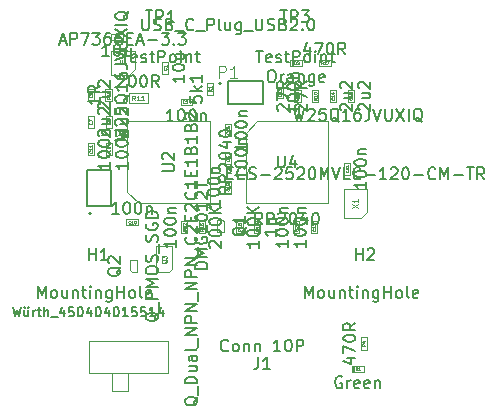
<source format=gbr>
%TF.GenerationSoftware,KiCad,Pcbnew,7.0.8*%
%TF.CreationDate,2024-04-10T13:39:32+02:00*%
%TF.ProjectId,Expansion_Card_Retrofit,45787061-6e73-4696-9f6e-5f436172645f,X1*%
%TF.SameCoordinates,Original*%
%TF.FileFunction,AssemblyDrawing,Top*%
%FSLAX46Y46*%
G04 Gerber Fmt 4.6, Leading zero omitted, Abs format (unit mm)*
G04 Created by KiCad (PCBNEW 7.0.8) date 2024-04-10 13:39:32*
%MOMM*%
%LPD*%
G01*
G04 APERTURE LIST*
%ADD10C,0.150000*%
%ADD11C,0.040000*%
%ADD12C,0.100000*%
%ADD13C,0.050000*%
%ADD14C,0.075000*%
%ADD15C,0.060000*%
%ADD16C,0.200000*%
%ADD17C,0.127000*%
G04 APERTURE END LIST*
D10*
X124214285Y-108204819D02*
X124214285Y-107204819D01*
X124214285Y-107204819D02*
X124547618Y-107919104D01*
X124547618Y-107919104D02*
X124880951Y-107204819D01*
X124880951Y-107204819D02*
X124880951Y-108204819D01*
X125499999Y-108204819D02*
X125404761Y-108157200D01*
X125404761Y-108157200D02*
X125357142Y-108109580D01*
X125357142Y-108109580D02*
X125309523Y-108014342D01*
X125309523Y-108014342D02*
X125309523Y-107728628D01*
X125309523Y-107728628D02*
X125357142Y-107633390D01*
X125357142Y-107633390D02*
X125404761Y-107585771D01*
X125404761Y-107585771D02*
X125499999Y-107538152D01*
X125499999Y-107538152D02*
X125642856Y-107538152D01*
X125642856Y-107538152D02*
X125738094Y-107585771D01*
X125738094Y-107585771D02*
X125785713Y-107633390D01*
X125785713Y-107633390D02*
X125833332Y-107728628D01*
X125833332Y-107728628D02*
X125833332Y-108014342D01*
X125833332Y-108014342D02*
X125785713Y-108109580D01*
X125785713Y-108109580D02*
X125738094Y-108157200D01*
X125738094Y-108157200D02*
X125642856Y-108204819D01*
X125642856Y-108204819D02*
X125499999Y-108204819D01*
X126690475Y-107538152D02*
X126690475Y-108204819D01*
X126261904Y-107538152D02*
X126261904Y-108061961D01*
X126261904Y-108061961D02*
X126309523Y-108157200D01*
X126309523Y-108157200D02*
X126404761Y-108204819D01*
X126404761Y-108204819D02*
X126547618Y-108204819D01*
X126547618Y-108204819D02*
X126642856Y-108157200D01*
X126642856Y-108157200D02*
X126690475Y-108109580D01*
X127166666Y-107538152D02*
X127166666Y-108204819D01*
X127166666Y-107633390D02*
X127214285Y-107585771D01*
X127214285Y-107585771D02*
X127309523Y-107538152D01*
X127309523Y-107538152D02*
X127452380Y-107538152D01*
X127452380Y-107538152D02*
X127547618Y-107585771D01*
X127547618Y-107585771D02*
X127595237Y-107681009D01*
X127595237Y-107681009D02*
X127595237Y-108204819D01*
X127928571Y-107538152D02*
X128309523Y-107538152D01*
X128071428Y-107204819D02*
X128071428Y-108061961D01*
X128071428Y-108061961D02*
X128119047Y-108157200D01*
X128119047Y-108157200D02*
X128214285Y-108204819D01*
X128214285Y-108204819D02*
X128309523Y-108204819D01*
X128642857Y-108204819D02*
X128642857Y-107538152D01*
X128642857Y-107204819D02*
X128595238Y-107252438D01*
X128595238Y-107252438D02*
X128642857Y-107300057D01*
X128642857Y-107300057D02*
X128690476Y-107252438D01*
X128690476Y-107252438D02*
X128642857Y-107204819D01*
X128642857Y-107204819D02*
X128642857Y-107300057D01*
X129119047Y-107538152D02*
X129119047Y-108204819D01*
X129119047Y-107633390D02*
X129166666Y-107585771D01*
X129166666Y-107585771D02*
X129261904Y-107538152D01*
X129261904Y-107538152D02*
X129404761Y-107538152D01*
X129404761Y-107538152D02*
X129499999Y-107585771D01*
X129499999Y-107585771D02*
X129547618Y-107681009D01*
X129547618Y-107681009D02*
X129547618Y-108204819D01*
X130452380Y-107538152D02*
X130452380Y-108347676D01*
X130452380Y-108347676D02*
X130404761Y-108442914D01*
X130404761Y-108442914D02*
X130357142Y-108490533D01*
X130357142Y-108490533D02*
X130261904Y-108538152D01*
X130261904Y-108538152D02*
X130119047Y-108538152D01*
X130119047Y-108538152D02*
X130023809Y-108490533D01*
X130452380Y-108157200D02*
X130357142Y-108204819D01*
X130357142Y-108204819D02*
X130166666Y-108204819D01*
X130166666Y-108204819D02*
X130071428Y-108157200D01*
X130071428Y-108157200D02*
X130023809Y-108109580D01*
X130023809Y-108109580D02*
X129976190Y-108014342D01*
X129976190Y-108014342D02*
X129976190Y-107728628D01*
X129976190Y-107728628D02*
X130023809Y-107633390D01*
X130023809Y-107633390D02*
X130071428Y-107585771D01*
X130071428Y-107585771D02*
X130166666Y-107538152D01*
X130166666Y-107538152D02*
X130357142Y-107538152D01*
X130357142Y-107538152D02*
X130452380Y-107585771D01*
X130928571Y-108204819D02*
X130928571Y-107204819D01*
X130928571Y-107681009D02*
X131499999Y-107681009D01*
X131499999Y-108204819D02*
X131499999Y-107204819D01*
X132119047Y-108204819D02*
X132023809Y-108157200D01*
X132023809Y-108157200D02*
X131976190Y-108109580D01*
X131976190Y-108109580D02*
X131928571Y-108014342D01*
X131928571Y-108014342D02*
X131928571Y-107728628D01*
X131928571Y-107728628D02*
X131976190Y-107633390D01*
X131976190Y-107633390D02*
X132023809Y-107585771D01*
X132023809Y-107585771D02*
X132119047Y-107538152D01*
X132119047Y-107538152D02*
X132261904Y-107538152D01*
X132261904Y-107538152D02*
X132357142Y-107585771D01*
X132357142Y-107585771D02*
X132404761Y-107633390D01*
X132404761Y-107633390D02*
X132452380Y-107728628D01*
X132452380Y-107728628D02*
X132452380Y-108014342D01*
X132452380Y-108014342D02*
X132404761Y-108109580D01*
X132404761Y-108109580D02*
X132357142Y-108157200D01*
X132357142Y-108157200D02*
X132261904Y-108204819D01*
X132261904Y-108204819D02*
X132119047Y-108204819D01*
X133023809Y-108204819D02*
X132928571Y-108157200D01*
X132928571Y-108157200D02*
X132880952Y-108061961D01*
X132880952Y-108061961D02*
X132880952Y-107204819D01*
X133785714Y-108157200D02*
X133690476Y-108204819D01*
X133690476Y-108204819D02*
X133500000Y-108204819D01*
X133500000Y-108204819D02*
X133404762Y-108157200D01*
X133404762Y-108157200D02*
X133357143Y-108061961D01*
X133357143Y-108061961D02*
X133357143Y-107681009D01*
X133357143Y-107681009D02*
X133404762Y-107585771D01*
X133404762Y-107585771D02*
X133500000Y-107538152D01*
X133500000Y-107538152D02*
X133690476Y-107538152D01*
X133690476Y-107538152D02*
X133785714Y-107585771D01*
X133785714Y-107585771D02*
X133833333Y-107681009D01*
X133833333Y-107681009D02*
X133833333Y-107776247D01*
X133833333Y-107776247D02*
X133357143Y-107871485D01*
X128538095Y-105004819D02*
X128538095Y-104004819D01*
X128538095Y-104481009D02*
X129109523Y-104481009D01*
X129109523Y-105004819D02*
X129109523Y-104004819D01*
X130109523Y-105004819D02*
X129538095Y-105004819D01*
X129823809Y-105004819D02*
X129823809Y-104004819D01*
X129823809Y-104004819D02*
X129728571Y-104147676D01*
X129728571Y-104147676D02*
X129633333Y-104242914D01*
X129633333Y-104242914D02*
X129538095Y-104290533D01*
X145901429Y-92179819D02*
X146139524Y-93179819D01*
X146139524Y-93179819D02*
X146330000Y-92465533D01*
X146330000Y-92465533D02*
X146520476Y-93179819D01*
X146520476Y-93179819D02*
X146758572Y-92179819D01*
X147091905Y-92275057D02*
X147139524Y-92227438D01*
X147139524Y-92227438D02*
X147234762Y-92179819D01*
X147234762Y-92179819D02*
X147472857Y-92179819D01*
X147472857Y-92179819D02*
X147568095Y-92227438D01*
X147568095Y-92227438D02*
X147615714Y-92275057D01*
X147615714Y-92275057D02*
X147663333Y-92370295D01*
X147663333Y-92370295D02*
X147663333Y-92465533D01*
X147663333Y-92465533D02*
X147615714Y-92608390D01*
X147615714Y-92608390D02*
X147044286Y-93179819D01*
X147044286Y-93179819D02*
X147663333Y-93179819D01*
X148568095Y-92179819D02*
X148091905Y-92179819D01*
X148091905Y-92179819D02*
X148044286Y-92656009D01*
X148044286Y-92656009D02*
X148091905Y-92608390D01*
X148091905Y-92608390D02*
X148187143Y-92560771D01*
X148187143Y-92560771D02*
X148425238Y-92560771D01*
X148425238Y-92560771D02*
X148520476Y-92608390D01*
X148520476Y-92608390D02*
X148568095Y-92656009D01*
X148568095Y-92656009D02*
X148615714Y-92751247D01*
X148615714Y-92751247D02*
X148615714Y-92989342D01*
X148615714Y-92989342D02*
X148568095Y-93084580D01*
X148568095Y-93084580D02*
X148520476Y-93132200D01*
X148520476Y-93132200D02*
X148425238Y-93179819D01*
X148425238Y-93179819D02*
X148187143Y-93179819D01*
X148187143Y-93179819D02*
X148091905Y-93132200D01*
X148091905Y-93132200D02*
X148044286Y-93084580D01*
X149710952Y-93275057D02*
X149615714Y-93227438D01*
X149615714Y-93227438D02*
X149520476Y-93132200D01*
X149520476Y-93132200D02*
X149377619Y-92989342D01*
X149377619Y-92989342D02*
X149282381Y-92941723D01*
X149282381Y-92941723D02*
X149187143Y-92941723D01*
X149234762Y-93179819D02*
X149139524Y-93132200D01*
X149139524Y-93132200D02*
X149044286Y-93036961D01*
X149044286Y-93036961D02*
X148996667Y-92846485D01*
X148996667Y-92846485D02*
X148996667Y-92513152D01*
X148996667Y-92513152D02*
X149044286Y-92322676D01*
X149044286Y-92322676D02*
X149139524Y-92227438D01*
X149139524Y-92227438D02*
X149234762Y-92179819D01*
X149234762Y-92179819D02*
X149425238Y-92179819D01*
X149425238Y-92179819D02*
X149520476Y-92227438D01*
X149520476Y-92227438D02*
X149615714Y-92322676D01*
X149615714Y-92322676D02*
X149663333Y-92513152D01*
X149663333Y-92513152D02*
X149663333Y-92846485D01*
X149663333Y-92846485D02*
X149615714Y-93036961D01*
X149615714Y-93036961D02*
X149520476Y-93132200D01*
X149520476Y-93132200D02*
X149425238Y-93179819D01*
X149425238Y-93179819D02*
X149234762Y-93179819D01*
X150615714Y-93179819D02*
X150044286Y-93179819D01*
X150330000Y-93179819D02*
X150330000Y-92179819D01*
X150330000Y-92179819D02*
X150234762Y-92322676D01*
X150234762Y-92322676D02*
X150139524Y-92417914D01*
X150139524Y-92417914D02*
X150044286Y-92465533D01*
X151472857Y-92179819D02*
X151282381Y-92179819D01*
X151282381Y-92179819D02*
X151187143Y-92227438D01*
X151187143Y-92227438D02*
X151139524Y-92275057D01*
X151139524Y-92275057D02*
X151044286Y-92417914D01*
X151044286Y-92417914D02*
X150996667Y-92608390D01*
X150996667Y-92608390D02*
X150996667Y-92989342D01*
X150996667Y-92989342D02*
X151044286Y-93084580D01*
X151044286Y-93084580D02*
X151091905Y-93132200D01*
X151091905Y-93132200D02*
X151187143Y-93179819D01*
X151187143Y-93179819D02*
X151377619Y-93179819D01*
X151377619Y-93179819D02*
X151472857Y-93132200D01*
X151472857Y-93132200D02*
X151520476Y-93084580D01*
X151520476Y-93084580D02*
X151568095Y-92989342D01*
X151568095Y-92989342D02*
X151568095Y-92751247D01*
X151568095Y-92751247D02*
X151520476Y-92656009D01*
X151520476Y-92656009D02*
X151472857Y-92608390D01*
X151472857Y-92608390D02*
X151377619Y-92560771D01*
X151377619Y-92560771D02*
X151187143Y-92560771D01*
X151187143Y-92560771D02*
X151091905Y-92608390D01*
X151091905Y-92608390D02*
X151044286Y-92656009D01*
X151044286Y-92656009D02*
X150996667Y-92751247D01*
X152282381Y-92179819D02*
X152282381Y-92894104D01*
X152282381Y-92894104D02*
X152234762Y-93036961D01*
X152234762Y-93036961D02*
X152139524Y-93132200D01*
X152139524Y-93132200D02*
X151996667Y-93179819D01*
X151996667Y-93179819D02*
X151901429Y-93179819D01*
X152615715Y-92179819D02*
X152949048Y-93179819D01*
X152949048Y-93179819D02*
X153282381Y-92179819D01*
X153615715Y-92179819D02*
X153615715Y-92989342D01*
X153615715Y-92989342D02*
X153663334Y-93084580D01*
X153663334Y-93084580D02*
X153710953Y-93132200D01*
X153710953Y-93132200D02*
X153806191Y-93179819D01*
X153806191Y-93179819D02*
X153996667Y-93179819D01*
X153996667Y-93179819D02*
X154091905Y-93132200D01*
X154091905Y-93132200D02*
X154139524Y-93084580D01*
X154139524Y-93084580D02*
X154187143Y-92989342D01*
X154187143Y-92989342D02*
X154187143Y-92179819D01*
X154568096Y-92179819D02*
X155234762Y-93179819D01*
X155234762Y-92179819D02*
X154568096Y-93179819D01*
X155615715Y-93179819D02*
X155615715Y-92179819D01*
X156758571Y-93275057D02*
X156663333Y-93227438D01*
X156663333Y-93227438D02*
X156568095Y-93132200D01*
X156568095Y-93132200D02*
X156425238Y-92989342D01*
X156425238Y-92989342D02*
X156330000Y-92941723D01*
X156330000Y-92941723D02*
X156234762Y-92941723D01*
X156282381Y-93179819D02*
X156187143Y-93132200D01*
X156187143Y-93132200D02*
X156091905Y-93036961D01*
X156091905Y-93036961D02*
X156044286Y-92846485D01*
X156044286Y-92846485D02*
X156044286Y-92513152D01*
X156044286Y-92513152D02*
X156091905Y-92322676D01*
X156091905Y-92322676D02*
X156187143Y-92227438D01*
X156187143Y-92227438D02*
X156282381Y-92179819D01*
X156282381Y-92179819D02*
X156472857Y-92179819D01*
X156472857Y-92179819D02*
X156568095Y-92227438D01*
X156568095Y-92227438D02*
X156663333Y-92322676D01*
X156663333Y-92322676D02*
X156710952Y-92513152D01*
X156710952Y-92513152D02*
X156710952Y-92846485D01*
X156710952Y-92846485D02*
X156663333Y-93036961D01*
X156663333Y-93036961D02*
X156568095Y-93132200D01*
X156568095Y-93132200D02*
X156472857Y-93179819D01*
X156472857Y-93179819D02*
X156282381Y-93179819D01*
X140574819Y-98795238D02*
X140098628Y-99128571D01*
X140574819Y-99366666D02*
X139574819Y-99366666D01*
X139574819Y-99366666D02*
X139574819Y-98985714D01*
X139574819Y-98985714D02*
X139622438Y-98890476D01*
X139622438Y-98890476D02*
X139670057Y-98842857D01*
X139670057Y-98842857D02*
X139765295Y-98795238D01*
X139765295Y-98795238D02*
X139908152Y-98795238D01*
X139908152Y-98795238D02*
X140003390Y-98842857D01*
X140003390Y-98842857D02*
X140051009Y-98890476D01*
X140051009Y-98890476D02*
X140098628Y-98985714D01*
X140098628Y-98985714D02*
X140098628Y-99366666D01*
X140574819Y-98366666D02*
X139574819Y-98366666D01*
X139574819Y-98366666D02*
X139574819Y-97985714D01*
X139574819Y-97985714D02*
X139622438Y-97890476D01*
X139622438Y-97890476D02*
X139670057Y-97842857D01*
X139670057Y-97842857D02*
X139765295Y-97795238D01*
X139765295Y-97795238D02*
X139908152Y-97795238D01*
X139908152Y-97795238D02*
X140003390Y-97842857D01*
X140003390Y-97842857D02*
X140051009Y-97890476D01*
X140051009Y-97890476D02*
X140098628Y-97985714D01*
X140098628Y-97985714D02*
X140098628Y-98366666D01*
X139670057Y-97414285D02*
X139622438Y-97366666D01*
X139622438Y-97366666D02*
X139574819Y-97271428D01*
X139574819Y-97271428D02*
X139574819Y-97033333D01*
X139574819Y-97033333D02*
X139622438Y-96938095D01*
X139622438Y-96938095D02*
X139670057Y-96890476D01*
X139670057Y-96890476D02*
X139765295Y-96842857D01*
X139765295Y-96842857D02*
X139860533Y-96842857D01*
X139860533Y-96842857D02*
X140003390Y-96890476D01*
X140003390Y-96890476D02*
X140574819Y-97461904D01*
X140574819Y-97461904D02*
X140574819Y-96842857D01*
X139574819Y-96223809D02*
X139574819Y-96128571D01*
X139574819Y-96128571D02*
X139622438Y-96033333D01*
X139622438Y-96033333D02*
X139670057Y-95985714D01*
X139670057Y-95985714D02*
X139765295Y-95938095D01*
X139765295Y-95938095D02*
X139955771Y-95890476D01*
X139955771Y-95890476D02*
X140193866Y-95890476D01*
X140193866Y-95890476D02*
X140384342Y-95938095D01*
X140384342Y-95938095D02*
X140479580Y-95985714D01*
X140479580Y-95985714D02*
X140527200Y-96033333D01*
X140527200Y-96033333D02*
X140574819Y-96128571D01*
X140574819Y-96128571D02*
X140574819Y-96223809D01*
X140574819Y-96223809D02*
X140527200Y-96319047D01*
X140527200Y-96319047D02*
X140479580Y-96366666D01*
X140479580Y-96366666D02*
X140384342Y-96414285D01*
X140384342Y-96414285D02*
X140193866Y-96461904D01*
X140193866Y-96461904D02*
X139955771Y-96461904D01*
X139955771Y-96461904D02*
X139765295Y-96414285D01*
X139765295Y-96414285D02*
X139670057Y-96366666D01*
X139670057Y-96366666D02*
X139622438Y-96319047D01*
X139622438Y-96319047D02*
X139574819Y-96223809D01*
X139908152Y-95033333D02*
X140574819Y-95033333D01*
X139527200Y-95271428D02*
X140241485Y-95509523D01*
X140241485Y-95509523D02*
X140241485Y-94890476D01*
X139574819Y-94319047D02*
X139574819Y-94223809D01*
X139574819Y-94223809D02*
X139622438Y-94128571D01*
X139622438Y-94128571D02*
X139670057Y-94080952D01*
X139670057Y-94080952D02*
X139765295Y-94033333D01*
X139765295Y-94033333D02*
X139955771Y-93985714D01*
X139955771Y-93985714D02*
X140193866Y-93985714D01*
X140193866Y-93985714D02*
X140384342Y-94033333D01*
X140384342Y-94033333D02*
X140479580Y-94080952D01*
X140479580Y-94080952D02*
X140527200Y-94128571D01*
X140527200Y-94128571D02*
X140574819Y-94223809D01*
X140574819Y-94223809D02*
X140574819Y-94319047D01*
X140574819Y-94319047D02*
X140527200Y-94414285D01*
X140527200Y-94414285D02*
X140479580Y-94461904D01*
X140479580Y-94461904D02*
X140384342Y-94509523D01*
X140384342Y-94509523D02*
X140193866Y-94557142D01*
X140193866Y-94557142D02*
X139955771Y-94557142D01*
X139955771Y-94557142D02*
X139765295Y-94509523D01*
X139765295Y-94509523D02*
X139670057Y-94461904D01*
X139670057Y-94461904D02*
X139622438Y-94414285D01*
X139622438Y-94414285D02*
X139574819Y-94319047D01*
X134754819Y-97461904D02*
X135564342Y-97461904D01*
X135564342Y-97461904D02*
X135659580Y-97414285D01*
X135659580Y-97414285D02*
X135707200Y-97366666D01*
X135707200Y-97366666D02*
X135754819Y-97271428D01*
X135754819Y-97271428D02*
X135754819Y-97080952D01*
X135754819Y-97080952D02*
X135707200Y-96985714D01*
X135707200Y-96985714D02*
X135659580Y-96938095D01*
X135659580Y-96938095D02*
X135564342Y-96890476D01*
X135564342Y-96890476D02*
X134754819Y-96890476D01*
X134850057Y-96461904D02*
X134802438Y-96414285D01*
X134802438Y-96414285D02*
X134754819Y-96319047D01*
X134754819Y-96319047D02*
X134754819Y-96080952D01*
X134754819Y-96080952D02*
X134802438Y-95985714D01*
X134802438Y-95985714D02*
X134850057Y-95938095D01*
X134850057Y-95938095D02*
X134945295Y-95890476D01*
X134945295Y-95890476D02*
X135040533Y-95890476D01*
X135040533Y-95890476D02*
X135183390Y-95938095D01*
X135183390Y-95938095D02*
X135754819Y-96509523D01*
X135754819Y-96509523D02*
X135754819Y-95890476D01*
X137775057Y-116566667D02*
X137727438Y-116661905D01*
X137727438Y-116661905D02*
X137632200Y-116757143D01*
X137632200Y-116757143D02*
X137489342Y-116900000D01*
X137489342Y-116900000D02*
X137441723Y-116995238D01*
X137441723Y-116995238D02*
X137441723Y-117090476D01*
X137679819Y-117042857D02*
X137632200Y-117138095D01*
X137632200Y-117138095D02*
X137536961Y-117233333D01*
X137536961Y-117233333D02*
X137346485Y-117280952D01*
X137346485Y-117280952D02*
X137013152Y-117280952D01*
X137013152Y-117280952D02*
X136822676Y-117233333D01*
X136822676Y-117233333D02*
X136727438Y-117138095D01*
X136727438Y-117138095D02*
X136679819Y-117042857D01*
X136679819Y-117042857D02*
X136679819Y-116852381D01*
X136679819Y-116852381D02*
X136727438Y-116757143D01*
X136727438Y-116757143D02*
X136822676Y-116661905D01*
X136822676Y-116661905D02*
X137013152Y-116614286D01*
X137013152Y-116614286D02*
X137346485Y-116614286D01*
X137346485Y-116614286D02*
X137536961Y-116661905D01*
X137536961Y-116661905D02*
X137632200Y-116757143D01*
X137632200Y-116757143D02*
X137679819Y-116852381D01*
X137679819Y-116852381D02*
X137679819Y-117042857D01*
X137775057Y-116423810D02*
X137775057Y-115661905D01*
X137679819Y-115423809D02*
X136679819Y-115423809D01*
X136679819Y-115423809D02*
X136679819Y-115185714D01*
X136679819Y-115185714D02*
X136727438Y-115042857D01*
X136727438Y-115042857D02*
X136822676Y-114947619D01*
X136822676Y-114947619D02*
X136917914Y-114900000D01*
X136917914Y-114900000D02*
X137108390Y-114852381D01*
X137108390Y-114852381D02*
X137251247Y-114852381D01*
X137251247Y-114852381D02*
X137441723Y-114900000D01*
X137441723Y-114900000D02*
X137536961Y-114947619D01*
X137536961Y-114947619D02*
X137632200Y-115042857D01*
X137632200Y-115042857D02*
X137679819Y-115185714D01*
X137679819Y-115185714D02*
X137679819Y-115423809D01*
X137013152Y-113995238D02*
X137679819Y-113995238D01*
X137013152Y-114423809D02*
X137536961Y-114423809D01*
X137536961Y-114423809D02*
X137632200Y-114376190D01*
X137632200Y-114376190D02*
X137679819Y-114280952D01*
X137679819Y-114280952D02*
X137679819Y-114138095D01*
X137679819Y-114138095D02*
X137632200Y-114042857D01*
X137632200Y-114042857D02*
X137584580Y-113995238D01*
X137679819Y-113090476D02*
X137156009Y-113090476D01*
X137156009Y-113090476D02*
X137060771Y-113138095D01*
X137060771Y-113138095D02*
X137013152Y-113233333D01*
X137013152Y-113233333D02*
X137013152Y-113423809D01*
X137013152Y-113423809D02*
X137060771Y-113519047D01*
X137632200Y-113090476D02*
X137679819Y-113185714D01*
X137679819Y-113185714D02*
X137679819Y-113423809D01*
X137679819Y-113423809D02*
X137632200Y-113519047D01*
X137632200Y-113519047D02*
X137536961Y-113566666D01*
X137536961Y-113566666D02*
X137441723Y-113566666D01*
X137441723Y-113566666D02*
X137346485Y-113519047D01*
X137346485Y-113519047D02*
X137298866Y-113423809D01*
X137298866Y-113423809D02*
X137298866Y-113185714D01*
X137298866Y-113185714D02*
X137251247Y-113090476D01*
X137679819Y-112471428D02*
X137632200Y-112566666D01*
X137632200Y-112566666D02*
X137536961Y-112614285D01*
X137536961Y-112614285D02*
X136679819Y-112614285D01*
X137775057Y-112328571D02*
X137775057Y-111566666D01*
X137679819Y-111328570D02*
X136679819Y-111328570D01*
X136679819Y-111328570D02*
X137679819Y-110757142D01*
X137679819Y-110757142D02*
X136679819Y-110757142D01*
X137679819Y-110280951D02*
X136679819Y-110280951D01*
X136679819Y-110280951D02*
X136679819Y-109899999D01*
X136679819Y-109899999D02*
X136727438Y-109804761D01*
X136727438Y-109804761D02*
X136775057Y-109757142D01*
X136775057Y-109757142D02*
X136870295Y-109709523D01*
X136870295Y-109709523D02*
X137013152Y-109709523D01*
X137013152Y-109709523D02*
X137108390Y-109757142D01*
X137108390Y-109757142D02*
X137156009Y-109804761D01*
X137156009Y-109804761D02*
X137203628Y-109899999D01*
X137203628Y-109899999D02*
X137203628Y-110280951D01*
X137679819Y-109280951D02*
X136679819Y-109280951D01*
X136679819Y-109280951D02*
X137679819Y-108709523D01*
X137679819Y-108709523D02*
X136679819Y-108709523D01*
X137775057Y-108471428D02*
X137775057Y-107709523D01*
X137679819Y-107471427D02*
X136679819Y-107471427D01*
X136679819Y-107471427D02*
X137679819Y-106899999D01*
X137679819Y-106899999D02*
X136679819Y-106899999D01*
X137679819Y-106423808D02*
X136679819Y-106423808D01*
X136679819Y-106423808D02*
X136679819Y-106042856D01*
X136679819Y-106042856D02*
X136727438Y-105947618D01*
X136727438Y-105947618D02*
X136775057Y-105899999D01*
X136775057Y-105899999D02*
X136870295Y-105852380D01*
X136870295Y-105852380D02*
X137013152Y-105852380D01*
X137013152Y-105852380D02*
X137108390Y-105899999D01*
X137108390Y-105899999D02*
X137156009Y-105947618D01*
X137156009Y-105947618D02*
X137203628Y-106042856D01*
X137203628Y-106042856D02*
X137203628Y-106423808D01*
X137679819Y-105423808D02*
X136679819Y-105423808D01*
X136679819Y-105423808D02*
X137679819Y-104852380D01*
X137679819Y-104852380D02*
X136679819Y-104852380D01*
X137775057Y-104614285D02*
X137775057Y-103852380D01*
X137584580Y-103042856D02*
X137632200Y-103090475D01*
X137632200Y-103090475D02*
X137679819Y-103233332D01*
X137679819Y-103233332D02*
X137679819Y-103328570D01*
X137679819Y-103328570D02*
X137632200Y-103471427D01*
X137632200Y-103471427D02*
X137536961Y-103566665D01*
X137536961Y-103566665D02*
X137441723Y-103614284D01*
X137441723Y-103614284D02*
X137251247Y-103661903D01*
X137251247Y-103661903D02*
X137108390Y-103661903D01*
X137108390Y-103661903D02*
X136917914Y-103614284D01*
X136917914Y-103614284D02*
X136822676Y-103566665D01*
X136822676Y-103566665D02*
X136727438Y-103471427D01*
X136727438Y-103471427D02*
X136679819Y-103328570D01*
X136679819Y-103328570D02*
X136679819Y-103233332D01*
X136679819Y-103233332D02*
X136727438Y-103090475D01*
X136727438Y-103090475D02*
X136775057Y-103042856D01*
X136775057Y-102661903D02*
X136727438Y-102614284D01*
X136727438Y-102614284D02*
X136679819Y-102519046D01*
X136679819Y-102519046D02*
X136679819Y-102280951D01*
X136679819Y-102280951D02*
X136727438Y-102185713D01*
X136727438Y-102185713D02*
X136775057Y-102138094D01*
X136775057Y-102138094D02*
X136870295Y-102090475D01*
X136870295Y-102090475D02*
X136965533Y-102090475D01*
X136965533Y-102090475D02*
X137108390Y-102138094D01*
X137108390Y-102138094D02*
X137679819Y-102709522D01*
X137679819Y-102709522D02*
X137679819Y-102090475D01*
X137156009Y-101661903D02*
X137156009Y-101328570D01*
X137679819Y-101185713D02*
X137679819Y-101661903D01*
X137679819Y-101661903D02*
X136679819Y-101661903D01*
X136679819Y-101661903D02*
X136679819Y-101185713D01*
X136775057Y-100804760D02*
X136727438Y-100757141D01*
X136727438Y-100757141D02*
X136679819Y-100661903D01*
X136679819Y-100661903D02*
X136679819Y-100423808D01*
X136679819Y-100423808D02*
X136727438Y-100328570D01*
X136727438Y-100328570D02*
X136775057Y-100280951D01*
X136775057Y-100280951D02*
X136870295Y-100233332D01*
X136870295Y-100233332D02*
X136965533Y-100233332D01*
X136965533Y-100233332D02*
X137108390Y-100280951D01*
X137108390Y-100280951D02*
X137679819Y-100852379D01*
X137679819Y-100852379D02*
X137679819Y-100233332D01*
X137584580Y-99233332D02*
X137632200Y-99280951D01*
X137632200Y-99280951D02*
X137679819Y-99423808D01*
X137679819Y-99423808D02*
X137679819Y-99519046D01*
X137679819Y-99519046D02*
X137632200Y-99661903D01*
X137632200Y-99661903D02*
X137536961Y-99757141D01*
X137536961Y-99757141D02*
X137441723Y-99804760D01*
X137441723Y-99804760D02*
X137251247Y-99852379D01*
X137251247Y-99852379D02*
X137108390Y-99852379D01*
X137108390Y-99852379D02*
X136917914Y-99804760D01*
X136917914Y-99804760D02*
X136822676Y-99757141D01*
X136822676Y-99757141D02*
X136727438Y-99661903D01*
X136727438Y-99661903D02*
X136679819Y-99519046D01*
X136679819Y-99519046D02*
X136679819Y-99423808D01*
X136679819Y-99423808D02*
X136727438Y-99280951D01*
X136727438Y-99280951D02*
X136775057Y-99233332D01*
X137679819Y-98280951D02*
X137679819Y-98852379D01*
X137679819Y-98566665D02*
X136679819Y-98566665D01*
X136679819Y-98566665D02*
X136822676Y-98661903D01*
X136822676Y-98661903D02*
X136917914Y-98757141D01*
X136917914Y-98757141D02*
X136965533Y-98852379D01*
X137156009Y-97852379D02*
X137156009Y-97519046D01*
X137679819Y-97376189D02*
X137679819Y-97852379D01*
X137679819Y-97852379D02*
X136679819Y-97852379D01*
X136679819Y-97852379D02*
X136679819Y-97376189D01*
X137679819Y-96423808D02*
X137679819Y-96995236D01*
X137679819Y-96709522D02*
X136679819Y-96709522D01*
X136679819Y-96709522D02*
X136822676Y-96804760D01*
X136822676Y-96804760D02*
X136917914Y-96899998D01*
X136917914Y-96899998D02*
X136965533Y-96995236D01*
X137156009Y-95661903D02*
X137203628Y-95519046D01*
X137203628Y-95519046D02*
X137251247Y-95471427D01*
X137251247Y-95471427D02*
X137346485Y-95423808D01*
X137346485Y-95423808D02*
X137489342Y-95423808D01*
X137489342Y-95423808D02*
X137584580Y-95471427D01*
X137584580Y-95471427D02*
X137632200Y-95519046D01*
X137632200Y-95519046D02*
X137679819Y-95614284D01*
X137679819Y-95614284D02*
X137679819Y-95995236D01*
X137679819Y-95995236D02*
X136679819Y-95995236D01*
X136679819Y-95995236D02*
X136679819Y-95661903D01*
X136679819Y-95661903D02*
X136727438Y-95566665D01*
X136727438Y-95566665D02*
X136775057Y-95519046D01*
X136775057Y-95519046D02*
X136870295Y-95471427D01*
X136870295Y-95471427D02*
X136965533Y-95471427D01*
X136965533Y-95471427D02*
X137060771Y-95519046D01*
X137060771Y-95519046D02*
X137108390Y-95566665D01*
X137108390Y-95566665D02*
X137156009Y-95661903D01*
X137156009Y-95661903D02*
X137156009Y-95995236D01*
X137679819Y-94471427D02*
X137679819Y-95042855D01*
X137679819Y-94757141D02*
X136679819Y-94757141D01*
X136679819Y-94757141D02*
X136822676Y-94852379D01*
X136822676Y-94852379D02*
X136917914Y-94947617D01*
X136917914Y-94947617D02*
X136965533Y-95042855D01*
X137156009Y-93709522D02*
X137203628Y-93566665D01*
X137203628Y-93566665D02*
X137251247Y-93519046D01*
X137251247Y-93519046D02*
X137346485Y-93471427D01*
X137346485Y-93471427D02*
X137489342Y-93471427D01*
X137489342Y-93471427D02*
X137584580Y-93519046D01*
X137584580Y-93519046D02*
X137632200Y-93566665D01*
X137632200Y-93566665D02*
X137679819Y-93661903D01*
X137679819Y-93661903D02*
X137679819Y-94042855D01*
X137679819Y-94042855D02*
X136679819Y-94042855D01*
X136679819Y-94042855D02*
X136679819Y-93709522D01*
X136679819Y-93709522D02*
X136727438Y-93614284D01*
X136727438Y-93614284D02*
X136775057Y-93566665D01*
X136775057Y-93566665D02*
X136870295Y-93519046D01*
X136870295Y-93519046D02*
X136965533Y-93519046D01*
X136965533Y-93519046D02*
X137060771Y-93566665D01*
X137060771Y-93566665D02*
X137108390Y-93614284D01*
X137108390Y-93614284D02*
X137156009Y-93709522D01*
X137156009Y-93709522D02*
X137156009Y-94042855D01*
X136775057Y-93090474D02*
X136727438Y-93042855D01*
X136727438Y-93042855D02*
X136679819Y-92947617D01*
X136679819Y-92947617D02*
X136679819Y-92709522D01*
X136679819Y-92709522D02*
X136727438Y-92614284D01*
X136727438Y-92614284D02*
X136775057Y-92566665D01*
X136775057Y-92566665D02*
X136870295Y-92519046D01*
X136870295Y-92519046D02*
X136965533Y-92519046D01*
X136965533Y-92519046D02*
X137108390Y-92566665D01*
X137108390Y-92566665D02*
X137679819Y-93138093D01*
X137679819Y-93138093D02*
X137679819Y-92519046D01*
D11*
X135146062Y-104988095D02*
X135127015Y-105026190D01*
X135127015Y-105026190D02*
X135088920Y-105064285D01*
X135088920Y-105064285D02*
X135031777Y-105121428D01*
X135031777Y-105121428D02*
X135012729Y-105159523D01*
X135012729Y-105159523D02*
X135012729Y-105197619D01*
X135107967Y-105178571D02*
X135088920Y-105216666D01*
X135088920Y-105216666D02*
X135050824Y-105254761D01*
X135050824Y-105254761D02*
X134974634Y-105273809D01*
X134974634Y-105273809D02*
X134841300Y-105273809D01*
X134841300Y-105273809D02*
X134765110Y-105254761D01*
X134765110Y-105254761D02*
X134727015Y-105216666D01*
X134727015Y-105216666D02*
X134707967Y-105178571D01*
X134707967Y-105178571D02*
X134707967Y-105102380D01*
X134707967Y-105102380D02*
X134727015Y-105064285D01*
X134727015Y-105064285D02*
X134765110Y-105026190D01*
X134765110Y-105026190D02*
X134841300Y-105007142D01*
X134841300Y-105007142D02*
X134974634Y-105007142D01*
X134974634Y-105007142D02*
X135050824Y-105026190D01*
X135050824Y-105026190D02*
X135088920Y-105064285D01*
X135088920Y-105064285D02*
X135107967Y-105102380D01*
X135107967Y-105102380D02*
X135107967Y-105178571D01*
X134707967Y-104873809D02*
X134707967Y-104626190D01*
X134707967Y-104626190D02*
X134860348Y-104759523D01*
X134860348Y-104759523D02*
X134860348Y-104702380D01*
X134860348Y-104702380D02*
X134879396Y-104664285D01*
X134879396Y-104664285D02*
X134898443Y-104645237D01*
X134898443Y-104645237D02*
X134936539Y-104626190D01*
X134936539Y-104626190D02*
X135031777Y-104626190D01*
X135031777Y-104626190D02*
X135069872Y-104645237D01*
X135069872Y-104645237D02*
X135088920Y-104664285D01*
X135088920Y-104664285D02*
X135107967Y-104702380D01*
X135107967Y-104702380D02*
X135107967Y-104816666D01*
X135107967Y-104816666D02*
X135088920Y-104854761D01*
X135088920Y-104854761D02*
X135069872Y-104873809D01*
D10*
X135680952Y-93214819D02*
X135109524Y-93214819D01*
X135395238Y-93214819D02*
X135395238Y-92214819D01*
X135395238Y-92214819D02*
X135300000Y-92357676D01*
X135300000Y-92357676D02*
X135204762Y-92452914D01*
X135204762Y-92452914D02*
X135109524Y-92500533D01*
X136300000Y-92214819D02*
X136395238Y-92214819D01*
X136395238Y-92214819D02*
X136490476Y-92262438D01*
X136490476Y-92262438D02*
X136538095Y-92310057D01*
X136538095Y-92310057D02*
X136585714Y-92405295D01*
X136585714Y-92405295D02*
X136633333Y-92595771D01*
X136633333Y-92595771D02*
X136633333Y-92833866D01*
X136633333Y-92833866D02*
X136585714Y-93024342D01*
X136585714Y-93024342D02*
X136538095Y-93119580D01*
X136538095Y-93119580D02*
X136490476Y-93167200D01*
X136490476Y-93167200D02*
X136395238Y-93214819D01*
X136395238Y-93214819D02*
X136300000Y-93214819D01*
X136300000Y-93214819D02*
X136204762Y-93167200D01*
X136204762Y-93167200D02*
X136157143Y-93119580D01*
X136157143Y-93119580D02*
X136109524Y-93024342D01*
X136109524Y-93024342D02*
X136061905Y-92833866D01*
X136061905Y-92833866D02*
X136061905Y-92595771D01*
X136061905Y-92595771D02*
X136109524Y-92405295D01*
X136109524Y-92405295D02*
X136157143Y-92310057D01*
X136157143Y-92310057D02*
X136204762Y-92262438D01*
X136204762Y-92262438D02*
X136300000Y-92214819D01*
X137252381Y-92214819D02*
X137347619Y-92214819D01*
X137347619Y-92214819D02*
X137442857Y-92262438D01*
X137442857Y-92262438D02*
X137490476Y-92310057D01*
X137490476Y-92310057D02*
X137538095Y-92405295D01*
X137538095Y-92405295D02*
X137585714Y-92595771D01*
X137585714Y-92595771D02*
X137585714Y-92833866D01*
X137585714Y-92833866D02*
X137538095Y-93024342D01*
X137538095Y-93024342D02*
X137490476Y-93119580D01*
X137490476Y-93119580D02*
X137442857Y-93167200D01*
X137442857Y-93167200D02*
X137347619Y-93214819D01*
X137347619Y-93214819D02*
X137252381Y-93214819D01*
X137252381Y-93214819D02*
X137157143Y-93167200D01*
X137157143Y-93167200D02*
X137109524Y-93119580D01*
X137109524Y-93119580D02*
X137061905Y-93024342D01*
X137061905Y-93024342D02*
X137014286Y-92833866D01*
X137014286Y-92833866D02*
X137014286Y-92595771D01*
X137014286Y-92595771D02*
X137061905Y-92405295D01*
X137061905Y-92405295D02*
X137109524Y-92310057D01*
X137109524Y-92310057D02*
X137157143Y-92262438D01*
X137157143Y-92262438D02*
X137252381Y-92214819D01*
X138014286Y-92548152D02*
X138014286Y-93214819D01*
X138014286Y-92643390D02*
X138061905Y-92595771D01*
X138061905Y-92595771D02*
X138157143Y-92548152D01*
X138157143Y-92548152D02*
X138300000Y-92548152D01*
X138300000Y-92548152D02*
X138395238Y-92595771D01*
X138395238Y-92595771D02*
X138442857Y-92691009D01*
X138442857Y-92691009D02*
X138442857Y-93214819D01*
D11*
X136639285Y-91689765D02*
X136627381Y-91701670D01*
X136627381Y-91701670D02*
X136591666Y-91713574D01*
X136591666Y-91713574D02*
X136567857Y-91713574D01*
X136567857Y-91713574D02*
X136532143Y-91701670D01*
X136532143Y-91701670D02*
X136508333Y-91677860D01*
X136508333Y-91677860D02*
X136496428Y-91654050D01*
X136496428Y-91654050D02*
X136484524Y-91606431D01*
X136484524Y-91606431D02*
X136484524Y-91570717D01*
X136484524Y-91570717D02*
X136496428Y-91523098D01*
X136496428Y-91523098D02*
X136508333Y-91499289D01*
X136508333Y-91499289D02*
X136532143Y-91475479D01*
X136532143Y-91475479D02*
X136567857Y-91463574D01*
X136567857Y-91463574D02*
X136591666Y-91463574D01*
X136591666Y-91463574D02*
X136627381Y-91475479D01*
X136627381Y-91475479D02*
X136639285Y-91487384D01*
X136734524Y-91487384D02*
X136746428Y-91475479D01*
X136746428Y-91475479D02*
X136770238Y-91463574D01*
X136770238Y-91463574D02*
X136829762Y-91463574D01*
X136829762Y-91463574D02*
X136853571Y-91475479D01*
X136853571Y-91475479D02*
X136865476Y-91487384D01*
X136865476Y-91487384D02*
X136877381Y-91511193D01*
X136877381Y-91511193D02*
X136877381Y-91535003D01*
X136877381Y-91535003D02*
X136865476Y-91570717D01*
X136865476Y-91570717D02*
X136722619Y-91713574D01*
X136722619Y-91713574D02*
X136877381Y-91713574D01*
X137091666Y-91546908D02*
X137091666Y-91713574D01*
X137032142Y-91451670D02*
X136972619Y-91630241D01*
X136972619Y-91630241D02*
X137127380Y-91630241D01*
D10*
X149942856Y-114884938D02*
X149847618Y-114837319D01*
X149847618Y-114837319D02*
X149704761Y-114837319D01*
X149704761Y-114837319D02*
X149561904Y-114884938D01*
X149561904Y-114884938D02*
X149466666Y-114980176D01*
X149466666Y-114980176D02*
X149419047Y-115075414D01*
X149419047Y-115075414D02*
X149371428Y-115265890D01*
X149371428Y-115265890D02*
X149371428Y-115408747D01*
X149371428Y-115408747D02*
X149419047Y-115599223D01*
X149419047Y-115599223D02*
X149466666Y-115694461D01*
X149466666Y-115694461D02*
X149561904Y-115789700D01*
X149561904Y-115789700D02*
X149704761Y-115837319D01*
X149704761Y-115837319D02*
X149799999Y-115837319D01*
X149799999Y-115837319D02*
X149942856Y-115789700D01*
X149942856Y-115789700D02*
X149990475Y-115742080D01*
X149990475Y-115742080D02*
X149990475Y-115408747D01*
X149990475Y-115408747D02*
X149799999Y-115408747D01*
X150419047Y-115837319D02*
X150419047Y-115170652D01*
X150419047Y-115361128D02*
X150466666Y-115265890D01*
X150466666Y-115265890D02*
X150514285Y-115218271D01*
X150514285Y-115218271D02*
X150609523Y-115170652D01*
X150609523Y-115170652D02*
X150704761Y-115170652D01*
X151419047Y-115789700D02*
X151323809Y-115837319D01*
X151323809Y-115837319D02*
X151133333Y-115837319D01*
X151133333Y-115837319D02*
X151038095Y-115789700D01*
X151038095Y-115789700D02*
X150990476Y-115694461D01*
X150990476Y-115694461D02*
X150990476Y-115313509D01*
X150990476Y-115313509D02*
X151038095Y-115218271D01*
X151038095Y-115218271D02*
X151133333Y-115170652D01*
X151133333Y-115170652D02*
X151323809Y-115170652D01*
X151323809Y-115170652D02*
X151419047Y-115218271D01*
X151419047Y-115218271D02*
X151466666Y-115313509D01*
X151466666Y-115313509D02*
X151466666Y-115408747D01*
X151466666Y-115408747D02*
X150990476Y-115503985D01*
X152276190Y-115789700D02*
X152180952Y-115837319D01*
X152180952Y-115837319D02*
X151990476Y-115837319D01*
X151990476Y-115837319D02*
X151895238Y-115789700D01*
X151895238Y-115789700D02*
X151847619Y-115694461D01*
X151847619Y-115694461D02*
X151847619Y-115313509D01*
X151847619Y-115313509D02*
X151895238Y-115218271D01*
X151895238Y-115218271D02*
X151990476Y-115170652D01*
X151990476Y-115170652D02*
X152180952Y-115170652D01*
X152180952Y-115170652D02*
X152276190Y-115218271D01*
X152276190Y-115218271D02*
X152323809Y-115313509D01*
X152323809Y-115313509D02*
X152323809Y-115408747D01*
X152323809Y-115408747D02*
X151847619Y-115503985D01*
X152752381Y-115170652D02*
X152752381Y-115837319D01*
X152752381Y-115265890D02*
X152800000Y-115218271D01*
X152800000Y-115218271D02*
X152895238Y-115170652D01*
X152895238Y-115170652D02*
X153038095Y-115170652D01*
X153038095Y-115170652D02*
X153133333Y-115218271D01*
X153133333Y-115218271D02*
X153180952Y-115313509D01*
X153180952Y-115313509D02*
X153180952Y-115837319D01*
D11*
X151115476Y-114326074D02*
X151115476Y-114076074D01*
X151115476Y-114076074D02*
X151175000Y-114076074D01*
X151175000Y-114076074D02*
X151210714Y-114087979D01*
X151210714Y-114087979D02*
X151234524Y-114111789D01*
X151234524Y-114111789D02*
X151246429Y-114135598D01*
X151246429Y-114135598D02*
X151258333Y-114183217D01*
X151258333Y-114183217D02*
X151258333Y-114218931D01*
X151258333Y-114218931D02*
X151246429Y-114266550D01*
X151246429Y-114266550D02*
X151234524Y-114290360D01*
X151234524Y-114290360D02*
X151210714Y-114314170D01*
X151210714Y-114314170D02*
X151175000Y-114326074D01*
X151175000Y-114326074D02*
X151115476Y-114326074D01*
X151496429Y-114326074D02*
X151353572Y-114326074D01*
X151425000Y-114326074D02*
X151425000Y-114076074D01*
X151425000Y-114076074D02*
X151401191Y-114111789D01*
X151401191Y-114111789D02*
X151377381Y-114135598D01*
X151377381Y-114135598D02*
X151353572Y-114147503D01*
D10*
X139594819Y-99919047D02*
X139594819Y-100490475D01*
X139594819Y-100204761D02*
X138594819Y-100204761D01*
X138594819Y-100204761D02*
X138737676Y-100299999D01*
X138737676Y-100299999D02*
X138832914Y-100395237D01*
X138832914Y-100395237D02*
X138880533Y-100490475D01*
X138594819Y-99299999D02*
X138594819Y-99204761D01*
X138594819Y-99204761D02*
X138642438Y-99109523D01*
X138642438Y-99109523D02*
X138690057Y-99061904D01*
X138690057Y-99061904D02*
X138785295Y-99014285D01*
X138785295Y-99014285D02*
X138975771Y-98966666D01*
X138975771Y-98966666D02*
X139213866Y-98966666D01*
X139213866Y-98966666D02*
X139404342Y-99014285D01*
X139404342Y-99014285D02*
X139499580Y-99061904D01*
X139499580Y-99061904D02*
X139547200Y-99109523D01*
X139547200Y-99109523D02*
X139594819Y-99204761D01*
X139594819Y-99204761D02*
X139594819Y-99299999D01*
X139594819Y-99299999D02*
X139547200Y-99395237D01*
X139547200Y-99395237D02*
X139499580Y-99442856D01*
X139499580Y-99442856D02*
X139404342Y-99490475D01*
X139404342Y-99490475D02*
X139213866Y-99538094D01*
X139213866Y-99538094D02*
X138975771Y-99538094D01*
X138975771Y-99538094D02*
X138785295Y-99490475D01*
X138785295Y-99490475D02*
X138690057Y-99442856D01*
X138690057Y-99442856D02*
X138642438Y-99395237D01*
X138642438Y-99395237D02*
X138594819Y-99299999D01*
X138594819Y-98347618D02*
X138594819Y-98252380D01*
X138594819Y-98252380D02*
X138642438Y-98157142D01*
X138642438Y-98157142D02*
X138690057Y-98109523D01*
X138690057Y-98109523D02*
X138785295Y-98061904D01*
X138785295Y-98061904D02*
X138975771Y-98014285D01*
X138975771Y-98014285D02*
X139213866Y-98014285D01*
X139213866Y-98014285D02*
X139404342Y-98061904D01*
X139404342Y-98061904D02*
X139499580Y-98109523D01*
X139499580Y-98109523D02*
X139547200Y-98157142D01*
X139547200Y-98157142D02*
X139594819Y-98252380D01*
X139594819Y-98252380D02*
X139594819Y-98347618D01*
X139594819Y-98347618D02*
X139547200Y-98442856D01*
X139547200Y-98442856D02*
X139499580Y-98490475D01*
X139499580Y-98490475D02*
X139404342Y-98538094D01*
X139404342Y-98538094D02*
X139213866Y-98585713D01*
X139213866Y-98585713D02*
X138975771Y-98585713D01*
X138975771Y-98585713D02*
X138785295Y-98538094D01*
X138785295Y-98538094D02*
X138690057Y-98490475D01*
X138690057Y-98490475D02*
X138642438Y-98442856D01*
X138642438Y-98442856D02*
X138594819Y-98347618D01*
X138928152Y-97585713D02*
X139594819Y-97585713D01*
X139023390Y-97585713D02*
X138975771Y-97538094D01*
X138975771Y-97538094D02*
X138928152Y-97442856D01*
X138928152Y-97442856D02*
X138928152Y-97299999D01*
X138928152Y-97299999D02*
X138975771Y-97204761D01*
X138975771Y-97204761D02*
X139071009Y-97157142D01*
X139071009Y-97157142D02*
X139594819Y-97157142D01*
D11*
X140389765Y-98960714D02*
X140401670Y-98972618D01*
X140401670Y-98972618D02*
X140413574Y-99008333D01*
X140413574Y-99008333D02*
X140413574Y-99032142D01*
X140413574Y-99032142D02*
X140401670Y-99067856D01*
X140401670Y-99067856D02*
X140377860Y-99091666D01*
X140377860Y-99091666D02*
X140354050Y-99103571D01*
X140354050Y-99103571D02*
X140306431Y-99115475D01*
X140306431Y-99115475D02*
X140270717Y-99115475D01*
X140270717Y-99115475D02*
X140223098Y-99103571D01*
X140223098Y-99103571D02*
X140199289Y-99091666D01*
X140199289Y-99091666D02*
X140175479Y-99067856D01*
X140175479Y-99067856D02*
X140163574Y-99032142D01*
X140163574Y-99032142D02*
X140163574Y-99008333D01*
X140163574Y-99008333D02*
X140175479Y-98972618D01*
X140175479Y-98972618D02*
X140187384Y-98960714D01*
X140413574Y-98722618D02*
X140413574Y-98865475D01*
X140413574Y-98794047D02*
X140163574Y-98794047D01*
X140163574Y-98794047D02*
X140199289Y-98817856D01*
X140199289Y-98817856D02*
X140223098Y-98841666D01*
X140223098Y-98841666D02*
X140235003Y-98865475D01*
X140413574Y-98603571D02*
X140413574Y-98555952D01*
X140413574Y-98555952D02*
X140401670Y-98532142D01*
X140401670Y-98532142D02*
X140389765Y-98520238D01*
X140389765Y-98520238D02*
X140354050Y-98496428D01*
X140354050Y-98496428D02*
X140306431Y-98484523D01*
X140306431Y-98484523D02*
X140211193Y-98484523D01*
X140211193Y-98484523D02*
X140187384Y-98496428D01*
X140187384Y-98496428D02*
X140175479Y-98508333D01*
X140175479Y-98508333D02*
X140163574Y-98532142D01*
X140163574Y-98532142D02*
X140163574Y-98579761D01*
X140163574Y-98579761D02*
X140175479Y-98603571D01*
X140175479Y-98603571D02*
X140187384Y-98615476D01*
X140187384Y-98615476D02*
X140211193Y-98627380D01*
X140211193Y-98627380D02*
X140270717Y-98627380D01*
X140270717Y-98627380D02*
X140294527Y-98615476D01*
X140294527Y-98615476D02*
X140306431Y-98603571D01*
X140306431Y-98603571D02*
X140318336Y-98579761D01*
X140318336Y-98579761D02*
X140318336Y-98532142D01*
X140318336Y-98532142D02*
X140306431Y-98508333D01*
X140306431Y-98508333D02*
X140294527Y-98496428D01*
X140294527Y-98496428D02*
X140270717Y-98484523D01*
D10*
X131814819Y-96719047D02*
X131814819Y-97290475D01*
X131814819Y-97004761D02*
X130814819Y-97004761D01*
X130814819Y-97004761D02*
X130957676Y-97099999D01*
X130957676Y-97099999D02*
X131052914Y-97195237D01*
X131052914Y-97195237D02*
X131100533Y-97290475D01*
X130814819Y-96099999D02*
X130814819Y-96004761D01*
X130814819Y-96004761D02*
X130862438Y-95909523D01*
X130862438Y-95909523D02*
X130910057Y-95861904D01*
X130910057Y-95861904D02*
X131005295Y-95814285D01*
X131005295Y-95814285D02*
X131195771Y-95766666D01*
X131195771Y-95766666D02*
X131433866Y-95766666D01*
X131433866Y-95766666D02*
X131624342Y-95814285D01*
X131624342Y-95814285D02*
X131719580Y-95861904D01*
X131719580Y-95861904D02*
X131767200Y-95909523D01*
X131767200Y-95909523D02*
X131814819Y-96004761D01*
X131814819Y-96004761D02*
X131814819Y-96099999D01*
X131814819Y-96099999D02*
X131767200Y-96195237D01*
X131767200Y-96195237D02*
X131719580Y-96242856D01*
X131719580Y-96242856D02*
X131624342Y-96290475D01*
X131624342Y-96290475D02*
X131433866Y-96338094D01*
X131433866Y-96338094D02*
X131195771Y-96338094D01*
X131195771Y-96338094D02*
X131005295Y-96290475D01*
X131005295Y-96290475D02*
X130910057Y-96242856D01*
X130910057Y-96242856D02*
X130862438Y-96195237D01*
X130862438Y-96195237D02*
X130814819Y-96099999D01*
X130814819Y-95147618D02*
X130814819Y-95052380D01*
X130814819Y-95052380D02*
X130862438Y-94957142D01*
X130862438Y-94957142D02*
X130910057Y-94909523D01*
X130910057Y-94909523D02*
X131005295Y-94861904D01*
X131005295Y-94861904D02*
X131195771Y-94814285D01*
X131195771Y-94814285D02*
X131433866Y-94814285D01*
X131433866Y-94814285D02*
X131624342Y-94861904D01*
X131624342Y-94861904D02*
X131719580Y-94909523D01*
X131719580Y-94909523D02*
X131767200Y-94957142D01*
X131767200Y-94957142D02*
X131814819Y-95052380D01*
X131814819Y-95052380D02*
X131814819Y-95147618D01*
X131814819Y-95147618D02*
X131767200Y-95242856D01*
X131767200Y-95242856D02*
X131719580Y-95290475D01*
X131719580Y-95290475D02*
X131624342Y-95338094D01*
X131624342Y-95338094D02*
X131433866Y-95385713D01*
X131433866Y-95385713D02*
X131195771Y-95385713D01*
X131195771Y-95385713D02*
X131005295Y-95338094D01*
X131005295Y-95338094D02*
X130910057Y-95290475D01*
X130910057Y-95290475D02*
X130862438Y-95242856D01*
X130862438Y-95242856D02*
X130814819Y-95147618D01*
X131148152Y-94385713D02*
X131814819Y-94385713D01*
X131243390Y-94385713D02*
X131195771Y-94338094D01*
X131195771Y-94338094D02*
X131148152Y-94242856D01*
X131148152Y-94242856D02*
X131148152Y-94099999D01*
X131148152Y-94099999D02*
X131195771Y-94004761D01*
X131195771Y-94004761D02*
X131291009Y-93957142D01*
X131291009Y-93957142D02*
X131814819Y-93957142D01*
D11*
X130289765Y-95641666D02*
X130301670Y-95653570D01*
X130301670Y-95653570D02*
X130313574Y-95689285D01*
X130313574Y-95689285D02*
X130313574Y-95713094D01*
X130313574Y-95713094D02*
X130301670Y-95748808D01*
X130301670Y-95748808D02*
X130277860Y-95772618D01*
X130277860Y-95772618D02*
X130254050Y-95784523D01*
X130254050Y-95784523D02*
X130206431Y-95796427D01*
X130206431Y-95796427D02*
X130170717Y-95796427D01*
X130170717Y-95796427D02*
X130123098Y-95784523D01*
X130123098Y-95784523D02*
X130099289Y-95772618D01*
X130099289Y-95772618D02*
X130075479Y-95748808D01*
X130075479Y-95748808D02*
X130063574Y-95713094D01*
X130063574Y-95713094D02*
X130063574Y-95689285D01*
X130063574Y-95689285D02*
X130075479Y-95653570D01*
X130075479Y-95653570D02*
X130087384Y-95641666D01*
X130063574Y-95427380D02*
X130063574Y-95474999D01*
X130063574Y-95474999D02*
X130075479Y-95498808D01*
X130075479Y-95498808D02*
X130087384Y-95510713D01*
X130087384Y-95510713D02*
X130123098Y-95534523D01*
X130123098Y-95534523D02*
X130170717Y-95546427D01*
X130170717Y-95546427D02*
X130265955Y-95546427D01*
X130265955Y-95546427D02*
X130289765Y-95534523D01*
X130289765Y-95534523D02*
X130301670Y-95522618D01*
X130301670Y-95522618D02*
X130313574Y-95498808D01*
X130313574Y-95498808D02*
X130313574Y-95451189D01*
X130313574Y-95451189D02*
X130301670Y-95427380D01*
X130301670Y-95427380D02*
X130289765Y-95415475D01*
X130289765Y-95415475D02*
X130265955Y-95403570D01*
X130265955Y-95403570D02*
X130206431Y-95403570D01*
X130206431Y-95403570D02*
X130182622Y-95415475D01*
X130182622Y-95415475D02*
X130170717Y-95427380D01*
X130170717Y-95427380D02*
X130158812Y-95451189D01*
X130158812Y-95451189D02*
X130158812Y-95498808D01*
X130158812Y-95498808D02*
X130170717Y-95522618D01*
X130170717Y-95522618D02*
X130182622Y-95534523D01*
X130182622Y-95534523D02*
X130206431Y-95546427D01*
D10*
X136614819Y-89342857D02*
X136614819Y-89914285D01*
X136614819Y-89628571D02*
X135614819Y-89628571D01*
X135614819Y-89628571D02*
X135757676Y-89723809D01*
X135757676Y-89723809D02*
X135852914Y-89819047D01*
X135852914Y-89819047D02*
X135900533Y-89914285D01*
X135614819Y-88723809D02*
X135614819Y-88628571D01*
X135614819Y-88628571D02*
X135662438Y-88533333D01*
X135662438Y-88533333D02*
X135710057Y-88485714D01*
X135710057Y-88485714D02*
X135805295Y-88438095D01*
X135805295Y-88438095D02*
X135995771Y-88390476D01*
X135995771Y-88390476D02*
X136233866Y-88390476D01*
X136233866Y-88390476D02*
X136424342Y-88438095D01*
X136424342Y-88438095D02*
X136519580Y-88485714D01*
X136519580Y-88485714D02*
X136567200Y-88533333D01*
X136567200Y-88533333D02*
X136614819Y-88628571D01*
X136614819Y-88628571D02*
X136614819Y-88723809D01*
X136614819Y-88723809D02*
X136567200Y-88819047D01*
X136567200Y-88819047D02*
X136519580Y-88866666D01*
X136519580Y-88866666D02*
X136424342Y-88914285D01*
X136424342Y-88914285D02*
X136233866Y-88961904D01*
X136233866Y-88961904D02*
X135995771Y-88961904D01*
X135995771Y-88961904D02*
X135805295Y-88914285D01*
X135805295Y-88914285D02*
X135710057Y-88866666D01*
X135710057Y-88866666D02*
X135662438Y-88819047D01*
X135662438Y-88819047D02*
X135614819Y-88723809D01*
X135948152Y-87533333D02*
X136614819Y-87533333D01*
X135948152Y-87961904D02*
X136471961Y-87961904D01*
X136471961Y-87961904D02*
X136567200Y-87914285D01*
X136567200Y-87914285D02*
X136614819Y-87819047D01*
X136614819Y-87819047D02*
X136614819Y-87676190D01*
X136614819Y-87676190D02*
X136567200Y-87580952D01*
X136567200Y-87580952D02*
X136519580Y-87533333D01*
D11*
X135089765Y-88741666D02*
X135101670Y-88753570D01*
X135101670Y-88753570D02*
X135113574Y-88789285D01*
X135113574Y-88789285D02*
X135113574Y-88813094D01*
X135113574Y-88813094D02*
X135101670Y-88848808D01*
X135101670Y-88848808D02*
X135077860Y-88872618D01*
X135077860Y-88872618D02*
X135054050Y-88884523D01*
X135054050Y-88884523D02*
X135006431Y-88896427D01*
X135006431Y-88896427D02*
X134970717Y-88896427D01*
X134970717Y-88896427D02*
X134923098Y-88884523D01*
X134923098Y-88884523D02*
X134899289Y-88872618D01*
X134899289Y-88872618D02*
X134875479Y-88848808D01*
X134875479Y-88848808D02*
X134863574Y-88813094D01*
X134863574Y-88813094D02*
X134863574Y-88789285D01*
X134863574Y-88789285D02*
X134875479Y-88753570D01*
X134875479Y-88753570D02*
X134887384Y-88741666D01*
X135113574Y-88503570D02*
X135113574Y-88646427D01*
X135113574Y-88574999D02*
X134863574Y-88574999D01*
X134863574Y-88574999D02*
X134899289Y-88598808D01*
X134899289Y-88598808D02*
X134923098Y-88622618D01*
X134923098Y-88622618D02*
X134935003Y-88646427D01*
D10*
X146814285Y-108204819D02*
X146814285Y-107204819D01*
X146814285Y-107204819D02*
X147147618Y-107919104D01*
X147147618Y-107919104D02*
X147480951Y-107204819D01*
X147480951Y-107204819D02*
X147480951Y-108204819D01*
X148099999Y-108204819D02*
X148004761Y-108157200D01*
X148004761Y-108157200D02*
X147957142Y-108109580D01*
X147957142Y-108109580D02*
X147909523Y-108014342D01*
X147909523Y-108014342D02*
X147909523Y-107728628D01*
X147909523Y-107728628D02*
X147957142Y-107633390D01*
X147957142Y-107633390D02*
X148004761Y-107585771D01*
X148004761Y-107585771D02*
X148099999Y-107538152D01*
X148099999Y-107538152D02*
X148242856Y-107538152D01*
X148242856Y-107538152D02*
X148338094Y-107585771D01*
X148338094Y-107585771D02*
X148385713Y-107633390D01*
X148385713Y-107633390D02*
X148433332Y-107728628D01*
X148433332Y-107728628D02*
X148433332Y-108014342D01*
X148433332Y-108014342D02*
X148385713Y-108109580D01*
X148385713Y-108109580D02*
X148338094Y-108157200D01*
X148338094Y-108157200D02*
X148242856Y-108204819D01*
X148242856Y-108204819D02*
X148099999Y-108204819D01*
X149290475Y-107538152D02*
X149290475Y-108204819D01*
X148861904Y-107538152D02*
X148861904Y-108061961D01*
X148861904Y-108061961D02*
X148909523Y-108157200D01*
X148909523Y-108157200D02*
X149004761Y-108204819D01*
X149004761Y-108204819D02*
X149147618Y-108204819D01*
X149147618Y-108204819D02*
X149242856Y-108157200D01*
X149242856Y-108157200D02*
X149290475Y-108109580D01*
X149766666Y-107538152D02*
X149766666Y-108204819D01*
X149766666Y-107633390D02*
X149814285Y-107585771D01*
X149814285Y-107585771D02*
X149909523Y-107538152D01*
X149909523Y-107538152D02*
X150052380Y-107538152D01*
X150052380Y-107538152D02*
X150147618Y-107585771D01*
X150147618Y-107585771D02*
X150195237Y-107681009D01*
X150195237Y-107681009D02*
X150195237Y-108204819D01*
X150528571Y-107538152D02*
X150909523Y-107538152D01*
X150671428Y-107204819D02*
X150671428Y-108061961D01*
X150671428Y-108061961D02*
X150719047Y-108157200D01*
X150719047Y-108157200D02*
X150814285Y-108204819D01*
X150814285Y-108204819D02*
X150909523Y-108204819D01*
X151242857Y-108204819D02*
X151242857Y-107538152D01*
X151242857Y-107204819D02*
X151195238Y-107252438D01*
X151195238Y-107252438D02*
X151242857Y-107300057D01*
X151242857Y-107300057D02*
X151290476Y-107252438D01*
X151290476Y-107252438D02*
X151242857Y-107204819D01*
X151242857Y-107204819D02*
X151242857Y-107300057D01*
X151719047Y-107538152D02*
X151719047Y-108204819D01*
X151719047Y-107633390D02*
X151766666Y-107585771D01*
X151766666Y-107585771D02*
X151861904Y-107538152D01*
X151861904Y-107538152D02*
X152004761Y-107538152D01*
X152004761Y-107538152D02*
X152099999Y-107585771D01*
X152099999Y-107585771D02*
X152147618Y-107681009D01*
X152147618Y-107681009D02*
X152147618Y-108204819D01*
X153052380Y-107538152D02*
X153052380Y-108347676D01*
X153052380Y-108347676D02*
X153004761Y-108442914D01*
X153004761Y-108442914D02*
X152957142Y-108490533D01*
X152957142Y-108490533D02*
X152861904Y-108538152D01*
X152861904Y-108538152D02*
X152719047Y-108538152D01*
X152719047Y-108538152D02*
X152623809Y-108490533D01*
X153052380Y-108157200D02*
X152957142Y-108204819D01*
X152957142Y-108204819D02*
X152766666Y-108204819D01*
X152766666Y-108204819D02*
X152671428Y-108157200D01*
X152671428Y-108157200D02*
X152623809Y-108109580D01*
X152623809Y-108109580D02*
X152576190Y-108014342D01*
X152576190Y-108014342D02*
X152576190Y-107728628D01*
X152576190Y-107728628D02*
X152623809Y-107633390D01*
X152623809Y-107633390D02*
X152671428Y-107585771D01*
X152671428Y-107585771D02*
X152766666Y-107538152D01*
X152766666Y-107538152D02*
X152957142Y-107538152D01*
X152957142Y-107538152D02*
X153052380Y-107585771D01*
X153528571Y-108204819D02*
X153528571Y-107204819D01*
X153528571Y-107681009D02*
X154099999Y-107681009D01*
X154099999Y-108204819D02*
X154099999Y-107204819D01*
X154719047Y-108204819D02*
X154623809Y-108157200D01*
X154623809Y-108157200D02*
X154576190Y-108109580D01*
X154576190Y-108109580D02*
X154528571Y-108014342D01*
X154528571Y-108014342D02*
X154528571Y-107728628D01*
X154528571Y-107728628D02*
X154576190Y-107633390D01*
X154576190Y-107633390D02*
X154623809Y-107585771D01*
X154623809Y-107585771D02*
X154719047Y-107538152D01*
X154719047Y-107538152D02*
X154861904Y-107538152D01*
X154861904Y-107538152D02*
X154957142Y-107585771D01*
X154957142Y-107585771D02*
X155004761Y-107633390D01*
X155004761Y-107633390D02*
X155052380Y-107728628D01*
X155052380Y-107728628D02*
X155052380Y-108014342D01*
X155052380Y-108014342D02*
X155004761Y-108109580D01*
X155004761Y-108109580D02*
X154957142Y-108157200D01*
X154957142Y-108157200D02*
X154861904Y-108204819D01*
X154861904Y-108204819D02*
X154719047Y-108204819D01*
X155623809Y-108204819D02*
X155528571Y-108157200D01*
X155528571Y-108157200D02*
X155480952Y-108061961D01*
X155480952Y-108061961D02*
X155480952Y-107204819D01*
X156385714Y-108157200D02*
X156290476Y-108204819D01*
X156290476Y-108204819D02*
X156100000Y-108204819D01*
X156100000Y-108204819D02*
X156004762Y-108157200D01*
X156004762Y-108157200D02*
X155957143Y-108061961D01*
X155957143Y-108061961D02*
X155957143Y-107681009D01*
X155957143Y-107681009D02*
X156004762Y-107585771D01*
X156004762Y-107585771D02*
X156100000Y-107538152D01*
X156100000Y-107538152D02*
X156290476Y-107538152D01*
X156290476Y-107538152D02*
X156385714Y-107585771D01*
X156385714Y-107585771D02*
X156433333Y-107681009D01*
X156433333Y-107681009D02*
X156433333Y-107776247D01*
X156433333Y-107776247D02*
X155957143Y-107871485D01*
X151138095Y-105004819D02*
X151138095Y-104004819D01*
X151138095Y-104481009D02*
X151709523Y-104481009D01*
X151709523Y-105004819D02*
X151709523Y-104004819D01*
X152138095Y-104100057D02*
X152185714Y-104052438D01*
X152185714Y-104052438D02*
X152280952Y-104004819D01*
X152280952Y-104004819D02*
X152519047Y-104004819D01*
X152519047Y-104004819D02*
X152614285Y-104052438D01*
X152614285Y-104052438D02*
X152661904Y-104100057D01*
X152661904Y-104100057D02*
X152709523Y-104195295D01*
X152709523Y-104195295D02*
X152709523Y-104290533D01*
X152709523Y-104290533D02*
X152661904Y-104433390D01*
X152661904Y-104433390D02*
X152090476Y-105004819D01*
X152090476Y-105004819D02*
X152709523Y-105004819D01*
X133038095Y-84544819D02*
X133038095Y-85354342D01*
X133038095Y-85354342D02*
X133085714Y-85449580D01*
X133085714Y-85449580D02*
X133133333Y-85497200D01*
X133133333Y-85497200D02*
X133228571Y-85544819D01*
X133228571Y-85544819D02*
X133419047Y-85544819D01*
X133419047Y-85544819D02*
X133514285Y-85497200D01*
X133514285Y-85497200D02*
X133561904Y-85449580D01*
X133561904Y-85449580D02*
X133609523Y-85354342D01*
X133609523Y-85354342D02*
X133609523Y-84544819D01*
X134038095Y-85497200D02*
X134180952Y-85544819D01*
X134180952Y-85544819D02*
X134419047Y-85544819D01*
X134419047Y-85544819D02*
X134514285Y-85497200D01*
X134514285Y-85497200D02*
X134561904Y-85449580D01*
X134561904Y-85449580D02*
X134609523Y-85354342D01*
X134609523Y-85354342D02*
X134609523Y-85259104D01*
X134609523Y-85259104D02*
X134561904Y-85163866D01*
X134561904Y-85163866D02*
X134514285Y-85116247D01*
X134514285Y-85116247D02*
X134419047Y-85068628D01*
X134419047Y-85068628D02*
X134228571Y-85021009D01*
X134228571Y-85021009D02*
X134133333Y-84973390D01*
X134133333Y-84973390D02*
X134085714Y-84925771D01*
X134085714Y-84925771D02*
X134038095Y-84830533D01*
X134038095Y-84830533D02*
X134038095Y-84735295D01*
X134038095Y-84735295D02*
X134085714Y-84640057D01*
X134085714Y-84640057D02*
X134133333Y-84592438D01*
X134133333Y-84592438D02*
X134228571Y-84544819D01*
X134228571Y-84544819D02*
X134466666Y-84544819D01*
X134466666Y-84544819D02*
X134609523Y-84592438D01*
X135371428Y-85021009D02*
X135514285Y-85068628D01*
X135514285Y-85068628D02*
X135561904Y-85116247D01*
X135561904Y-85116247D02*
X135609523Y-85211485D01*
X135609523Y-85211485D02*
X135609523Y-85354342D01*
X135609523Y-85354342D02*
X135561904Y-85449580D01*
X135561904Y-85449580D02*
X135514285Y-85497200D01*
X135514285Y-85497200D02*
X135419047Y-85544819D01*
X135419047Y-85544819D02*
X135038095Y-85544819D01*
X135038095Y-85544819D02*
X135038095Y-84544819D01*
X135038095Y-84544819D02*
X135371428Y-84544819D01*
X135371428Y-84544819D02*
X135466666Y-84592438D01*
X135466666Y-84592438D02*
X135514285Y-84640057D01*
X135514285Y-84640057D02*
X135561904Y-84735295D01*
X135561904Y-84735295D02*
X135561904Y-84830533D01*
X135561904Y-84830533D02*
X135514285Y-84925771D01*
X135514285Y-84925771D02*
X135466666Y-84973390D01*
X135466666Y-84973390D02*
X135371428Y-85021009D01*
X135371428Y-85021009D02*
X135038095Y-85021009D01*
X135800000Y-85640057D02*
X136561904Y-85640057D01*
X137371428Y-85449580D02*
X137323809Y-85497200D01*
X137323809Y-85497200D02*
X137180952Y-85544819D01*
X137180952Y-85544819D02*
X137085714Y-85544819D01*
X137085714Y-85544819D02*
X136942857Y-85497200D01*
X136942857Y-85497200D02*
X136847619Y-85401961D01*
X136847619Y-85401961D02*
X136800000Y-85306723D01*
X136800000Y-85306723D02*
X136752381Y-85116247D01*
X136752381Y-85116247D02*
X136752381Y-84973390D01*
X136752381Y-84973390D02*
X136800000Y-84782914D01*
X136800000Y-84782914D02*
X136847619Y-84687676D01*
X136847619Y-84687676D02*
X136942857Y-84592438D01*
X136942857Y-84592438D02*
X137085714Y-84544819D01*
X137085714Y-84544819D02*
X137180952Y-84544819D01*
X137180952Y-84544819D02*
X137323809Y-84592438D01*
X137323809Y-84592438D02*
X137371428Y-84640057D01*
X137561905Y-85640057D02*
X138323809Y-85640057D01*
X138561905Y-85544819D02*
X138561905Y-84544819D01*
X138561905Y-84544819D02*
X138942857Y-84544819D01*
X138942857Y-84544819D02*
X139038095Y-84592438D01*
X139038095Y-84592438D02*
X139085714Y-84640057D01*
X139085714Y-84640057D02*
X139133333Y-84735295D01*
X139133333Y-84735295D02*
X139133333Y-84878152D01*
X139133333Y-84878152D02*
X139085714Y-84973390D01*
X139085714Y-84973390D02*
X139038095Y-85021009D01*
X139038095Y-85021009D02*
X138942857Y-85068628D01*
X138942857Y-85068628D02*
X138561905Y-85068628D01*
X139704762Y-85544819D02*
X139609524Y-85497200D01*
X139609524Y-85497200D02*
X139561905Y-85401961D01*
X139561905Y-85401961D02*
X139561905Y-84544819D01*
X140514286Y-84878152D02*
X140514286Y-85544819D01*
X140085715Y-84878152D02*
X140085715Y-85401961D01*
X140085715Y-85401961D02*
X140133334Y-85497200D01*
X140133334Y-85497200D02*
X140228572Y-85544819D01*
X140228572Y-85544819D02*
X140371429Y-85544819D01*
X140371429Y-85544819D02*
X140466667Y-85497200D01*
X140466667Y-85497200D02*
X140514286Y-85449580D01*
X141419048Y-84878152D02*
X141419048Y-85687676D01*
X141419048Y-85687676D02*
X141371429Y-85782914D01*
X141371429Y-85782914D02*
X141323810Y-85830533D01*
X141323810Y-85830533D02*
X141228572Y-85878152D01*
X141228572Y-85878152D02*
X141085715Y-85878152D01*
X141085715Y-85878152D02*
X140990477Y-85830533D01*
X141419048Y-85497200D02*
X141323810Y-85544819D01*
X141323810Y-85544819D02*
X141133334Y-85544819D01*
X141133334Y-85544819D02*
X141038096Y-85497200D01*
X141038096Y-85497200D02*
X140990477Y-85449580D01*
X140990477Y-85449580D02*
X140942858Y-85354342D01*
X140942858Y-85354342D02*
X140942858Y-85068628D01*
X140942858Y-85068628D02*
X140990477Y-84973390D01*
X140990477Y-84973390D02*
X141038096Y-84925771D01*
X141038096Y-84925771D02*
X141133334Y-84878152D01*
X141133334Y-84878152D02*
X141323810Y-84878152D01*
X141323810Y-84878152D02*
X141419048Y-84925771D01*
X141657144Y-85640057D02*
X142419048Y-85640057D01*
X142657144Y-84544819D02*
X142657144Y-85354342D01*
X142657144Y-85354342D02*
X142704763Y-85449580D01*
X142704763Y-85449580D02*
X142752382Y-85497200D01*
X142752382Y-85497200D02*
X142847620Y-85544819D01*
X142847620Y-85544819D02*
X143038096Y-85544819D01*
X143038096Y-85544819D02*
X143133334Y-85497200D01*
X143133334Y-85497200D02*
X143180953Y-85449580D01*
X143180953Y-85449580D02*
X143228572Y-85354342D01*
X143228572Y-85354342D02*
X143228572Y-84544819D01*
X143657144Y-85497200D02*
X143800001Y-85544819D01*
X143800001Y-85544819D02*
X144038096Y-85544819D01*
X144038096Y-85544819D02*
X144133334Y-85497200D01*
X144133334Y-85497200D02*
X144180953Y-85449580D01*
X144180953Y-85449580D02*
X144228572Y-85354342D01*
X144228572Y-85354342D02*
X144228572Y-85259104D01*
X144228572Y-85259104D02*
X144180953Y-85163866D01*
X144180953Y-85163866D02*
X144133334Y-85116247D01*
X144133334Y-85116247D02*
X144038096Y-85068628D01*
X144038096Y-85068628D02*
X143847620Y-85021009D01*
X143847620Y-85021009D02*
X143752382Y-84973390D01*
X143752382Y-84973390D02*
X143704763Y-84925771D01*
X143704763Y-84925771D02*
X143657144Y-84830533D01*
X143657144Y-84830533D02*
X143657144Y-84735295D01*
X143657144Y-84735295D02*
X143704763Y-84640057D01*
X143704763Y-84640057D02*
X143752382Y-84592438D01*
X143752382Y-84592438D02*
X143847620Y-84544819D01*
X143847620Y-84544819D02*
X144085715Y-84544819D01*
X144085715Y-84544819D02*
X144228572Y-84592438D01*
X144990477Y-85021009D02*
X145133334Y-85068628D01*
X145133334Y-85068628D02*
X145180953Y-85116247D01*
X145180953Y-85116247D02*
X145228572Y-85211485D01*
X145228572Y-85211485D02*
X145228572Y-85354342D01*
X145228572Y-85354342D02*
X145180953Y-85449580D01*
X145180953Y-85449580D02*
X145133334Y-85497200D01*
X145133334Y-85497200D02*
X145038096Y-85544819D01*
X145038096Y-85544819D02*
X144657144Y-85544819D01*
X144657144Y-85544819D02*
X144657144Y-84544819D01*
X144657144Y-84544819D02*
X144990477Y-84544819D01*
X144990477Y-84544819D02*
X145085715Y-84592438D01*
X145085715Y-84592438D02*
X145133334Y-84640057D01*
X145133334Y-84640057D02*
X145180953Y-84735295D01*
X145180953Y-84735295D02*
X145180953Y-84830533D01*
X145180953Y-84830533D02*
X145133334Y-84925771D01*
X145133334Y-84925771D02*
X145085715Y-84973390D01*
X145085715Y-84973390D02*
X144990477Y-85021009D01*
X144990477Y-85021009D02*
X144657144Y-85021009D01*
X145609525Y-84640057D02*
X145657144Y-84592438D01*
X145657144Y-84592438D02*
X145752382Y-84544819D01*
X145752382Y-84544819D02*
X145990477Y-84544819D01*
X145990477Y-84544819D02*
X146085715Y-84592438D01*
X146085715Y-84592438D02*
X146133334Y-84640057D01*
X146133334Y-84640057D02*
X146180953Y-84735295D01*
X146180953Y-84735295D02*
X146180953Y-84830533D01*
X146180953Y-84830533D02*
X146133334Y-84973390D01*
X146133334Y-84973390D02*
X145561906Y-85544819D01*
X145561906Y-85544819D02*
X146180953Y-85544819D01*
X146609525Y-85449580D02*
X146657144Y-85497200D01*
X146657144Y-85497200D02*
X146609525Y-85544819D01*
X146609525Y-85544819D02*
X146561906Y-85497200D01*
X146561906Y-85497200D02*
X146609525Y-85449580D01*
X146609525Y-85449580D02*
X146609525Y-85544819D01*
X147276191Y-84544819D02*
X147371429Y-84544819D01*
X147371429Y-84544819D02*
X147466667Y-84592438D01*
X147466667Y-84592438D02*
X147514286Y-84640057D01*
X147514286Y-84640057D02*
X147561905Y-84735295D01*
X147561905Y-84735295D02*
X147609524Y-84925771D01*
X147609524Y-84925771D02*
X147609524Y-85163866D01*
X147609524Y-85163866D02*
X147561905Y-85354342D01*
X147561905Y-85354342D02*
X147514286Y-85449580D01*
X147514286Y-85449580D02*
X147466667Y-85497200D01*
X147466667Y-85497200D02*
X147371429Y-85544819D01*
X147371429Y-85544819D02*
X147276191Y-85544819D01*
X147276191Y-85544819D02*
X147180953Y-85497200D01*
X147180953Y-85497200D02*
X147133334Y-85449580D01*
X147133334Y-85449580D02*
X147085715Y-85354342D01*
X147085715Y-85354342D02*
X147038096Y-85163866D01*
X147038096Y-85163866D02*
X147038096Y-84925771D01*
X147038096Y-84925771D02*
X147085715Y-84735295D01*
X147085715Y-84735295D02*
X147133334Y-84640057D01*
X147133334Y-84640057D02*
X147180953Y-84592438D01*
X147180953Y-84592438D02*
X147276191Y-84544819D01*
D12*
X139561905Y-89547419D02*
X139561905Y-88547419D01*
X139561905Y-88547419D02*
X139942857Y-88547419D01*
X139942857Y-88547419D02*
X140038095Y-88595038D01*
X140038095Y-88595038D02*
X140085714Y-88642657D01*
X140085714Y-88642657D02*
X140133333Y-88737895D01*
X140133333Y-88737895D02*
X140133333Y-88880752D01*
X140133333Y-88880752D02*
X140085714Y-88975990D01*
X140085714Y-88975990D02*
X140038095Y-89023609D01*
X140038095Y-89023609D02*
X139942857Y-89071228D01*
X139942857Y-89071228D02*
X139561905Y-89071228D01*
X141085714Y-89547419D02*
X140514286Y-89547419D01*
X140800000Y-89547419D02*
X140800000Y-88547419D01*
X140800000Y-88547419D02*
X140704762Y-88690276D01*
X140704762Y-88690276D02*
X140609524Y-88785514D01*
X140609524Y-88785514D02*
X140514286Y-88833133D01*
D10*
X143204761Y-101974819D02*
X142871428Y-101498628D01*
X142633333Y-101974819D02*
X142633333Y-100974819D01*
X142633333Y-100974819D02*
X143014285Y-100974819D01*
X143014285Y-100974819D02*
X143109523Y-101022438D01*
X143109523Y-101022438D02*
X143157142Y-101070057D01*
X143157142Y-101070057D02*
X143204761Y-101165295D01*
X143204761Y-101165295D02*
X143204761Y-101308152D01*
X143204761Y-101308152D02*
X143157142Y-101403390D01*
X143157142Y-101403390D02*
X143109523Y-101451009D01*
X143109523Y-101451009D02*
X143014285Y-101498628D01*
X143014285Y-101498628D02*
X142633333Y-101498628D01*
X143633333Y-101974819D02*
X143633333Y-100974819D01*
X143633333Y-100974819D02*
X144014285Y-100974819D01*
X144014285Y-100974819D02*
X144109523Y-101022438D01*
X144109523Y-101022438D02*
X144157142Y-101070057D01*
X144157142Y-101070057D02*
X144204761Y-101165295D01*
X144204761Y-101165295D02*
X144204761Y-101308152D01*
X144204761Y-101308152D02*
X144157142Y-101403390D01*
X144157142Y-101403390D02*
X144109523Y-101451009D01*
X144109523Y-101451009D02*
X144014285Y-101498628D01*
X144014285Y-101498628D02*
X143633333Y-101498628D01*
X144585714Y-101070057D02*
X144633333Y-101022438D01*
X144633333Y-101022438D02*
X144728571Y-100974819D01*
X144728571Y-100974819D02*
X144966666Y-100974819D01*
X144966666Y-100974819D02*
X145061904Y-101022438D01*
X145061904Y-101022438D02*
X145109523Y-101070057D01*
X145109523Y-101070057D02*
X145157142Y-101165295D01*
X145157142Y-101165295D02*
X145157142Y-101260533D01*
X145157142Y-101260533D02*
X145109523Y-101403390D01*
X145109523Y-101403390D02*
X144538095Y-101974819D01*
X144538095Y-101974819D02*
X145157142Y-101974819D01*
X145776190Y-100974819D02*
X145871428Y-100974819D01*
X145871428Y-100974819D02*
X145966666Y-101022438D01*
X145966666Y-101022438D02*
X146014285Y-101070057D01*
X146014285Y-101070057D02*
X146061904Y-101165295D01*
X146061904Y-101165295D02*
X146109523Y-101355771D01*
X146109523Y-101355771D02*
X146109523Y-101593866D01*
X146109523Y-101593866D02*
X146061904Y-101784342D01*
X146061904Y-101784342D02*
X146014285Y-101879580D01*
X146014285Y-101879580D02*
X145966666Y-101927200D01*
X145966666Y-101927200D02*
X145871428Y-101974819D01*
X145871428Y-101974819D02*
X145776190Y-101974819D01*
X145776190Y-101974819D02*
X145680952Y-101927200D01*
X145680952Y-101927200D02*
X145633333Y-101879580D01*
X145633333Y-101879580D02*
X145585714Y-101784342D01*
X145585714Y-101784342D02*
X145538095Y-101593866D01*
X145538095Y-101593866D02*
X145538095Y-101355771D01*
X145538095Y-101355771D02*
X145585714Y-101165295D01*
X145585714Y-101165295D02*
X145633333Y-101070057D01*
X145633333Y-101070057D02*
X145680952Y-101022438D01*
X145680952Y-101022438D02*
X145776190Y-100974819D01*
X146966666Y-101308152D02*
X146966666Y-101974819D01*
X146728571Y-100927200D02*
X146490476Y-101641485D01*
X146490476Y-101641485D02*
X147109523Y-101641485D01*
X147680952Y-100974819D02*
X147776190Y-100974819D01*
X147776190Y-100974819D02*
X147871428Y-101022438D01*
X147871428Y-101022438D02*
X147919047Y-101070057D01*
X147919047Y-101070057D02*
X147966666Y-101165295D01*
X147966666Y-101165295D02*
X148014285Y-101355771D01*
X148014285Y-101355771D02*
X148014285Y-101593866D01*
X148014285Y-101593866D02*
X147966666Y-101784342D01*
X147966666Y-101784342D02*
X147919047Y-101879580D01*
X147919047Y-101879580D02*
X147871428Y-101927200D01*
X147871428Y-101927200D02*
X147776190Y-101974819D01*
X147776190Y-101974819D02*
X147680952Y-101974819D01*
X147680952Y-101974819D02*
X147585714Y-101927200D01*
X147585714Y-101927200D02*
X147538095Y-101879580D01*
X147538095Y-101879580D02*
X147490476Y-101784342D01*
X147490476Y-101784342D02*
X147442857Y-101593866D01*
X147442857Y-101593866D02*
X147442857Y-101355771D01*
X147442857Y-101355771D02*
X147490476Y-101165295D01*
X147490476Y-101165295D02*
X147538095Y-101070057D01*
X147538095Y-101070057D02*
X147585714Y-101022438D01*
X147585714Y-101022438D02*
X147680952Y-100974819D01*
X144538095Y-96154819D02*
X144538095Y-96964342D01*
X144538095Y-96964342D02*
X144585714Y-97059580D01*
X144585714Y-97059580D02*
X144633333Y-97107200D01*
X144633333Y-97107200D02*
X144728571Y-97154819D01*
X144728571Y-97154819D02*
X144919047Y-97154819D01*
X144919047Y-97154819D02*
X145014285Y-97107200D01*
X145014285Y-97107200D02*
X145061904Y-97059580D01*
X145061904Y-97059580D02*
X145109523Y-96964342D01*
X145109523Y-96964342D02*
X145109523Y-96154819D01*
X146014285Y-96488152D02*
X146014285Y-97154819D01*
X145776190Y-96107200D02*
X145538095Y-96821485D01*
X145538095Y-96821485D02*
X146157142Y-96821485D01*
X149910057Y-92314285D02*
X149862438Y-92266666D01*
X149862438Y-92266666D02*
X149814819Y-92171428D01*
X149814819Y-92171428D02*
X149814819Y-91933333D01*
X149814819Y-91933333D02*
X149862438Y-91838095D01*
X149862438Y-91838095D02*
X149910057Y-91790476D01*
X149910057Y-91790476D02*
X150005295Y-91742857D01*
X150005295Y-91742857D02*
X150100533Y-91742857D01*
X150100533Y-91742857D02*
X150243390Y-91790476D01*
X150243390Y-91790476D02*
X150814819Y-92361904D01*
X150814819Y-92361904D02*
X150814819Y-91742857D01*
X150148152Y-90885714D02*
X150814819Y-90885714D01*
X150148152Y-91314285D02*
X150671961Y-91314285D01*
X150671961Y-91314285D02*
X150767200Y-91266666D01*
X150767200Y-91266666D02*
X150814819Y-91171428D01*
X150814819Y-91171428D02*
X150814819Y-91028571D01*
X150814819Y-91028571D02*
X150767200Y-90933333D01*
X150767200Y-90933333D02*
X150719580Y-90885714D01*
X149910057Y-90457142D02*
X149862438Y-90409523D01*
X149862438Y-90409523D02*
X149814819Y-90314285D01*
X149814819Y-90314285D02*
X149814819Y-90076190D01*
X149814819Y-90076190D02*
X149862438Y-89980952D01*
X149862438Y-89980952D02*
X149910057Y-89933333D01*
X149910057Y-89933333D02*
X150005295Y-89885714D01*
X150005295Y-89885714D02*
X150100533Y-89885714D01*
X150100533Y-89885714D02*
X150243390Y-89933333D01*
X150243390Y-89933333D02*
X150814819Y-90504761D01*
X150814819Y-90504761D02*
X150814819Y-89885714D01*
D11*
X149289765Y-91260714D02*
X149301670Y-91272618D01*
X149301670Y-91272618D02*
X149313574Y-91308333D01*
X149313574Y-91308333D02*
X149313574Y-91332142D01*
X149313574Y-91332142D02*
X149301670Y-91367856D01*
X149301670Y-91367856D02*
X149277860Y-91391666D01*
X149277860Y-91391666D02*
X149254050Y-91403571D01*
X149254050Y-91403571D02*
X149206431Y-91415475D01*
X149206431Y-91415475D02*
X149170717Y-91415475D01*
X149170717Y-91415475D02*
X149123098Y-91403571D01*
X149123098Y-91403571D02*
X149099289Y-91391666D01*
X149099289Y-91391666D02*
X149075479Y-91367856D01*
X149075479Y-91367856D02*
X149063574Y-91332142D01*
X149063574Y-91332142D02*
X149063574Y-91308333D01*
X149063574Y-91308333D02*
X149075479Y-91272618D01*
X149075479Y-91272618D02*
X149087384Y-91260714D01*
X149313574Y-91022618D02*
X149313574Y-91165475D01*
X149313574Y-91094047D02*
X149063574Y-91094047D01*
X149063574Y-91094047D02*
X149099289Y-91117856D01*
X149099289Y-91117856D02*
X149123098Y-91141666D01*
X149123098Y-91141666D02*
X149135003Y-91165475D01*
X149146908Y-90808333D02*
X149313574Y-90808333D01*
X149051670Y-90867857D02*
X149230241Y-90927380D01*
X149230241Y-90927380D02*
X149230241Y-90772619D01*
D10*
X129410057Y-94514285D02*
X129362438Y-94466666D01*
X129362438Y-94466666D02*
X129314819Y-94371428D01*
X129314819Y-94371428D02*
X129314819Y-94133333D01*
X129314819Y-94133333D02*
X129362438Y-94038095D01*
X129362438Y-94038095D02*
X129410057Y-93990476D01*
X129410057Y-93990476D02*
X129505295Y-93942857D01*
X129505295Y-93942857D02*
X129600533Y-93942857D01*
X129600533Y-93942857D02*
X129743390Y-93990476D01*
X129743390Y-93990476D02*
X130314819Y-94561904D01*
X130314819Y-94561904D02*
X130314819Y-93942857D01*
X129648152Y-93085714D02*
X130314819Y-93085714D01*
X129648152Y-93514285D02*
X130171961Y-93514285D01*
X130171961Y-93514285D02*
X130267200Y-93466666D01*
X130267200Y-93466666D02*
X130314819Y-93371428D01*
X130314819Y-93371428D02*
X130314819Y-93228571D01*
X130314819Y-93228571D02*
X130267200Y-93133333D01*
X130267200Y-93133333D02*
X130219580Y-93085714D01*
X129410057Y-92657142D02*
X129362438Y-92609523D01*
X129362438Y-92609523D02*
X129314819Y-92514285D01*
X129314819Y-92514285D02*
X129314819Y-92276190D01*
X129314819Y-92276190D02*
X129362438Y-92180952D01*
X129362438Y-92180952D02*
X129410057Y-92133333D01*
X129410057Y-92133333D02*
X129505295Y-92085714D01*
X129505295Y-92085714D02*
X129600533Y-92085714D01*
X129600533Y-92085714D02*
X129743390Y-92133333D01*
X129743390Y-92133333D02*
X130314819Y-92704761D01*
X130314819Y-92704761D02*
X130314819Y-92085714D01*
D11*
X128789765Y-93341666D02*
X128801670Y-93353570D01*
X128801670Y-93353570D02*
X128813574Y-93389285D01*
X128813574Y-93389285D02*
X128813574Y-93413094D01*
X128813574Y-93413094D02*
X128801670Y-93448808D01*
X128801670Y-93448808D02*
X128777860Y-93472618D01*
X128777860Y-93472618D02*
X128754050Y-93484523D01*
X128754050Y-93484523D02*
X128706431Y-93496427D01*
X128706431Y-93496427D02*
X128670717Y-93496427D01*
X128670717Y-93496427D02*
X128623098Y-93484523D01*
X128623098Y-93484523D02*
X128599289Y-93472618D01*
X128599289Y-93472618D02*
X128575479Y-93448808D01*
X128575479Y-93448808D02*
X128563574Y-93413094D01*
X128563574Y-93413094D02*
X128563574Y-93389285D01*
X128563574Y-93389285D02*
X128575479Y-93353570D01*
X128575479Y-93353570D02*
X128587384Y-93341666D01*
X128563574Y-93258332D02*
X128563574Y-93091666D01*
X128563574Y-93091666D02*
X128813574Y-93198808D01*
D10*
X129410057Y-92214285D02*
X129362438Y-92166666D01*
X129362438Y-92166666D02*
X129314819Y-92071428D01*
X129314819Y-92071428D02*
X129314819Y-91833333D01*
X129314819Y-91833333D02*
X129362438Y-91738095D01*
X129362438Y-91738095D02*
X129410057Y-91690476D01*
X129410057Y-91690476D02*
X129505295Y-91642857D01*
X129505295Y-91642857D02*
X129600533Y-91642857D01*
X129600533Y-91642857D02*
X129743390Y-91690476D01*
X129743390Y-91690476D02*
X130314819Y-92261904D01*
X130314819Y-92261904D02*
X130314819Y-91642857D01*
X129648152Y-90785714D02*
X130314819Y-90785714D01*
X129648152Y-91214285D02*
X130171961Y-91214285D01*
X130171961Y-91214285D02*
X130267200Y-91166666D01*
X130267200Y-91166666D02*
X130314819Y-91071428D01*
X130314819Y-91071428D02*
X130314819Y-90928571D01*
X130314819Y-90928571D02*
X130267200Y-90833333D01*
X130267200Y-90833333D02*
X130219580Y-90785714D01*
X129410057Y-90357142D02*
X129362438Y-90309523D01*
X129362438Y-90309523D02*
X129314819Y-90214285D01*
X129314819Y-90214285D02*
X129314819Y-89976190D01*
X129314819Y-89976190D02*
X129362438Y-89880952D01*
X129362438Y-89880952D02*
X129410057Y-89833333D01*
X129410057Y-89833333D02*
X129505295Y-89785714D01*
X129505295Y-89785714D02*
X129600533Y-89785714D01*
X129600533Y-89785714D02*
X129743390Y-89833333D01*
X129743390Y-89833333D02*
X130314819Y-90404761D01*
X130314819Y-90404761D02*
X130314819Y-89785714D01*
D11*
X128789765Y-91041666D02*
X128801670Y-91053570D01*
X128801670Y-91053570D02*
X128813574Y-91089285D01*
X128813574Y-91089285D02*
X128813574Y-91113094D01*
X128813574Y-91113094D02*
X128801670Y-91148808D01*
X128801670Y-91148808D02*
X128777860Y-91172618D01*
X128777860Y-91172618D02*
X128754050Y-91184523D01*
X128754050Y-91184523D02*
X128706431Y-91196427D01*
X128706431Y-91196427D02*
X128670717Y-91196427D01*
X128670717Y-91196427D02*
X128623098Y-91184523D01*
X128623098Y-91184523D02*
X128599289Y-91172618D01*
X128599289Y-91172618D02*
X128575479Y-91148808D01*
X128575479Y-91148808D02*
X128563574Y-91113094D01*
X128563574Y-91113094D02*
X128563574Y-91089285D01*
X128563574Y-91089285D02*
X128575479Y-91053570D01*
X128575479Y-91053570D02*
X128587384Y-91041666D01*
X128813574Y-90922618D02*
X128813574Y-90874999D01*
X128813574Y-90874999D02*
X128801670Y-90851189D01*
X128801670Y-90851189D02*
X128789765Y-90839285D01*
X128789765Y-90839285D02*
X128754050Y-90815475D01*
X128754050Y-90815475D02*
X128706431Y-90803570D01*
X128706431Y-90803570D02*
X128611193Y-90803570D01*
X128611193Y-90803570D02*
X128587384Y-90815475D01*
X128587384Y-90815475D02*
X128575479Y-90827380D01*
X128575479Y-90827380D02*
X128563574Y-90851189D01*
X128563574Y-90851189D02*
X128563574Y-90898808D01*
X128563574Y-90898808D02*
X128575479Y-90922618D01*
X128575479Y-90922618D02*
X128587384Y-90934523D01*
X128587384Y-90934523D02*
X128611193Y-90946427D01*
X128611193Y-90946427D02*
X128670717Y-90946427D01*
X128670717Y-90946427D02*
X128694527Y-90934523D01*
X128694527Y-90934523D02*
X128706431Y-90922618D01*
X128706431Y-90922618D02*
X128718336Y-90898808D01*
X128718336Y-90898808D02*
X128718336Y-90851189D01*
X128718336Y-90851189D02*
X128706431Y-90827380D01*
X128706431Y-90827380D02*
X128694527Y-90815475D01*
X128694527Y-90815475D02*
X128670717Y-90803570D01*
D10*
X126066667Y-86469104D02*
X126542857Y-86469104D01*
X125971429Y-86754819D02*
X126304762Y-85754819D01*
X126304762Y-85754819D02*
X126638095Y-86754819D01*
X126971429Y-86754819D02*
X126971429Y-85754819D01*
X126971429Y-85754819D02*
X127352381Y-85754819D01*
X127352381Y-85754819D02*
X127447619Y-85802438D01*
X127447619Y-85802438D02*
X127495238Y-85850057D01*
X127495238Y-85850057D02*
X127542857Y-85945295D01*
X127542857Y-85945295D02*
X127542857Y-86088152D01*
X127542857Y-86088152D02*
X127495238Y-86183390D01*
X127495238Y-86183390D02*
X127447619Y-86231009D01*
X127447619Y-86231009D02*
X127352381Y-86278628D01*
X127352381Y-86278628D02*
X126971429Y-86278628D01*
X127876191Y-85754819D02*
X128542857Y-85754819D01*
X128542857Y-85754819D02*
X128114286Y-86754819D01*
X128828572Y-85754819D02*
X129447619Y-85754819D01*
X129447619Y-85754819D02*
X129114286Y-86135771D01*
X129114286Y-86135771D02*
X129257143Y-86135771D01*
X129257143Y-86135771D02*
X129352381Y-86183390D01*
X129352381Y-86183390D02*
X129400000Y-86231009D01*
X129400000Y-86231009D02*
X129447619Y-86326247D01*
X129447619Y-86326247D02*
X129447619Y-86564342D01*
X129447619Y-86564342D02*
X129400000Y-86659580D01*
X129400000Y-86659580D02*
X129352381Y-86707200D01*
X129352381Y-86707200D02*
X129257143Y-86754819D01*
X129257143Y-86754819D02*
X128971429Y-86754819D01*
X128971429Y-86754819D02*
X128876191Y-86707200D01*
X128876191Y-86707200D02*
X128828572Y-86659580D01*
X130304762Y-85754819D02*
X130114286Y-85754819D01*
X130114286Y-85754819D02*
X130019048Y-85802438D01*
X130019048Y-85802438D02*
X129971429Y-85850057D01*
X129971429Y-85850057D02*
X129876191Y-85992914D01*
X129876191Y-85992914D02*
X129828572Y-86183390D01*
X129828572Y-86183390D02*
X129828572Y-86564342D01*
X129828572Y-86564342D02*
X129876191Y-86659580D01*
X129876191Y-86659580D02*
X129923810Y-86707200D01*
X129923810Y-86707200D02*
X130019048Y-86754819D01*
X130019048Y-86754819D02*
X130209524Y-86754819D01*
X130209524Y-86754819D02*
X130304762Y-86707200D01*
X130304762Y-86707200D02*
X130352381Y-86659580D01*
X130352381Y-86659580D02*
X130400000Y-86564342D01*
X130400000Y-86564342D02*
X130400000Y-86326247D01*
X130400000Y-86326247D02*
X130352381Y-86231009D01*
X130352381Y-86231009D02*
X130304762Y-86183390D01*
X130304762Y-86183390D02*
X130209524Y-86135771D01*
X130209524Y-86135771D02*
X130019048Y-86135771D01*
X130019048Y-86135771D02*
X129923810Y-86183390D01*
X129923810Y-86183390D02*
X129876191Y-86231009D01*
X129876191Y-86231009D02*
X129828572Y-86326247D01*
X131257143Y-85754819D02*
X131066667Y-85754819D01*
X131066667Y-85754819D02*
X130971429Y-85802438D01*
X130971429Y-85802438D02*
X130923810Y-85850057D01*
X130923810Y-85850057D02*
X130828572Y-85992914D01*
X130828572Y-85992914D02*
X130780953Y-86183390D01*
X130780953Y-86183390D02*
X130780953Y-86564342D01*
X130780953Y-86564342D02*
X130828572Y-86659580D01*
X130828572Y-86659580D02*
X130876191Y-86707200D01*
X130876191Y-86707200D02*
X130971429Y-86754819D01*
X130971429Y-86754819D02*
X131161905Y-86754819D01*
X131161905Y-86754819D02*
X131257143Y-86707200D01*
X131257143Y-86707200D02*
X131304762Y-86659580D01*
X131304762Y-86659580D02*
X131352381Y-86564342D01*
X131352381Y-86564342D02*
X131352381Y-86326247D01*
X131352381Y-86326247D02*
X131304762Y-86231009D01*
X131304762Y-86231009D02*
X131257143Y-86183390D01*
X131257143Y-86183390D02*
X131161905Y-86135771D01*
X131161905Y-86135771D02*
X130971429Y-86135771D01*
X130971429Y-86135771D02*
X130876191Y-86183390D01*
X130876191Y-86183390D02*
X130828572Y-86231009D01*
X130828572Y-86231009D02*
X130780953Y-86326247D01*
X131780953Y-86231009D02*
X132114286Y-86231009D01*
X132257143Y-86754819D02*
X131780953Y-86754819D01*
X131780953Y-86754819D02*
X131780953Y-85754819D01*
X131780953Y-85754819D02*
X132257143Y-85754819D01*
X132638096Y-86469104D02*
X133114286Y-86469104D01*
X132542858Y-86754819D02*
X132876191Y-85754819D01*
X132876191Y-85754819D02*
X133209524Y-86754819D01*
X133542858Y-86373866D02*
X134304763Y-86373866D01*
X134685715Y-85754819D02*
X135304762Y-85754819D01*
X135304762Y-85754819D02*
X134971429Y-86135771D01*
X134971429Y-86135771D02*
X135114286Y-86135771D01*
X135114286Y-86135771D02*
X135209524Y-86183390D01*
X135209524Y-86183390D02*
X135257143Y-86231009D01*
X135257143Y-86231009D02*
X135304762Y-86326247D01*
X135304762Y-86326247D02*
X135304762Y-86564342D01*
X135304762Y-86564342D02*
X135257143Y-86659580D01*
X135257143Y-86659580D02*
X135209524Y-86707200D01*
X135209524Y-86707200D02*
X135114286Y-86754819D01*
X135114286Y-86754819D02*
X134828572Y-86754819D01*
X134828572Y-86754819D02*
X134733334Y-86707200D01*
X134733334Y-86707200D02*
X134685715Y-86659580D01*
X135733334Y-86659580D02*
X135780953Y-86707200D01*
X135780953Y-86707200D02*
X135733334Y-86754819D01*
X135733334Y-86754819D02*
X135685715Y-86707200D01*
X135685715Y-86707200D02*
X135733334Y-86659580D01*
X135733334Y-86659580D02*
X135733334Y-86754819D01*
X136114286Y-85754819D02*
X136733333Y-85754819D01*
X136733333Y-85754819D02*
X136400000Y-86135771D01*
X136400000Y-86135771D02*
X136542857Y-86135771D01*
X136542857Y-86135771D02*
X136638095Y-86183390D01*
X136638095Y-86183390D02*
X136685714Y-86231009D01*
X136685714Y-86231009D02*
X136733333Y-86326247D01*
X136733333Y-86326247D02*
X136733333Y-86564342D01*
X136733333Y-86564342D02*
X136685714Y-86659580D01*
X136685714Y-86659580D02*
X136638095Y-86707200D01*
X136638095Y-86707200D02*
X136542857Y-86754819D01*
X136542857Y-86754819D02*
X136257143Y-86754819D01*
X136257143Y-86754819D02*
X136161905Y-86707200D01*
X136161905Y-86707200D02*
X136114286Y-86659580D01*
D13*
X131171428Y-88036185D02*
X131171428Y-88279042D01*
X131171428Y-88279042D02*
X131185714Y-88307614D01*
X131185714Y-88307614D02*
X131200000Y-88321900D01*
X131200000Y-88321900D02*
X131228571Y-88336185D01*
X131228571Y-88336185D02*
X131285714Y-88336185D01*
X131285714Y-88336185D02*
X131314285Y-88321900D01*
X131314285Y-88321900D02*
X131328571Y-88307614D01*
X131328571Y-88307614D02*
X131342857Y-88279042D01*
X131342857Y-88279042D02*
X131342857Y-88036185D01*
X131642857Y-88336185D02*
X131471428Y-88336185D01*
X131557143Y-88336185D02*
X131557143Y-88036185D01*
X131557143Y-88036185D02*
X131528571Y-88079042D01*
X131528571Y-88079042D02*
X131500000Y-88107614D01*
X131500000Y-88107614D02*
X131471428Y-88121900D01*
D10*
X130910057Y-94514285D02*
X130862438Y-94466666D01*
X130862438Y-94466666D02*
X130814819Y-94371428D01*
X130814819Y-94371428D02*
X130814819Y-94133333D01*
X130814819Y-94133333D02*
X130862438Y-94038095D01*
X130862438Y-94038095D02*
X130910057Y-93990476D01*
X130910057Y-93990476D02*
X131005295Y-93942857D01*
X131005295Y-93942857D02*
X131100533Y-93942857D01*
X131100533Y-93942857D02*
X131243390Y-93990476D01*
X131243390Y-93990476D02*
X131814819Y-94561904D01*
X131814819Y-94561904D02*
X131814819Y-93942857D01*
X131148152Y-93085714D02*
X131814819Y-93085714D01*
X131148152Y-93514285D02*
X131671961Y-93514285D01*
X131671961Y-93514285D02*
X131767200Y-93466666D01*
X131767200Y-93466666D02*
X131814819Y-93371428D01*
X131814819Y-93371428D02*
X131814819Y-93228571D01*
X131814819Y-93228571D02*
X131767200Y-93133333D01*
X131767200Y-93133333D02*
X131719580Y-93085714D01*
X130910057Y-92657142D02*
X130862438Y-92609523D01*
X130862438Y-92609523D02*
X130814819Y-92514285D01*
X130814819Y-92514285D02*
X130814819Y-92276190D01*
X130814819Y-92276190D02*
X130862438Y-92180952D01*
X130862438Y-92180952D02*
X130910057Y-92133333D01*
X130910057Y-92133333D02*
X131005295Y-92085714D01*
X131005295Y-92085714D02*
X131100533Y-92085714D01*
X131100533Y-92085714D02*
X131243390Y-92133333D01*
X131243390Y-92133333D02*
X131814819Y-92704761D01*
X131814819Y-92704761D02*
X131814819Y-92085714D01*
D11*
X130289765Y-93341666D02*
X130301670Y-93353570D01*
X130301670Y-93353570D02*
X130313574Y-93389285D01*
X130313574Y-93389285D02*
X130313574Y-93413094D01*
X130313574Y-93413094D02*
X130301670Y-93448808D01*
X130301670Y-93448808D02*
X130277860Y-93472618D01*
X130277860Y-93472618D02*
X130254050Y-93484523D01*
X130254050Y-93484523D02*
X130206431Y-93496427D01*
X130206431Y-93496427D02*
X130170717Y-93496427D01*
X130170717Y-93496427D02*
X130123098Y-93484523D01*
X130123098Y-93484523D02*
X130099289Y-93472618D01*
X130099289Y-93472618D02*
X130075479Y-93448808D01*
X130075479Y-93448808D02*
X130063574Y-93413094D01*
X130063574Y-93413094D02*
X130063574Y-93389285D01*
X130063574Y-93389285D02*
X130075479Y-93353570D01*
X130075479Y-93353570D02*
X130087384Y-93341666D01*
X130170717Y-93198808D02*
X130158812Y-93222618D01*
X130158812Y-93222618D02*
X130146908Y-93234523D01*
X130146908Y-93234523D02*
X130123098Y-93246427D01*
X130123098Y-93246427D02*
X130111193Y-93246427D01*
X130111193Y-93246427D02*
X130087384Y-93234523D01*
X130087384Y-93234523D02*
X130075479Y-93222618D01*
X130075479Y-93222618D02*
X130063574Y-93198808D01*
X130063574Y-93198808D02*
X130063574Y-93151189D01*
X130063574Y-93151189D02*
X130075479Y-93127380D01*
X130075479Y-93127380D02*
X130087384Y-93115475D01*
X130087384Y-93115475D02*
X130111193Y-93103570D01*
X130111193Y-93103570D02*
X130123098Y-93103570D01*
X130123098Y-93103570D02*
X130146908Y-93115475D01*
X130146908Y-93115475D02*
X130158812Y-93127380D01*
X130158812Y-93127380D02*
X130170717Y-93151189D01*
X130170717Y-93151189D02*
X130170717Y-93198808D01*
X130170717Y-93198808D02*
X130182622Y-93222618D01*
X130182622Y-93222618D02*
X130194527Y-93234523D01*
X130194527Y-93234523D02*
X130218336Y-93246427D01*
X130218336Y-93246427D02*
X130265955Y-93246427D01*
X130265955Y-93246427D02*
X130289765Y-93234523D01*
X130289765Y-93234523D02*
X130301670Y-93222618D01*
X130301670Y-93222618D02*
X130313574Y-93198808D01*
X130313574Y-93198808D02*
X130313574Y-93151189D01*
X130313574Y-93151189D02*
X130301670Y-93127380D01*
X130301670Y-93127380D02*
X130289765Y-93115475D01*
X130289765Y-93115475D02*
X130265955Y-93103570D01*
X130265955Y-93103570D02*
X130218336Y-93103570D01*
X130218336Y-93103570D02*
X130194527Y-93115475D01*
X130194527Y-93115475D02*
X130182622Y-93127380D01*
X130182622Y-93127380D02*
X130170717Y-93151189D01*
D10*
X135894819Y-103319047D02*
X135894819Y-103890475D01*
X135894819Y-103604761D02*
X134894819Y-103604761D01*
X134894819Y-103604761D02*
X135037676Y-103699999D01*
X135037676Y-103699999D02*
X135132914Y-103795237D01*
X135132914Y-103795237D02*
X135180533Y-103890475D01*
X134894819Y-102699999D02*
X134894819Y-102604761D01*
X134894819Y-102604761D02*
X134942438Y-102509523D01*
X134942438Y-102509523D02*
X134990057Y-102461904D01*
X134990057Y-102461904D02*
X135085295Y-102414285D01*
X135085295Y-102414285D02*
X135275771Y-102366666D01*
X135275771Y-102366666D02*
X135513866Y-102366666D01*
X135513866Y-102366666D02*
X135704342Y-102414285D01*
X135704342Y-102414285D02*
X135799580Y-102461904D01*
X135799580Y-102461904D02*
X135847200Y-102509523D01*
X135847200Y-102509523D02*
X135894819Y-102604761D01*
X135894819Y-102604761D02*
X135894819Y-102699999D01*
X135894819Y-102699999D02*
X135847200Y-102795237D01*
X135847200Y-102795237D02*
X135799580Y-102842856D01*
X135799580Y-102842856D02*
X135704342Y-102890475D01*
X135704342Y-102890475D02*
X135513866Y-102938094D01*
X135513866Y-102938094D02*
X135275771Y-102938094D01*
X135275771Y-102938094D02*
X135085295Y-102890475D01*
X135085295Y-102890475D02*
X134990057Y-102842856D01*
X134990057Y-102842856D02*
X134942438Y-102795237D01*
X134942438Y-102795237D02*
X134894819Y-102699999D01*
X134894819Y-101747618D02*
X134894819Y-101652380D01*
X134894819Y-101652380D02*
X134942438Y-101557142D01*
X134942438Y-101557142D02*
X134990057Y-101509523D01*
X134990057Y-101509523D02*
X135085295Y-101461904D01*
X135085295Y-101461904D02*
X135275771Y-101414285D01*
X135275771Y-101414285D02*
X135513866Y-101414285D01*
X135513866Y-101414285D02*
X135704342Y-101461904D01*
X135704342Y-101461904D02*
X135799580Y-101509523D01*
X135799580Y-101509523D02*
X135847200Y-101557142D01*
X135847200Y-101557142D02*
X135894819Y-101652380D01*
X135894819Y-101652380D02*
X135894819Y-101747618D01*
X135894819Y-101747618D02*
X135847200Y-101842856D01*
X135847200Y-101842856D02*
X135799580Y-101890475D01*
X135799580Y-101890475D02*
X135704342Y-101938094D01*
X135704342Y-101938094D02*
X135513866Y-101985713D01*
X135513866Y-101985713D02*
X135275771Y-101985713D01*
X135275771Y-101985713D02*
X135085295Y-101938094D01*
X135085295Y-101938094D02*
X134990057Y-101890475D01*
X134990057Y-101890475D02*
X134942438Y-101842856D01*
X134942438Y-101842856D02*
X134894819Y-101747618D01*
X135228152Y-100985713D02*
X135894819Y-100985713D01*
X135323390Y-100985713D02*
X135275771Y-100938094D01*
X135275771Y-100938094D02*
X135228152Y-100842856D01*
X135228152Y-100842856D02*
X135228152Y-100699999D01*
X135228152Y-100699999D02*
X135275771Y-100604761D01*
X135275771Y-100604761D02*
X135371009Y-100557142D01*
X135371009Y-100557142D02*
X135894819Y-100557142D01*
D11*
X136689765Y-102360714D02*
X136701670Y-102372618D01*
X136701670Y-102372618D02*
X136713574Y-102408333D01*
X136713574Y-102408333D02*
X136713574Y-102432142D01*
X136713574Y-102432142D02*
X136701670Y-102467856D01*
X136701670Y-102467856D02*
X136677860Y-102491666D01*
X136677860Y-102491666D02*
X136654050Y-102503571D01*
X136654050Y-102503571D02*
X136606431Y-102515475D01*
X136606431Y-102515475D02*
X136570717Y-102515475D01*
X136570717Y-102515475D02*
X136523098Y-102503571D01*
X136523098Y-102503571D02*
X136499289Y-102491666D01*
X136499289Y-102491666D02*
X136475479Y-102467856D01*
X136475479Y-102467856D02*
X136463574Y-102432142D01*
X136463574Y-102432142D02*
X136463574Y-102408333D01*
X136463574Y-102408333D02*
X136475479Y-102372618D01*
X136475479Y-102372618D02*
X136487384Y-102360714D01*
X136487384Y-102265475D02*
X136475479Y-102253571D01*
X136475479Y-102253571D02*
X136463574Y-102229761D01*
X136463574Y-102229761D02*
X136463574Y-102170237D01*
X136463574Y-102170237D02*
X136475479Y-102146428D01*
X136475479Y-102146428D02*
X136487384Y-102134523D01*
X136487384Y-102134523D02*
X136511193Y-102122618D01*
X136511193Y-102122618D02*
X136535003Y-102122618D01*
X136535003Y-102122618D02*
X136570717Y-102134523D01*
X136570717Y-102134523D02*
X136713574Y-102277380D01*
X136713574Y-102277380D02*
X136713574Y-102122618D01*
X136487384Y-102027380D02*
X136475479Y-102015476D01*
X136475479Y-102015476D02*
X136463574Y-101991666D01*
X136463574Y-101991666D02*
X136463574Y-101932142D01*
X136463574Y-101932142D02*
X136475479Y-101908333D01*
X136475479Y-101908333D02*
X136487384Y-101896428D01*
X136487384Y-101896428D02*
X136511193Y-101884523D01*
X136511193Y-101884523D02*
X136535003Y-101884523D01*
X136535003Y-101884523D02*
X136570717Y-101896428D01*
X136570717Y-101896428D02*
X136713574Y-102039285D01*
X136713574Y-102039285D02*
X136713574Y-101884523D01*
D10*
X140319047Y-112634580D02*
X140271428Y-112682200D01*
X140271428Y-112682200D02*
X140128571Y-112729819D01*
X140128571Y-112729819D02*
X140033333Y-112729819D01*
X140033333Y-112729819D02*
X139890476Y-112682200D01*
X139890476Y-112682200D02*
X139795238Y-112586961D01*
X139795238Y-112586961D02*
X139747619Y-112491723D01*
X139747619Y-112491723D02*
X139700000Y-112301247D01*
X139700000Y-112301247D02*
X139700000Y-112158390D01*
X139700000Y-112158390D02*
X139747619Y-111967914D01*
X139747619Y-111967914D02*
X139795238Y-111872676D01*
X139795238Y-111872676D02*
X139890476Y-111777438D01*
X139890476Y-111777438D02*
X140033333Y-111729819D01*
X140033333Y-111729819D02*
X140128571Y-111729819D01*
X140128571Y-111729819D02*
X140271428Y-111777438D01*
X140271428Y-111777438D02*
X140319047Y-111825057D01*
X140890476Y-112729819D02*
X140795238Y-112682200D01*
X140795238Y-112682200D02*
X140747619Y-112634580D01*
X140747619Y-112634580D02*
X140700000Y-112539342D01*
X140700000Y-112539342D02*
X140700000Y-112253628D01*
X140700000Y-112253628D02*
X140747619Y-112158390D01*
X140747619Y-112158390D02*
X140795238Y-112110771D01*
X140795238Y-112110771D02*
X140890476Y-112063152D01*
X140890476Y-112063152D02*
X141033333Y-112063152D01*
X141033333Y-112063152D02*
X141128571Y-112110771D01*
X141128571Y-112110771D02*
X141176190Y-112158390D01*
X141176190Y-112158390D02*
X141223809Y-112253628D01*
X141223809Y-112253628D02*
X141223809Y-112539342D01*
X141223809Y-112539342D02*
X141176190Y-112634580D01*
X141176190Y-112634580D02*
X141128571Y-112682200D01*
X141128571Y-112682200D02*
X141033333Y-112729819D01*
X141033333Y-112729819D02*
X140890476Y-112729819D01*
X141652381Y-112063152D02*
X141652381Y-112729819D01*
X141652381Y-112158390D02*
X141700000Y-112110771D01*
X141700000Y-112110771D02*
X141795238Y-112063152D01*
X141795238Y-112063152D02*
X141938095Y-112063152D01*
X141938095Y-112063152D02*
X142033333Y-112110771D01*
X142033333Y-112110771D02*
X142080952Y-112206009D01*
X142080952Y-112206009D02*
X142080952Y-112729819D01*
X142557143Y-112063152D02*
X142557143Y-112729819D01*
X142557143Y-112158390D02*
X142604762Y-112110771D01*
X142604762Y-112110771D02*
X142700000Y-112063152D01*
X142700000Y-112063152D02*
X142842857Y-112063152D01*
X142842857Y-112063152D02*
X142938095Y-112110771D01*
X142938095Y-112110771D02*
X142985714Y-112206009D01*
X142985714Y-112206009D02*
X142985714Y-112729819D01*
X144747619Y-112729819D02*
X144176191Y-112729819D01*
X144461905Y-112729819D02*
X144461905Y-111729819D01*
X144461905Y-111729819D02*
X144366667Y-111872676D01*
X144366667Y-111872676D02*
X144271429Y-111967914D01*
X144271429Y-111967914D02*
X144176191Y-112015533D01*
X145366667Y-111729819D02*
X145461905Y-111729819D01*
X145461905Y-111729819D02*
X145557143Y-111777438D01*
X145557143Y-111777438D02*
X145604762Y-111825057D01*
X145604762Y-111825057D02*
X145652381Y-111920295D01*
X145652381Y-111920295D02*
X145700000Y-112110771D01*
X145700000Y-112110771D02*
X145700000Y-112348866D01*
X145700000Y-112348866D02*
X145652381Y-112539342D01*
X145652381Y-112539342D02*
X145604762Y-112634580D01*
X145604762Y-112634580D02*
X145557143Y-112682200D01*
X145557143Y-112682200D02*
X145461905Y-112729819D01*
X145461905Y-112729819D02*
X145366667Y-112729819D01*
X145366667Y-112729819D02*
X145271429Y-112682200D01*
X145271429Y-112682200D02*
X145223810Y-112634580D01*
X145223810Y-112634580D02*
X145176191Y-112539342D01*
X145176191Y-112539342D02*
X145128572Y-112348866D01*
X145128572Y-112348866D02*
X145128572Y-112110771D01*
X145128572Y-112110771D02*
X145176191Y-111920295D01*
X145176191Y-111920295D02*
X145223810Y-111825057D01*
X145223810Y-111825057D02*
X145271429Y-111777438D01*
X145271429Y-111777438D02*
X145366667Y-111729819D01*
X146128572Y-112729819D02*
X146128572Y-111729819D01*
X146128572Y-111729819D02*
X146509524Y-111729819D01*
X146509524Y-111729819D02*
X146604762Y-111777438D01*
X146604762Y-111777438D02*
X146652381Y-111825057D01*
X146652381Y-111825057D02*
X146700000Y-111920295D01*
X146700000Y-111920295D02*
X146700000Y-112063152D01*
X146700000Y-112063152D02*
X146652381Y-112158390D01*
X146652381Y-112158390D02*
X146604762Y-112206009D01*
X146604762Y-112206009D02*
X146509524Y-112253628D01*
X146509524Y-112253628D02*
X146128572Y-112253628D01*
X142866666Y-113229819D02*
X142866666Y-113944104D01*
X142866666Y-113944104D02*
X142819047Y-114086961D01*
X142819047Y-114086961D02*
X142723809Y-114182200D01*
X142723809Y-114182200D02*
X142580952Y-114229819D01*
X142580952Y-114229819D02*
X142485714Y-114229819D01*
X143866666Y-114229819D02*
X143295238Y-114229819D01*
X143580952Y-114229819D02*
X143580952Y-113229819D01*
X143580952Y-113229819D02*
X143485714Y-113372676D01*
X143485714Y-113372676D02*
X143390476Y-113467914D01*
X143390476Y-113467914D02*
X143295238Y-113515533D01*
X142666666Y-87254819D02*
X143238094Y-87254819D01*
X142952380Y-88254819D02*
X142952380Y-87254819D01*
X143952380Y-88207200D02*
X143857142Y-88254819D01*
X143857142Y-88254819D02*
X143666666Y-88254819D01*
X143666666Y-88254819D02*
X143571428Y-88207200D01*
X143571428Y-88207200D02*
X143523809Y-88111961D01*
X143523809Y-88111961D02*
X143523809Y-87731009D01*
X143523809Y-87731009D02*
X143571428Y-87635771D01*
X143571428Y-87635771D02*
X143666666Y-87588152D01*
X143666666Y-87588152D02*
X143857142Y-87588152D01*
X143857142Y-87588152D02*
X143952380Y-87635771D01*
X143952380Y-87635771D02*
X143999999Y-87731009D01*
X143999999Y-87731009D02*
X143999999Y-87826247D01*
X143999999Y-87826247D02*
X143523809Y-87921485D01*
X144380952Y-88207200D02*
X144476190Y-88254819D01*
X144476190Y-88254819D02*
X144666666Y-88254819D01*
X144666666Y-88254819D02*
X144761904Y-88207200D01*
X144761904Y-88207200D02*
X144809523Y-88111961D01*
X144809523Y-88111961D02*
X144809523Y-88064342D01*
X144809523Y-88064342D02*
X144761904Y-87969104D01*
X144761904Y-87969104D02*
X144666666Y-87921485D01*
X144666666Y-87921485D02*
X144523809Y-87921485D01*
X144523809Y-87921485D02*
X144428571Y-87873866D01*
X144428571Y-87873866D02*
X144380952Y-87778628D01*
X144380952Y-87778628D02*
X144380952Y-87731009D01*
X144380952Y-87731009D02*
X144428571Y-87635771D01*
X144428571Y-87635771D02*
X144523809Y-87588152D01*
X144523809Y-87588152D02*
X144666666Y-87588152D01*
X144666666Y-87588152D02*
X144761904Y-87635771D01*
X145095238Y-87588152D02*
X145476190Y-87588152D01*
X145238095Y-87254819D02*
X145238095Y-88111961D01*
X145238095Y-88111961D02*
X145285714Y-88207200D01*
X145285714Y-88207200D02*
X145380952Y-88254819D01*
X145380952Y-88254819D02*
X145476190Y-88254819D01*
X145809524Y-88254819D02*
X145809524Y-87254819D01*
X145809524Y-87254819D02*
X146190476Y-87254819D01*
X146190476Y-87254819D02*
X146285714Y-87302438D01*
X146285714Y-87302438D02*
X146333333Y-87350057D01*
X146333333Y-87350057D02*
X146380952Y-87445295D01*
X146380952Y-87445295D02*
X146380952Y-87588152D01*
X146380952Y-87588152D02*
X146333333Y-87683390D01*
X146333333Y-87683390D02*
X146285714Y-87731009D01*
X146285714Y-87731009D02*
X146190476Y-87778628D01*
X146190476Y-87778628D02*
X145809524Y-87778628D01*
X146952381Y-88254819D02*
X146857143Y-88207200D01*
X146857143Y-88207200D02*
X146809524Y-88159580D01*
X146809524Y-88159580D02*
X146761905Y-88064342D01*
X146761905Y-88064342D02*
X146761905Y-87778628D01*
X146761905Y-87778628D02*
X146809524Y-87683390D01*
X146809524Y-87683390D02*
X146857143Y-87635771D01*
X146857143Y-87635771D02*
X146952381Y-87588152D01*
X146952381Y-87588152D02*
X147095238Y-87588152D01*
X147095238Y-87588152D02*
X147190476Y-87635771D01*
X147190476Y-87635771D02*
X147238095Y-87683390D01*
X147238095Y-87683390D02*
X147285714Y-87778628D01*
X147285714Y-87778628D02*
X147285714Y-88064342D01*
X147285714Y-88064342D02*
X147238095Y-88159580D01*
X147238095Y-88159580D02*
X147190476Y-88207200D01*
X147190476Y-88207200D02*
X147095238Y-88254819D01*
X147095238Y-88254819D02*
X146952381Y-88254819D01*
X147714286Y-88254819D02*
X147714286Y-87588152D01*
X147714286Y-87254819D02*
X147666667Y-87302438D01*
X147666667Y-87302438D02*
X147714286Y-87350057D01*
X147714286Y-87350057D02*
X147761905Y-87302438D01*
X147761905Y-87302438D02*
X147714286Y-87254819D01*
X147714286Y-87254819D02*
X147714286Y-87350057D01*
X148190476Y-87588152D02*
X148190476Y-88254819D01*
X148190476Y-87683390D02*
X148238095Y-87635771D01*
X148238095Y-87635771D02*
X148333333Y-87588152D01*
X148333333Y-87588152D02*
X148476190Y-87588152D01*
X148476190Y-87588152D02*
X148571428Y-87635771D01*
X148571428Y-87635771D02*
X148619047Y-87731009D01*
X148619047Y-87731009D02*
X148619047Y-88254819D01*
X148952381Y-87588152D02*
X149333333Y-87588152D01*
X149095238Y-87254819D02*
X149095238Y-88111961D01*
X149095238Y-88111961D02*
X149142857Y-88207200D01*
X149142857Y-88207200D02*
X149238095Y-88254819D01*
X149238095Y-88254819D02*
X149333333Y-88254819D01*
X144738095Y-83854819D02*
X145309523Y-83854819D01*
X145023809Y-84854819D02*
X145023809Y-83854819D01*
X145642857Y-84854819D02*
X145642857Y-83854819D01*
X145642857Y-83854819D02*
X146023809Y-83854819D01*
X146023809Y-83854819D02*
X146119047Y-83902438D01*
X146119047Y-83902438D02*
X146166666Y-83950057D01*
X146166666Y-83950057D02*
X146214285Y-84045295D01*
X146214285Y-84045295D02*
X146214285Y-84188152D01*
X146214285Y-84188152D02*
X146166666Y-84283390D01*
X146166666Y-84283390D02*
X146119047Y-84331009D01*
X146119047Y-84331009D02*
X146023809Y-84378628D01*
X146023809Y-84378628D02*
X145642857Y-84378628D01*
X146547619Y-83854819D02*
X147166666Y-83854819D01*
X147166666Y-83854819D02*
X146833333Y-84235771D01*
X146833333Y-84235771D02*
X146976190Y-84235771D01*
X146976190Y-84235771D02*
X147071428Y-84283390D01*
X147071428Y-84283390D02*
X147119047Y-84331009D01*
X147119047Y-84331009D02*
X147166666Y-84426247D01*
X147166666Y-84426247D02*
X147166666Y-84664342D01*
X147166666Y-84664342D02*
X147119047Y-84759580D01*
X147119047Y-84759580D02*
X147071428Y-84807200D01*
X147071428Y-84807200D02*
X146976190Y-84854819D01*
X146976190Y-84854819D02*
X146690476Y-84854819D01*
X146690476Y-84854819D02*
X146595238Y-84807200D01*
X146595238Y-84807200D02*
X146547619Y-84759580D01*
X131266666Y-87254819D02*
X131838094Y-87254819D01*
X131552380Y-88254819D02*
X131552380Y-87254819D01*
X132552380Y-88207200D02*
X132457142Y-88254819D01*
X132457142Y-88254819D02*
X132266666Y-88254819D01*
X132266666Y-88254819D02*
X132171428Y-88207200D01*
X132171428Y-88207200D02*
X132123809Y-88111961D01*
X132123809Y-88111961D02*
X132123809Y-87731009D01*
X132123809Y-87731009D02*
X132171428Y-87635771D01*
X132171428Y-87635771D02*
X132266666Y-87588152D01*
X132266666Y-87588152D02*
X132457142Y-87588152D01*
X132457142Y-87588152D02*
X132552380Y-87635771D01*
X132552380Y-87635771D02*
X132599999Y-87731009D01*
X132599999Y-87731009D02*
X132599999Y-87826247D01*
X132599999Y-87826247D02*
X132123809Y-87921485D01*
X132980952Y-88207200D02*
X133076190Y-88254819D01*
X133076190Y-88254819D02*
X133266666Y-88254819D01*
X133266666Y-88254819D02*
X133361904Y-88207200D01*
X133361904Y-88207200D02*
X133409523Y-88111961D01*
X133409523Y-88111961D02*
X133409523Y-88064342D01*
X133409523Y-88064342D02*
X133361904Y-87969104D01*
X133361904Y-87969104D02*
X133266666Y-87921485D01*
X133266666Y-87921485D02*
X133123809Y-87921485D01*
X133123809Y-87921485D02*
X133028571Y-87873866D01*
X133028571Y-87873866D02*
X132980952Y-87778628D01*
X132980952Y-87778628D02*
X132980952Y-87731009D01*
X132980952Y-87731009D02*
X133028571Y-87635771D01*
X133028571Y-87635771D02*
X133123809Y-87588152D01*
X133123809Y-87588152D02*
X133266666Y-87588152D01*
X133266666Y-87588152D02*
X133361904Y-87635771D01*
X133695238Y-87588152D02*
X134076190Y-87588152D01*
X133838095Y-87254819D02*
X133838095Y-88111961D01*
X133838095Y-88111961D02*
X133885714Y-88207200D01*
X133885714Y-88207200D02*
X133980952Y-88254819D01*
X133980952Y-88254819D02*
X134076190Y-88254819D01*
X134409524Y-88254819D02*
X134409524Y-87254819D01*
X134409524Y-87254819D02*
X134790476Y-87254819D01*
X134790476Y-87254819D02*
X134885714Y-87302438D01*
X134885714Y-87302438D02*
X134933333Y-87350057D01*
X134933333Y-87350057D02*
X134980952Y-87445295D01*
X134980952Y-87445295D02*
X134980952Y-87588152D01*
X134980952Y-87588152D02*
X134933333Y-87683390D01*
X134933333Y-87683390D02*
X134885714Y-87731009D01*
X134885714Y-87731009D02*
X134790476Y-87778628D01*
X134790476Y-87778628D02*
X134409524Y-87778628D01*
X135552381Y-88254819D02*
X135457143Y-88207200D01*
X135457143Y-88207200D02*
X135409524Y-88159580D01*
X135409524Y-88159580D02*
X135361905Y-88064342D01*
X135361905Y-88064342D02*
X135361905Y-87778628D01*
X135361905Y-87778628D02*
X135409524Y-87683390D01*
X135409524Y-87683390D02*
X135457143Y-87635771D01*
X135457143Y-87635771D02*
X135552381Y-87588152D01*
X135552381Y-87588152D02*
X135695238Y-87588152D01*
X135695238Y-87588152D02*
X135790476Y-87635771D01*
X135790476Y-87635771D02*
X135838095Y-87683390D01*
X135838095Y-87683390D02*
X135885714Y-87778628D01*
X135885714Y-87778628D02*
X135885714Y-88064342D01*
X135885714Y-88064342D02*
X135838095Y-88159580D01*
X135838095Y-88159580D02*
X135790476Y-88207200D01*
X135790476Y-88207200D02*
X135695238Y-88254819D01*
X135695238Y-88254819D02*
X135552381Y-88254819D01*
X136314286Y-88254819D02*
X136314286Y-87588152D01*
X136314286Y-87254819D02*
X136266667Y-87302438D01*
X136266667Y-87302438D02*
X136314286Y-87350057D01*
X136314286Y-87350057D02*
X136361905Y-87302438D01*
X136361905Y-87302438D02*
X136314286Y-87254819D01*
X136314286Y-87254819D02*
X136314286Y-87350057D01*
X136790476Y-87588152D02*
X136790476Y-88254819D01*
X136790476Y-87683390D02*
X136838095Y-87635771D01*
X136838095Y-87635771D02*
X136933333Y-87588152D01*
X136933333Y-87588152D02*
X137076190Y-87588152D01*
X137076190Y-87588152D02*
X137171428Y-87635771D01*
X137171428Y-87635771D02*
X137219047Y-87731009D01*
X137219047Y-87731009D02*
X137219047Y-88254819D01*
X137552381Y-87588152D02*
X137933333Y-87588152D01*
X137695238Y-87254819D02*
X137695238Y-88111961D01*
X137695238Y-88111961D02*
X137742857Y-88207200D01*
X137742857Y-88207200D02*
X137838095Y-88254819D01*
X137838095Y-88254819D02*
X137933333Y-88254819D01*
X133338095Y-83854819D02*
X133909523Y-83854819D01*
X133623809Y-84854819D02*
X133623809Y-83854819D01*
X134242857Y-84854819D02*
X134242857Y-83854819D01*
X134242857Y-83854819D02*
X134623809Y-83854819D01*
X134623809Y-83854819D02*
X134719047Y-83902438D01*
X134719047Y-83902438D02*
X134766666Y-83950057D01*
X134766666Y-83950057D02*
X134814285Y-84045295D01*
X134814285Y-84045295D02*
X134814285Y-84188152D01*
X134814285Y-84188152D02*
X134766666Y-84283390D01*
X134766666Y-84283390D02*
X134719047Y-84331009D01*
X134719047Y-84331009D02*
X134623809Y-84378628D01*
X134623809Y-84378628D02*
X134242857Y-84378628D01*
X135766666Y-84854819D02*
X135195238Y-84854819D01*
X135480952Y-84854819D02*
X135480952Y-83854819D01*
X135480952Y-83854819D02*
X135385714Y-83997676D01*
X135385714Y-83997676D02*
X135290476Y-84092914D01*
X135290476Y-84092914D02*
X135195238Y-84140533D01*
X140242857Y-97631009D02*
X140576190Y-97631009D01*
X140719047Y-98154819D02*
X140242857Y-98154819D01*
X140242857Y-98154819D02*
X140242857Y-97154819D01*
X140242857Y-97154819D02*
X140719047Y-97154819D01*
X141719047Y-98059580D02*
X141671428Y-98107200D01*
X141671428Y-98107200D02*
X141528571Y-98154819D01*
X141528571Y-98154819D02*
X141433333Y-98154819D01*
X141433333Y-98154819D02*
X141290476Y-98107200D01*
X141290476Y-98107200D02*
X141195238Y-98011961D01*
X141195238Y-98011961D02*
X141147619Y-97916723D01*
X141147619Y-97916723D02*
X141100000Y-97726247D01*
X141100000Y-97726247D02*
X141100000Y-97583390D01*
X141100000Y-97583390D02*
X141147619Y-97392914D01*
X141147619Y-97392914D02*
X141195238Y-97297676D01*
X141195238Y-97297676D02*
X141290476Y-97202438D01*
X141290476Y-97202438D02*
X141433333Y-97154819D01*
X141433333Y-97154819D02*
X141528571Y-97154819D01*
X141528571Y-97154819D02*
X141671428Y-97202438D01*
X141671428Y-97202438D02*
X141719047Y-97250057D01*
X142100000Y-98107200D02*
X142242857Y-98154819D01*
X142242857Y-98154819D02*
X142480952Y-98154819D01*
X142480952Y-98154819D02*
X142576190Y-98107200D01*
X142576190Y-98107200D02*
X142623809Y-98059580D01*
X142623809Y-98059580D02*
X142671428Y-97964342D01*
X142671428Y-97964342D02*
X142671428Y-97869104D01*
X142671428Y-97869104D02*
X142623809Y-97773866D01*
X142623809Y-97773866D02*
X142576190Y-97726247D01*
X142576190Y-97726247D02*
X142480952Y-97678628D01*
X142480952Y-97678628D02*
X142290476Y-97631009D01*
X142290476Y-97631009D02*
X142195238Y-97583390D01*
X142195238Y-97583390D02*
X142147619Y-97535771D01*
X142147619Y-97535771D02*
X142100000Y-97440533D01*
X142100000Y-97440533D02*
X142100000Y-97345295D01*
X142100000Y-97345295D02*
X142147619Y-97250057D01*
X142147619Y-97250057D02*
X142195238Y-97202438D01*
X142195238Y-97202438D02*
X142290476Y-97154819D01*
X142290476Y-97154819D02*
X142528571Y-97154819D01*
X142528571Y-97154819D02*
X142671428Y-97202438D01*
X143100000Y-97773866D02*
X143861905Y-97773866D01*
X144290476Y-97250057D02*
X144338095Y-97202438D01*
X144338095Y-97202438D02*
X144433333Y-97154819D01*
X144433333Y-97154819D02*
X144671428Y-97154819D01*
X144671428Y-97154819D02*
X144766666Y-97202438D01*
X144766666Y-97202438D02*
X144814285Y-97250057D01*
X144814285Y-97250057D02*
X144861904Y-97345295D01*
X144861904Y-97345295D02*
X144861904Y-97440533D01*
X144861904Y-97440533D02*
X144814285Y-97583390D01*
X144814285Y-97583390D02*
X144242857Y-98154819D01*
X144242857Y-98154819D02*
X144861904Y-98154819D01*
X145766666Y-97154819D02*
X145290476Y-97154819D01*
X145290476Y-97154819D02*
X145242857Y-97631009D01*
X145242857Y-97631009D02*
X145290476Y-97583390D01*
X145290476Y-97583390D02*
X145385714Y-97535771D01*
X145385714Y-97535771D02*
X145623809Y-97535771D01*
X145623809Y-97535771D02*
X145719047Y-97583390D01*
X145719047Y-97583390D02*
X145766666Y-97631009D01*
X145766666Y-97631009D02*
X145814285Y-97726247D01*
X145814285Y-97726247D02*
X145814285Y-97964342D01*
X145814285Y-97964342D02*
X145766666Y-98059580D01*
X145766666Y-98059580D02*
X145719047Y-98107200D01*
X145719047Y-98107200D02*
X145623809Y-98154819D01*
X145623809Y-98154819D02*
X145385714Y-98154819D01*
X145385714Y-98154819D02*
X145290476Y-98107200D01*
X145290476Y-98107200D02*
X145242857Y-98059580D01*
X146195238Y-97250057D02*
X146242857Y-97202438D01*
X146242857Y-97202438D02*
X146338095Y-97154819D01*
X146338095Y-97154819D02*
X146576190Y-97154819D01*
X146576190Y-97154819D02*
X146671428Y-97202438D01*
X146671428Y-97202438D02*
X146719047Y-97250057D01*
X146719047Y-97250057D02*
X146766666Y-97345295D01*
X146766666Y-97345295D02*
X146766666Y-97440533D01*
X146766666Y-97440533D02*
X146719047Y-97583390D01*
X146719047Y-97583390D02*
X146147619Y-98154819D01*
X146147619Y-98154819D02*
X146766666Y-98154819D01*
X147385714Y-97154819D02*
X147480952Y-97154819D01*
X147480952Y-97154819D02*
X147576190Y-97202438D01*
X147576190Y-97202438D02*
X147623809Y-97250057D01*
X147623809Y-97250057D02*
X147671428Y-97345295D01*
X147671428Y-97345295D02*
X147719047Y-97535771D01*
X147719047Y-97535771D02*
X147719047Y-97773866D01*
X147719047Y-97773866D02*
X147671428Y-97964342D01*
X147671428Y-97964342D02*
X147623809Y-98059580D01*
X147623809Y-98059580D02*
X147576190Y-98107200D01*
X147576190Y-98107200D02*
X147480952Y-98154819D01*
X147480952Y-98154819D02*
X147385714Y-98154819D01*
X147385714Y-98154819D02*
X147290476Y-98107200D01*
X147290476Y-98107200D02*
X147242857Y-98059580D01*
X147242857Y-98059580D02*
X147195238Y-97964342D01*
X147195238Y-97964342D02*
X147147619Y-97773866D01*
X147147619Y-97773866D02*
X147147619Y-97535771D01*
X147147619Y-97535771D02*
X147195238Y-97345295D01*
X147195238Y-97345295D02*
X147242857Y-97250057D01*
X147242857Y-97250057D02*
X147290476Y-97202438D01*
X147290476Y-97202438D02*
X147385714Y-97154819D01*
X148147619Y-98154819D02*
X148147619Y-97154819D01*
X148147619Y-97154819D02*
X148480952Y-97869104D01*
X148480952Y-97869104D02*
X148814285Y-97154819D01*
X148814285Y-97154819D02*
X148814285Y-98154819D01*
X149147619Y-97154819D02*
X149480952Y-98154819D01*
X149480952Y-98154819D02*
X149814285Y-97154819D01*
X150623809Y-98154819D02*
X150147619Y-98154819D01*
X150147619Y-98154819D02*
X150147619Y-97154819D01*
X151528571Y-98059580D02*
X151480952Y-98107200D01*
X151480952Y-98107200D02*
X151338095Y-98154819D01*
X151338095Y-98154819D02*
X151242857Y-98154819D01*
X151242857Y-98154819D02*
X151100000Y-98107200D01*
X151100000Y-98107200D02*
X151004762Y-98011961D01*
X151004762Y-98011961D02*
X150957143Y-97916723D01*
X150957143Y-97916723D02*
X150909524Y-97726247D01*
X150909524Y-97726247D02*
X150909524Y-97583390D01*
X150909524Y-97583390D02*
X150957143Y-97392914D01*
X150957143Y-97392914D02*
X151004762Y-97297676D01*
X151004762Y-97297676D02*
X151100000Y-97202438D01*
X151100000Y-97202438D02*
X151242857Y-97154819D01*
X151242857Y-97154819D02*
X151338095Y-97154819D01*
X151338095Y-97154819D02*
X151480952Y-97202438D01*
X151480952Y-97202438D02*
X151528571Y-97250057D01*
X151957143Y-97773866D02*
X152719048Y-97773866D01*
X153719047Y-98154819D02*
X153147619Y-98154819D01*
X153433333Y-98154819D02*
X153433333Y-97154819D01*
X153433333Y-97154819D02*
X153338095Y-97297676D01*
X153338095Y-97297676D02*
X153242857Y-97392914D01*
X153242857Y-97392914D02*
X153147619Y-97440533D01*
X154100000Y-97250057D02*
X154147619Y-97202438D01*
X154147619Y-97202438D02*
X154242857Y-97154819D01*
X154242857Y-97154819D02*
X154480952Y-97154819D01*
X154480952Y-97154819D02*
X154576190Y-97202438D01*
X154576190Y-97202438D02*
X154623809Y-97250057D01*
X154623809Y-97250057D02*
X154671428Y-97345295D01*
X154671428Y-97345295D02*
X154671428Y-97440533D01*
X154671428Y-97440533D02*
X154623809Y-97583390D01*
X154623809Y-97583390D02*
X154052381Y-98154819D01*
X154052381Y-98154819D02*
X154671428Y-98154819D01*
X155290476Y-97154819D02*
X155385714Y-97154819D01*
X155385714Y-97154819D02*
X155480952Y-97202438D01*
X155480952Y-97202438D02*
X155528571Y-97250057D01*
X155528571Y-97250057D02*
X155576190Y-97345295D01*
X155576190Y-97345295D02*
X155623809Y-97535771D01*
X155623809Y-97535771D02*
X155623809Y-97773866D01*
X155623809Y-97773866D02*
X155576190Y-97964342D01*
X155576190Y-97964342D02*
X155528571Y-98059580D01*
X155528571Y-98059580D02*
X155480952Y-98107200D01*
X155480952Y-98107200D02*
X155385714Y-98154819D01*
X155385714Y-98154819D02*
X155290476Y-98154819D01*
X155290476Y-98154819D02*
X155195238Y-98107200D01*
X155195238Y-98107200D02*
X155147619Y-98059580D01*
X155147619Y-98059580D02*
X155100000Y-97964342D01*
X155100000Y-97964342D02*
X155052381Y-97773866D01*
X155052381Y-97773866D02*
X155052381Y-97535771D01*
X155052381Y-97535771D02*
X155100000Y-97345295D01*
X155100000Y-97345295D02*
X155147619Y-97250057D01*
X155147619Y-97250057D02*
X155195238Y-97202438D01*
X155195238Y-97202438D02*
X155290476Y-97154819D01*
X156052381Y-97773866D02*
X156814286Y-97773866D01*
X157861904Y-98059580D02*
X157814285Y-98107200D01*
X157814285Y-98107200D02*
X157671428Y-98154819D01*
X157671428Y-98154819D02*
X157576190Y-98154819D01*
X157576190Y-98154819D02*
X157433333Y-98107200D01*
X157433333Y-98107200D02*
X157338095Y-98011961D01*
X157338095Y-98011961D02*
X157290476Y-97916723D01*
X157290476Y-97916723D02*
X157242857Y-97726247D01*
X157242857Y-97726247D02*
X157242857Y-97583390D01*
X157242857Y-97583390D02*
X157290476Y-97392914D01*
X157290476Y-97392914D02*
X157338095Y-97297676D01*
X157338095Y-97297676D02*
X157433333Y-97202438D01*
X157433333Y-97202438D02*
X157576190Y-97154819D01*
X157576190Y-97154819D02*
X157671428Y-97154819D01*
X157671428Y-97154819D02*
X157814285Y-97202438D01*
X157814285Y-97202438D02*
X157861904Y-97250057D01*
X158290476Y-98154819D02*
X158290476Y-97154819D01*
X158290476Y-97154819D02*
X158623809Y-97869104D01*
X158623809Y-97869104D02*
X158957142Y-97154819D01*
X158957142Y-97154819D02*
X158957142Y-98154819D01*
X159433333Y-97773866D02*
X160195238Y-97773866D01*
X160528571Y-97154819D02*
X161099999Y-97154819D01*
X160814285Y-98154819D02*
X160814285Y-97154819D01*
X162004761Y-98154819D02*
X161671428Y-97678628D01*
X161433333Y-98154819D02*
X161433333Y-97154819D01*
X161433333Y-97154819D02*
X161814285Y-97154819D01*
X161814285Y-97154819D02*
X161909523Y-97202438D01*
X161909523Y-97202438D02*
X161957142Y-97250057D01*
X161957142Y-97250057D02*
X162004761Y-97345295D01*
X162004761Y-97345295D02*
X162004761Y-97488152D01*
X162004761Y-97488152D02*
X161957142Y-97583390D01*
X161957142Y-97583390D02*
X161909523Y-97631009D01*
X161909523Y-97631009D02*
X161814285Y-97678628D01*
X161814285Y-97678628D02*
X161433333Y-97678628D01*
D14*
X150827409Y-100604761D02*
X151327409Y-100271428D01*
X150827409Y-100271428D02*
X151327409Y-100604761D01*
X151327409Y-99819047D02*
X151327409Y-100104761D01*
X151327409Y-99961904D02*
X150827409Y-99961904D01*
X150827409Y-99961904D02*
X150898838Y-100009523D01*
X150898838Y-100009523D02*
X150946457Y-100057142D01*
X150946457Y-100057142D02*
X150970266Y-100104761D01*
D10*
X144414819Y-102366666D02*
X144414819Y-102938094D01*
X144414819Y-102652380D02*
X143414819Y-102652380D01*
X143414819Y-102652380D02*
X143557676Y-102747618D01*
X143557676Y-102747618D02*
X143652914Y-102842856D01*
X143652914Y-102842856D02*
X143700533Y-102938094D01*
X143748152Y-101938094D02*
X144414819Y-101938094D01*
X143843390Y-101938094D02*
X143795771Y-101890475D01*
X143795771Y-101890475D02*
X143748152Y-101795237D01*
X143748152Y-101795237D02*
X143748152Y-101652380D01*
X143748152Y-101652380D02*
X143795771Y-101557142D01*
X143795771Y-101557142D02*
X143891009Y-101509523D01*
X143891009Y-101509523D02*
X144414819Y-101509523D01*
D11*
X142889765Y-102360714D02*
X142901670Y-102372618D01*
X142901670Y-102372618D02*
X142913574Y-102408333D01*
X142913574Y-102408333D02*
X142913574Y-102432142D01*
X142913574Y-102432142D02*
X142901670Y-102467856D01*
X142901670Y-102467856D02*
X142877860Y-102491666D01*
X142877860Y-102491666D02*
X142854050Y-102503571D01*
X142854050Y-102503571D02*
X142806431Y-102515475D01*
X142806431Y-102515475D02*
X142770717Y-102515475D01*
X142770717Y-102515475D02*
X142723098Y-102503571D01*
X142723098Y-102503571D02*
X142699289Y-102491666D01*
X142699289Y-102491666D02*
X142675479Y-102467856D01*
X142675479Y-102467856D02*
X142663574Y-102432142D01*
X142663574Y-102432142D02*
X142663574Y-102408333D01*
X142663574Y-102408333D02*
X142675479Y-102372618D01*
X142675479Y-102372618D02*
X142687384Y-102360714D01*
X142913574Y-102122618D02*
X142913574Y-102265475D01*
X142913574Y-102194047D02*
X142663574Y-102194047D01*
X142663574Y-102194047D02*
X142699289Y-102217856D01*
X142699289Y-102217856D02*
X142723098Y-102241666D01*
X142723098Y-102241666D02*
X142735003Y-102265475D01*
X142770717Y-101979761D02*
X142758812Y-102003571D01*
X142758812Y-102003571D02*
X142746908Y-102015476D01*
X142746908Y-102015476D02*
X142723098Y-102027380D01*
X142723098Y-102027380D02*
X142711193Y-102027380D01*
X142711193Y-102027380D02*
X142687384Y-102015476D01*
X142687384Y-102015476D02*
X142675479Y-102003571D01*
X142675479Y-102003571D02*
X142663574Y-101979761D01*
X142663574Y-101979761D02*
X142663574Y-101932142D01*
X142663574Y-101932142D02*
X142675479Y-101908333D01*
X142675479Y-101908333D02*
X142687384Y-101896428D01*
X142687384Y-101896428D02*
X142711193Y-101884523D01*
X142711193Y-101884523D02*
X142723098Y-101884523D01*
X142723098Y-101884523D02*
X142746908Y-101896428D01*
X142746908Y-101896428D02*
X142758812Y-101908333D01*
X142758812Y-101908333D02*
X142770717Y-101932142D01*
X142770717Y-101932142D02*
X142770717Y-101979761D01*
X142770717Y-101979761D02*
X142782622Y-102003571D01*
X142782622Y-102003571D02*
X142794527Y-102015476D01*
X142794527Y-102015476D02*
X142818336Y-102027380D01*
X142818336Y-102027380D02*
X142865955Y-102027380D01*
X142865955Y-102027380D02*
X142889765Y-102015476D01*
X142889765Y-102015476D02*
X142901670Y-102003571D01*
X142901670Y-102003571D02*
X142913574Y-101979761D01*
X142913574Y-101979761D02*
X142913574Y-101932142D01*
X142913574Y-101932142D02*
X142901670Y-101908333D01*
X142901670Y-101908333D02*
X142889765Y-101896428D01*
X142889765Y-101896428D02*
X142865955Y-101884523D01*
X142865955Y-101884523D02*
X142818336Y-101884523D01*
X142818336Y-101884523D02*
X142794527Y-101896428D01*
X142794527Y-101896428D02*
X142782622Y-101908333D01*
X142782622Y-101908333D02*
X142770717Y-101932142D01*
D10*
X130314819Y-96719047D02*
X130314819Y-97290475D01*
X130314819Y-97004761D02*
X129314819Y-97004761D01*
X129314819Y-97004761D02*
X129457676Y-97099999D01*
X129457676Y-97099999D02*
X129552914Y-97195237D01*
X129552914Y-97195237D02*
X129600533Y-97290475D01*
X129314819Y-96099999D02*
X129314819Y-96004761D01*
X129314819Y-96004761D02*
X129362438Y-95909523D01*
X129362438Y-95909523D02*
X129410057Y-95861904D01*
X129410057Y-95861904D02*
X129505295Y-95814285D01*
X129505295Y-95814285D02*
X129695771Y-95766666D01*
X129695771Y-95766666D02*
X129933866Y-95766666D01*
X129933866Y-95766666D02*
X130124342Y-95814285D01*
X130124342Y-95814285D02*
X130219580Y-95861904D01*
X130219580Y-95861904D02*
X130267200Y-95909523D01*
X130267200Y-95909523D02*
X130314819Y-96004761D01*
X130314819Y-96004761D02*
X130314819Y-96099999D01*
X130314819Y-96099999D02*
X130267200Y-96195237D01*
X130267200Y-96195237D02*
X130219580Y-96242856D01*
X130219580Y-96242856D02*
X130124342Y-96290475D01*
X130124342Y-96290475D02*
X129933866Y-96338094D01*
X129933866Y-96338094D02*
X129695771Y-96338094D01*
X129695771Y-96338094D02*
X129505295Y-96290475D01*
X129505295Y-96290475D02*
X129410057Y-96242856D01*
X129410057Y-96242856D02*
X129362438Y-96195237D01*
X129362438Y-96195237D02*
X129314819Y-96099999D01*
X129314819Y-95147618D02*
X129314819Y-95052380D01*
X129314819Y-95052380D02*
X129362438Y-94957142D01*
X129362438Y-94957142D02*
X129410057Y-94909523D01*
X129410057Y-94909523D02*
X129505295Y-94861904D01*
X129505295Y-94861904D02*
X129695771Y-94814285D01*
X129695771Y-94814285D02*
X129933866Y-94814285D01*
X129933866Y-94814285D02*
X130124342Y-94861904D01*
X130124342Y-94861904D02*
X130219580Y-94909523D01*
X130219580Y-94909523D02*
X130267200Y-94957142D01*
X130267200Y-94957142D02*
X130314819Y-95052380D01*
X130314819Y-95052380D02*
X130314819Y-95147618D01*
X130314819Y-95147618D02*
X130267200Y-95242856D01*
X130267200Y-95242856D02*
X130219580Y-95290475D01*
X130219580Y-95290475D02*
X130124342Y-95338094D01*
X130124342Y-95338094D02*
X129933866Y-95385713D01*
X129933866Y-95385713D02*
X129695771Y-95385713D01*
X129695771Y-95385713D02*
X129505295Y-95338094D01*
X129505295Y-95338094D02*
X129410057Y-95290475D01*
X129410057Y-95290475D02*
X129362438Y-95242856D01*
X129362438Y-95242856D02*
X129314819Y-95147618D01*
X129648152Y-94385713D02*
X130314819Y-94385713D01*
X129743390Y-94385713D02*
X129695771Y-94338094D01*
X129695771Y-94338094D02*
X129648152Y-94242856D01*
X129648152Y-94242856D02*
X129648152Y-94099999D01*
X129648152Y-94099999D02*
X129695771Y-94004761D01*
X129695771Y-94004761D02*
X129791009Y-93957142D01*
X129791009Y-93957142D02*
X130314819Y-93957142D01*
D11*
X128789765Y-95760714D02*
X128801670Y-95772618D01*
X128801670Y-95772618D02*
X128813574Y-95808333D01*
X128813574Y-95808333D02*
X128813574Y-95832142D01*
X128813574Y-95832142D02*
X128801670Y-95867856D01*
X128801670Y-95867856D02*
X128777860Y-95891666D01*
X128777860Y-95891666D02*
X128754050Y-95903571D01*
X128754050Y-95903571D02*
X128706431Y-95915475D01*
X128706431Y-95915475D02*
X128670717Y-95915475D01*
X128670717Y-95915475D02*
X128623098Y-95903571D01*
X128623098Y-95903571D02*
X128599289Y-95891666D01*
X128599289Y-95891666D02*
X128575479Y-95867856D01*
X128575479Y-95867856D02*
X128563574Y-95832142D01*
X128563574Y-95832142D02*
X128563574Y-95808333D01*
X128563574Y-95808333D02*
X128575479Y-95772618D01*
X128575479Y-95772618D02*
X128587384Y-95760714D01*
X128813574Y-95522618D02*
X128813574Y-95665475D01*
X128813574Y-95594047D02*
X128563574Y-95594047D01*
X128563574Y-95594047D02*
X128599289Y-95617856D01*
X128599289Y-95617856D02*
X128623098Y-95641666D01*
X128623098Y-95641666D02*
X128635003Y-95665475D01*
X128813574Y-95284523D02*
X128813574Y-95427380D01*
X128813574Y-95355952D02*
X128563574Y-95355952D01*
X128563574Y-95355952D02*
X128599289Y-95379761D01*
X128599289Y-95379761D02*
X128623098Y-95403571D01*
X128623098Y-95403571D02*
X128635003Y-95427380D01*
D10*
X141914819Y-97519047D02*
X141914819Y-98090475D01*
X141914819Y-97804761D02*
X140914819Y-97804761D01*
X140914819Y-97804761D02*
X141057676Y-97899999D01*
X141057676Y-97899999D02*
X141152914Y-97995237D01*
X141152914Y-97995237D02*
X141200533Y-98090475D01*
X140914819Y-96899999D02*
X140914819Y-96804761D01*
X140914819Y-96804761D02*
X140962438Y-96709523D01*
X140962438Y-96709523D02*
X141010057Y-96661904D01*
X141010057Y-96661904D02*
X141105295Y-96614285D01*
X141105295Y-96614285D02*
X141295771Y-96566666D01*
X141295771Y-96566666D02*
X141533866Y-96566666D01*
X141533866Y-96566666D02*
X141724342Y-96614285D01*
X141724342Y-96614285D02*
X141819580Y-96661904D01*
X141819580Y-96661904D02*
X141867200Y-96709523D01*
X141867200Y-96709523D02*
X141914819Y-96804761D01*
X141914819Y-96804761D02*
X141914819Y-96899999D01*
X141914819Y-96899999D02*
X141867200Y-96995237D01*
X141867200Y-96995237D02*
X141819580Y-97042856D01*
X141819580Y-97042856D02*
X141724342Y-97090475D01*
X141724342Y-97090475D02*
X141533866Y-97138094D01*
X141533866Y-97138094D02*
X141295771Y-97138094D01*
X141295771Y-97138094D02*
X141105295Y-97090475D01*
X141105295Y-97090475D02*
X141010057Y-97042856D01*
X141010057Y-97042856D02*
X140962438Y-96995237D01*
X140962438Y-96995237D02*
X140914819Y-96899999D01*
X140914819Y-95947618D02*
X140914819Y-95852380D01*
X140914819Y-95852380D02*
X140962438Y-95757142D01*
X140962438Y-95757142D02*
X141010057Y-95709523D01*
X141010057Y-95709523D02*
X141105295Y-95661904D01*
X141105295Y-95661904D02*
X141295771Y-95614285D01*
X141295771Y-95614285D02*
X141533866Y-95614285D01*
X141533866Y-95614285D02*
X141724342Y-95661904D01*
X141724342Y-95661904D02*
X141819580Y-95709523D01*
X141819580Y-95709523D02*
X141867200Y-95757142D01*
X141867200Y-95757142D02*
X141914819Y-95852380D01*
X141914819Y-95852380D02*
X141914819Y-95947618D01*
X141914819Y-95947618D02*
X141867200Y-96042856D01*
X141867200Y-96042856D02*
X141819580Y-96090475D01*
X141819580Y-96090475D02*
X141724342Y-96138094D01*
X141724342Y-96138094D02*
X141533866Y-96185713D01*
X141533866Y-96185713D02*
X141295771Y-96185713D01*
X141295771Y-96185713D02*
X141105295Y-96138094D01*
X141105295Y-96138094D02*
X141010057Y-96090475D01*
X141010057Y-96090475D02*
X140962438Y-96042856D01*
X140962438Y-96042856D02*
X140914819Y-95947618D01*
X141248152Y-95185713D02*
X141914819Y-95185713D01*
X141343390Y-95185713D02*
X141295771Y-95138094D01*
X141295771Y-95138094D02*
X141248152Y-95042856D01*
X141248152Y-95042856D02*
X141248152Y-94899999D01*
X141248152Y-94899999D02*
X141295771Y-94804761D01*
X141295771Y-94804761D02*
X141391009Y-94757142D01*
X141391009Y-94757142D02*
X141914819Y-94757142D01*
D11*
X140389765Y-96441666D02*
X140401670Y-96453570D01*
X140401670Y-96453570D02*
X140413574Y-96489285D01*
X140413574Y-96489285D02*
X140413574Y-96513094D01*
X140413574Y-96513094D02*
X140401670Y-96548808D01*
X140401670Y-96548808D02*
X140377860Y-96572618D01*
X140377860Y-96572618D02*
X140354050Y-96584523D01*
X140354050Y-96584523D02*
X140306431Y-96596427D01*
X140306431Y-96596427D02*
X140270717Y-96596427D01*
X140270717Y-96596427D02*
X140223098Y-96584523D01*
X140223098Y-96584523D02*
X140199289Y-96572618D01*
X140199289Y-96572618D02*
X140175479Y-96548808D01*
X140175479Y-96548808D02*
X140163574Y-96513094D01*
X140163574Y-96513094D02*
X140163574Y-96489285D01*
X140163574Y-96489285D02*
X140175479Y-96453570D01*
X140175479Y-96453570D02*
X140187384Y-96441666D01*
X140163574Y-96215475D02*
X140163574Y-96334523D01*
X140163574Y-96334523D02*
X140282622Y-96346427D01*
X140282622Y-96346427D02*
X140270717Y-96334523D01*
X140270717Y-96334523D02*
X140258812Y-96310713D01*
X140258812Y-96310713D02*
X140258812Y-96251189D01*
X140258812Y-96251189D02*
X140270717Y-96227380D01*
X140270717Y-96227380D02*
X140282622Y-96215475D01*
X140282622Y-96215475D02*
X140306431Y-96203570D01*
X140306431Y-96203570D02*
X140365955Y-96203570D01*
X140365955Y-96203570D02*
X140389765Y-96215475D01*
X140389765Y-96215475D02*
X140401670Y-96227380D01*
X140401670Y-96227380D02*
X140413574Y-96251189D01*
X140413574Y-96251189D02*
X140413574Y-96310713D01*
X140413574Y-96310713D02*
X140401670Y-96334523D01*
X140401670Y-96334523D02*
X140389765Y-96346427D01*
D10*
X130961905Y-89420057D02*
X131009524Y-89372438D01*
X131009524Y-89372438D02*
X131104762Y-89324819D01*
X131104762Y-89324819D02*
X131342857Y-89324819D01*
X131342857Y-89324819D02*
X131438095Y-89372438D01*
X131438095Y-89372438D02*
X131485714Y-89420057D01*
X131485714Y-89420057D02*
X131533333Y-89515295D01*
X131533333Y-89515295D02*
X131533333Y-89610533D01*
X131533333Y-89610533D02*
X131485714Y-89753390D01*
X131485714Y-89753390D02*
X130914286Y-90324819D01*
X130914286Y-90324819D02*
X131533333Y-90324819D01*
X132152381Y-89324819D02*
X132247619Y-89324819D01*
X132247619Y-89324819D02*
X132342857Y-89372438D01*
X132342857Y-89372438D02*
X132390476Y-89420057D01*
X132390476Y-89420057D02*
X132438095Y-89515295D01*
X132438095Y-89515295D02*
X132485714Y-89705771D01*
X132485714Y-89705771D02*
X132485714Y-89943866D01*
X132485714Y-89943866D02*
X132438095Y-90134342D01*
X132438095Y-90134342D02*
X132390476Y-90229580D01*
X132390476Y-90229580D02*
X132342857Y-90277200D01*
X132342857Y-90277200D02*
X132247619Y-90324819D01*
X132247619Y-90324819D02*
X132152381Y-90324819D01*
X132152381Y-90324819D02*
X132057143Y-90277200D01*
X132057143Y-90277200D02*
X132009524Y-90229580D01*
X132009524Y-90229580D02*
X131961905Y-90134342D01*
X131961905Y-90134342D02*
X131914286Y-89943866D01*
X131914286Y-89943866D02*
X131914286Y-89705771D01*
X131914286Y-89705771D02*
X131961905Y-89515295D01*
X131961905Y-89515295D02*
X132009524Y-89420057D01*
X132009524Y-89420057D02*
X132057143Y-89372438D01*
X132057143Y-89372438D02*
X132152381Y-89324819D01*
X133104762Y-89324819D02*
X133200000Y-89324819D01*
X133200000Y-89324819D02*
X133295238Y-89372438D01*
X133295238Y-89372438D02*
X133342857Y-89420057D01*
X133342857Y-89420057D02*
X133390476Y-89515295D01*
X133390476Y-89515295D02*
X133438095Y-89705771D01*
X133438095Y-89705771D02*
X133438095Y-89943866D01*
X133438095Y-89943866D02*
X133390476Y-90134342D01*
X133390476Y-90134342D02*
X133342857Y-90229580D01*
X133342857Y-90229580D02*
X133295238Y-90277200D01*
X133295238Y-90277200D02*
X133200000Y-90324819D01*
X133200000Y-90324819D02*
X133104762Y-90324819D01*
X133104762Y-90324819D02*
X133009524Y-90277200D01*
X133009524Y-90277200D02*
X132961905Y-90229580D01*
X132961905Y-90229580D02*
X132914286Y-90134342D01*
X132914286Y-90134342D02*
X132866667Y-89943866D01*
X132866667Y-89943866D02*
X132866667Y-89705771D01*
X132866667Y-89705771D02*
X132914286Y-89515295D01*
X132914286Y-89515295D02*
X132961905Y-89420057D01*
X132961905Y-89420057D02*
X133009524Y-89372438D01*
X133009524Y-89372438D02*
X133104762Y-89324819D01*
X134438095Y-90324819D02*
X134104762Y-89848628D01*
X133866667Y-90324819D02*
X133866667Y-89324819D01*
X133866667Y-89324819D02*
X134247619Y-89324819D01*
X134247619Y-89324819D02*
X134342857Y-89372438D01*
X134342857Y-89372438D02*
X134390476Y-89420057D01*
X134390476Y-89420057D02*
X134438095Y-89515295D01*
X134438095Y-89515295D02*
X134438095Y-89658152D01*
X134438095Y-89658152D02*
X134390476Y-89753390D01*
X134390476Y-89753390D02*
X134342857Y-89801009D01*
X134342857Y-89801009D02*
X134247619Y-89848628D01*
X134247619Y-89848628D02*
X133866667Y-89848628D01*
D15*
X132442857Y-91481927D02*
X132309524Y-91291451D01*
X132214286Y-91481927D02*
X132214286Y-91081927D01*
X132214286Y-91081927D02*
X132366667Y-91081927D01*
X132366667Y-91081927D02*
X132404762Y-91100975D01*
X132404762Y-91100975D02*
X132423809Y-91120022D01*
X132423809Y-91120022D02*
X132442857Y-91158118D01*
X132442857Y-91158118D02*
X132442857Y-91215260D01*
X132442857Y-91215260D02*
X132423809Y-91253356D01*
X132423809Y-91253356D02*
X132404762Y-91272403D01*
X132404762Y-91272403D02*
X132366667Y-91291451D01*
X132366667Y-91291451D02*
X132214286Y-91291451D01*
X132823809Y-91481927D02*
X132595238Y-91481927D01*
X132709524Y-91481927D02*
X132709524Y-91081927D01*
X132709524Y-91081927D02*
X132671428Y-91139070D01*
X132671428Y-91139070D02*
X132633333Y-91177165D01*
X132633333Y-91177165D02*
X132595238Y-91196213D01*
X133204761Y-91481927D02*
X132976190Y-91481927D01*
X133090476Y-91481927D02*
X133090476Y-91081927D01*
X133090476Y-91081927D02*
X133052380Y-91139070D01*
X133052380Y-91139070D02*
X133014285Y-91177165D01*
X133014285Y-91177165D02*
X132976190Y-91196213D01*
D10*
X130779819Y-94798570D02*
X131779819Y-94560475D01*
X131779819Y-94560475D02*
X131065533Y-94369999D01*
X131065533Y-94369999D02*
X131779819Y-94179523D01*
X131779819Y-94179523D02*
X130779819Y-93941428D01*
X130875057Y-93608094D02*
X130827438Y-93560475D01*
X130827438Y-93560475D02*
X130779819Y-93465237D01*
X130779819Y-93465237D02*
X130779819Y-93227142D01*
X130779819Y-93227142D02*
X130827438Y-93131904D01*
X130827438Y-93131904D02*
X130875057Y-93084285D01*
X130875057Y-93084285D02*
X130970295Y-93036666D01*
X130970295Y-93036666D02*
X131065533Y-93036666D01*
X131065533Y-93036666D02*
X131208390Y-93084285D01*
X131208390Y-93084285D02*
X131779819Y-93655713D01*
X131779819Y-93655713D02*
X131779819Y-93036666D01*
X130779819Y-92131904D02*
X130779819Y-92608094D01*
X130779819Y-92608094D02*
X131256009Y-92655713D01*
X131256009Y-92655713D02*
X131208390Y-92608094D01*
X131208390Y-92608094D02*
X131160771Y-92512856D01*
X131160771Y-92512856D02*
X131160771Y-92274761D01*
X131160771Y-92274761D02*
X131208390Y-92179523D01*
X131208390Y-92179523D02*
X131256009Y-92131904D01*
X131256009Y-92131904D02*
X131351247Y-92084285D01*
X131351247Y-92084285D02*
X131589342Y-92084285D01*
X131589342Y-92084285D02*
X131684580Y-92131904D01*
X131684580Y-92131904D02*
X131732200Y-92179523D01*
X131732200Y-92179523D02*
X131779819Y-92274761D01*
X131779819Y-92274761D02*
X131779819Y-92512856D01*
X131779819Y-92512856D02*
X131732200Y-92608094D01*
X131732200Y-92608094D02*
X131684580Y-92655713D01*
X131875057Y-90989047D02*
X131827438Y-91084285D01*
X131827438Y-91084285D02*
X131732200Y-91179523D01*
X131732200Y-91179523D02*
X131589342Y-91322380D01*
X131589342Y-91322380D02*
X131541723Y-91417618D01*
X131541723Y-91417618D02*
X131541723Y-91512856D01*
X131779819Y-91465237D02*
X131732200Y-91560475D01*
X131732200Y-91560475D02*
X131636961Y-91655713D01*
X131636961Y-91655713D02*
X131446485Y-91703332D01*
X131446485Y-91703332D02*
X131113152Y-91703332D01*
X131113152Y-91703332D02*
X130922676Y-91655713D01*
X130922676Y-91655713D02*
X130827438Y-91560475D01*
X130827438Y-91560475D02*
X130779819Y-91465237D01*
X130779819Y-91465237D02*
X130779819Y-91274761D01*
X130779819Y-91274761D02*
X130827438Y-91179523D01*
X130827438Y-91179523D02*
X130922676Y-91084285D01*
X130922676Y-91084285D02*
X131113152Y-91036666D01*
X131113152Y-91036666D02*
X131446485Y-91036666D01*
X131446485Y-91036666D02*
X131636961Y-91084285D01*
X131636961Y-91084285D02*
X131732200Y-91179523D01*
X131732200Y-91179523D02*
X131779819Y-91274761D01*
X131779819Y-91274761D02*
X131779819Y-91465237D01*
X131779819Y-90084285D02*
X131779819Y-90655713D01*
X131779819Y-90369999D02*
X130779819Y-90369999D01*
X130779819Y-90369999D02*
X130922676Y-90465237D01*
X130922676Y-90465237D02*
X131017914Y-90560475D01*
X131017914Y-90560475D02*
X131065533Y-90655713D01*
X130779819Y-89227142D02*
X130779819Y-89417618D01*
X130779819Y-89417618D02*
X130827438Y-89512856D01*
X130827438Y-89512856D02*
X130875057Y-89560475D01*
X130875057Y-89560475D02*
X131017914Y-89655713D01*
X131017914Y-89655713D02*
X131208390Y-89703332D01*
X131208390Y-89703332D02*
X131589342Y-89703332D01*
X131589342Y-89703332D02*
X131684580Y-89655713D01*
X131684580Y-89655713D02*
X131732200Y-89608094D01*
X131732200Y-89608094D02*
X131779819Y-89512856D01*
X131779819Y-89512856D02*
X131779819Y-89322380D01*
X131779819Y-89322380D02*
X131732200Y-89227142D01*
X131732200Y-89227142D02*
X131684580Y-89179523D01*
X131684580Y-89179523D02*
X131589342Y-89131904D01*
X131589342Y-89131904D02*
X131351247Y-89131904D01*
X131351247Y-89131904D02*
X131256009Y-89179523D01*
X131256009Y-89179523D02*
X131208390Y-89227142D01*
X131208390Y-89227142D02*
X131160771Y-89322380D01*
X131160771Y-89322380D02*
X131160771Y-89512856D01*
X131160771Y-89512856D02*
X131208390Y-89608094D01*
X131208390Y-89608094D02*
X131256009Y-89655713D01*
X131256009Y-89655713D02*
X131351247Y-89703332D01*
X130779819Y-88417618D02*
X131494104Y-88417618D01*
X131494104Y-88417618D02*
X131636961Y-88465237D01*
X131636961Y-88465237D02*
X131732200Y-88560475D01*
X131732200Y-88560475D02*
X131779819Y-88703332D01*
X131779819Y-88703332D02*
X131779819Y-88798570D01*
X130779819Y-88084284D02*
X131779819Y-87750951D01*
X131779819Y-87750951D02*
X130779819Y-87417618D01*
X130779819Y-87084284D02*
X131589342Y-87084284D01*
X131589342Y-87084284D02*
X131684580Y-87036665D01*
X131684580Y-87036665D02*
X131732200Y-86989046D01*
X131732200Y-86989046D02*
X131779819Y-86893808D01*
X131779819Y-86893808D02*
X131779819Y-86703332D01*
X131779819Y-86703332D02*
X131732200Y-86608094D01*
X131732200Y-86608094D02*
X131684580Y-86560475D01*
X131684580Y-86560475D02*
X131589342Y-86512856D01*
X131589342Y-86512856D02*
X130779819Y-86512856D01*
X130779819Y-86131903D02*
X131779819Y-85465237D01*
X130779819Y-85465237D02*
X131779819Y-86131903D01*
X131779819Y-85084284D02*
X130779819Y-85084284D01*
X131875057Y-83941428D02*
X131827438Y-84036666D01*
X131827438Y-84036666D02*
X131732200Y-84131904D01*
X131732200Y-84131904D02*
X131589342Y-84274761D01*
X131589342Y-84274761D02*
X131541723Y-84369999D01*
X131541723Y-84369999D02*
X131541723Y-84465237D01*
X131779819Y-84417618D02*
X131732200Y-84512856D01*
X131732200Y-84512856D02*
X131636961Y-84608094D01*
X131636961Y-84608094D02*
X131446485Y-84655713D01*
X131446485Y-84655713D02*
X131113152Y-84655713D01*
X131113152Y-84655713D02*
X130922676Y-84608094D01*
X130922676Y-84608094D02*
X130827438Y-84512856D01*
X130827438Y-84512856D02*
X130779819Y-84417618D01*
X130779819Y-84417618D02*
X130779819Y-84227142D01*
X130779819Y-84227142D02*
X130827438Y-84131904D01*
X130827438Y-84131904D02*
X130922676Y-84036666D01*
X130922676Y-84036666D02*
X131113152Y-83989047D01*
X131113152Y-83989047D02*
X131446485Y-83989047D01*
X131446485Y-83989047D02*
X131636961Y-84036666D01*
X131636961Y-84036666D02*
X131732200Y-84131904D01*
X131732200Y-84131904D02*
X131779819Y-84227142D01*
X131779819Y-84227142D02*
X131779819Y-84417618D01*
X141914819Y-95119047D02*
X141914819Y-95690475D01*
X141914819Y-95404761D02*
X140914819Y-95404761D01*
X140914819Y-95404761D02*
X141057676Y-95499999D01*
X141057676Y-95499999D02*
X141152914Y-95595237D01*
X141152914Y-95595237D02*
X141200533Y-95690475D01*
X140914819Y-94499999D02*
X140914819Y-94404761D01*
X140914819Y-94404761D02*
X140962438Y-94309523D01*
X140962438Y-94309523D02*
X141010057Y-94261904D01*
X141010057Y-94261904D02*
X141105295Y-94214285D01*
X141105295Y-94214285D02*
X141295771Y-94166666D01*
X141295771Y-94166666D02*
X141533866Y-94166666D01*
X141533866Y-94166666D02*
X141724342Y-94214285D01*
X141724342Y-94214285D02*
X141819580Y-94261904D01*
X141819580Y-94261904D02*
X141867200Y-94309523D01*
X141867200Y-94309523D02*
X141914819Y-94404761D01*
X141914819Y-94404761D02*
X141914819Y-94499999D01*
X141914819Y-94499999D02*
X141867200Y-94595237D01*
X141867200Y-94595237D02*
X141819580Y-94642856D01*
X141819580Y-94642856D02*
X141724342Y-94690475D01*
X141724342Y-94690475D02*
X141533866Y-94738094D01*
X141533866Y-94738094D02*
X141295771Y-94738094D01*
X141295771Y-94738094D02*
X141105295Y-94690475D01*
X141105295Y-94690475D02*
X141010057Y-94642856D01*
X141010057Y-94642856D02*
X140962438Y-94595237D01*
X140962438Y-94595237D02*
X140914819Y-94499999D01*
X140914819Y-93547618D02*
X140914819Y-93452380D01*
X140914819Y-93452380D02*
X140962438Y-93357142D01*
X140962438Y-93357142D02*
X141010057Y-93309523D01*
X141010057Y-93309523D02*
X141105295Y-93261904D01*
X141105295Y-93261904D02*
X141295771Y-93214285D01*
X141295771Y-93214285D02*
X141533866Y-93214285D01*
X141533866Y-93214285D02*
X141724342Y-93261904D01*
X141724342Y-93261904D02*
X141819580Y-93309523D01*
X141819580Y-93309523D02*
X141867200Y-93357142D01*
X141867200Y-93357142D02*
X141914819Y-93452380D01*
X141914819Y-93452380D02*
X141914819Y-93547618D01*
X141914819Y-93547618D02*
X141867200Y-93642856D01*
X141867200Y-93642856D02*
X141819580Y-93690475D01*
X141819580Y-93690475D02*
X141724342Y-93738094D01*
X141724342Y-93738094D02*
X141533866Y-93785713D01*
X141533866Y-93785713D02*
X141295771Y-93785713D01*
X141295771Y-93785713D02*
X141105295Y-93738094D01*
X141105295Y-93738094D02*
X141010057Y-93690475D01*
X141010057Y-93690475D02*
X140962438Y-93642856D01*
X140962438Y-93642856D02*
X140914819Y-93547618D01*
X141248152Y-92785713D02*
X141914819Y-92785713D01*
X141343390Y-92785713D02*
X141295771Y-92738094D01*
X141295771Y-92738094D02*
X141248152Y-92642856D01*
X141248152Y-92642856D02*
X141248152Y-92499999D01*
X141248152Y-92499999D02*
X141295771Y-92404761D01*
X141295771Y-92404761D02*
X141391009Y-92357142D01*
X141391009Y-92357142D02*
X141914819Y-92357142D01*
D11*
X140389765Y-94160714D02*
X140401670Y-94172618D01*
X140401670Y-94172618D02*
X140413574Y-94208333D01*
X140413574Y-94208333D02*
X140413574Y-94232142D01*
X140413574Y-94232142D02*
X140401670Y-94267856D01*
X140401670Y-94267856D02*
X140377860Y-94291666D01*
X140377860Y-94291666D02*
X140354050Y-94303571D01*
X140354050Y-94303571D02*
X140306431Y-94315475D01*
X140306431Y-94315475D02*
X140270717Y-94315475D01*
X140270717Y-94315475D02*
X140223098Y-94303571D01*
X140223098Y-94303571D02*
X140199289Y-94291666D01*
X140199289Y-94291666D02*
X140175479Y-94267856D01*
X140175479Y-94267856D02*
X140163574Y-94232142D01*
X140163574Y-94232142D02*
X140163574Y-94208333D01*
X140163574Y-94208333D02*
X140175479Y-94172618D01*
X140175479Y-94172618D02*
X140187384Y-94160714D01*
X140413574Y-93922618D02*
X140413574Y-94065475D01*
X140413574Y-93994047D02*
X140163574Y-93994047D01*
X140163574Y-93994047D02*
X140199289Y-94017856D01*
X140199289Y-94017856D02*
X140223098Y-94041666D01*
X140223098Y-94041666D02*
X140235003Y-94065475D01*
X140163574Y-93708333D02*
X140163574Y-93755952D01*
X140163574Y-93755952D02*
X140175479Y-93779761D01*
X140175479Y-93779761D02*
X140187384Y-93791666D01*
X140187384Y-93791666D02*
X140223098Y-93815476D01*
X140223098Y-93815476D02*
X140270717Y-93827380D01*
X140270717Y-93827380D02*
X140365955Y-93827380D01*
X140365955Y-93827380D02*
X140389765Y-93815476D01*
X140389765Y-93815476D02*
X140401670Y-93803571D01*
X140401670Y-93803571D02*
X140413574Y-93779761D01*
X140413574Y-93779761D02*
X140413574Y-93732142D01*
X140413574Y-93732142D02*
X140401670Y-93708333D01*
X140401670Y-93708333D02*
X140389765Y-93696428D01*
X140389765Y-93696428D02*
X140365955Y-93684523D01*
X140365955Y-93684523D02*
X140306431Y-93684523D01*
X140306431Y-93684523D02*
X140282622Y-93696428D01*
X140282622Y-93696428D02*
X140270717Y-93708333D01*
X140270717Y-93708333D02*
X140258812Y-93732142D01*
X140258812Y-93732142D02*
X140258812Y-93779761D01*
X140258812Y-93779761D02*
X140270717Y-93803571D01*
X140270717Y-93803571D02*
X140282622Y-93815476D01*
X140282622Y-93815476D02*
X140306431Y-93827380D01*
D10*
X134450057Y-109428571D02*
X134402438Y-109523809D01*
X134402438Y-109523809D02*
X134307200Y-109619047D01*
X134307200Y-109619047D02*
X134164342Y-109761904D01*
X134164342Y-109761904D02*
X134116723Y-109857142D01*
X134116723Y-109857142D02*
X134116723Y-109952380D01*
X134354819Y-109904761D02*
X134307200Y-109999999D01*
X134307200Y-109999999D02*
X134211961Y-110095237D01*
X134211961Y-110095237D02*
X134021485Y-110142856D01*
X134021485Y-110142856D02*
X133688152Y-110142856D01*
X133688152Y-110142856D02*
X133497676Y-110095237D01*
X133497676Y-110095237D02*
X133402438Y-109999999D01*
X133402438Y-109999999D02*
X133354819Y-109904761D01*
X133354819Y-109904761D02*
X133354819Y-109714285D01*
X133354819Y-109714285D02*
X133402438Y-109619047D01*
X133402438Y-109619047D02*
X133497676Y-109523809D01*
X133497676Y-109523809D02*
X133688152Y-109476190D01*
X133688152Y-109476190D02*
X134021485Y-109476190D01*
X134021485Y-109476190D02*
X134211961Y-109523809D01*
X134211961Y-109523809D02*
X134307200Y-109619047D01*
X134307200Y-109619047D02*
X134354819Y-109714285D01*
X134354819Y-109714285D02*
X134354819Y-109904761D01*
X134450057Y-109285714D02*
X134450057Y-108523809D01*
X134354819Y-108285713D02*
X133354819Y-108285713D01*
X133354819Y-108285713D02*
X133354819Y-107904761D01*
X133354819Y-107904761D02*
X133402438Y-107809523D01*
X133402438Y-107809523D02*
X133450057Y-107761904D01*
X133450057Y-107761904D02*
X133545295Y-107714285D01*
X133545295Y-107714285D02*
X133688152Y-107714285D01*
X133688152Y-107714285D02*
X133783390Y-107761904D01*
X133783390Y-107761904D02*
X133831009Y-107809523D01*
X133831009Y-107809523D02*
X133878628Y-107904761D01*
X133878628Y-107904761D02*
X133878628Y-108285713D01*
X134354819Y-107285713D02*
X133354819Y-107285713D01*
X133354819Y-107285713D02*
X134069104Y-106952380D01*
X134069104Y-106952380D02*
X133354819Y-106619047D01*
X133354819Y-106619047D02*
X134354819Y-106619047D01*
X133354819Y-105952380D02*
X133354819Y-105761904D01*
X133354819Y-105761904D02*
X133402438Y-105666666D01*
X133402438Y-105666666D02*
X133497676Y-105571428D01*
X133497676Y-105571428D02*
X133688152Y-105523809D01*
X133688152Y-105523809D02*
X134021485Y-105523809D01*
X134021485Y-105523809D02*
X134211961Y-105571428D01*
X134211961Y-105571428D02*
X134307200Y-105666666D01*
X134307200Y-105666666D02*
X134354819Y-105761904D01*
X134354819Y-105761904D02*
X134354819Y-105952380D01*
X134354819Y-105952380D02*
X134307200Y-106047618D01*
X134307200Y-106047618D02*
X134211961Y-106142856D01*
X134211961Y-106142856D02*
X134021485Y-106190475D01*
X134021485Y-106190475D02*
X133688152Y-106190475D01*
X133688152Y-106190475D02*
X133497676Y-106142856D01*
X133497676Y-106142856D02*
X133402438Y-106047618D01*
X133402438Y-106047618D02*
X133354819Y-105952380D01*
X134307200Y-105142856D02*
X134354819Y-104999999D01*
X134354819Y-104999999D02*
X134354819Y-104761904D01*
X134354819Y-104761904D02*
X134307200Y-104666666D01*
X134307200Y-104666666D02*
X134259580Y-104619047D01*
X134259580Y-104619047D02*
X134164342Y-104571428D01*
X134164342Y-104571428D02*
X134069104Y-104571428D01*
X134069104Y-104571428D02*
X133973866Y-104619047D01*
X133973866Y-104619047D02*
X133926247Y-104666666D01*
X133926247Y-104666666D02*
X133878628Y-104761904D01*
X133878628Y-104761904D02*
X133831009Y-104952380D01*
X133831009Y-104952380D02*
X133783390Y-105047618D01*
X133783390Y-105047618D02*
X133735771Y-105095237D01*
X133735771Y-105095237D02*
X133640533Y-105142856D01*
X133640533Y-105142856D02*
X133545295Y-105142856D01*
X133545295Y-105142856D02*
X133450057Y-105095237D01*
X133450057Y-105095237D02*
X133402438Y-105047618D01*
X133402438Y-105047618D02*
X133354819Y-104952380D01*
X133354819Y-104952380D02*
X133354819Y-104714285D01*
X133354819Y-104714285D02*
X133402438Y-104571428D01*
X134450057Y-104380952D02*
X134450057Y-103619047D01*
X134307200Y-103428570D02*
X134354819Y-103285713D01*
X134354819Y-103285713D02*
X134354819Y-103047618D01*
X134354819Y-103047618D02*
X134307200Y-102952380D01*
X134307200Y-102952380D02*
X134259580Y-102904761D01*
X134259580Y-102904761D02*
X134164342Y-102857142D01*
X134164342Y-102857142D02*
X134069104Y-102857142D01*
X134069104Y-102857142D02*
X133973866Y-102904761D01*
X133973866Y-102904761D02*
X133926247Y-102952380D01*
X133926247Y-102952380D02*
X133878628Y-103047618D01*
X133878628Y-103047618D02*
X133831009Y-103238094D01*
X133831009Y-103238094D02*
X133783390Y-103333332D01*
X133783390Y-103333332D02*
X133735771Y-103380951D01*
X133735771Y-103380951D02*
X133640533Y-103428570D01*
X133640533Y-103428570D02*
X133545295Y-103428570D01*
X133545295Y-103428570D02*
X133450057Y-103380951D01*
X133450057Y-103380951D02*
X133402438Y-103333332D01*
X133402438Y-103333332D02*
X133354819Y-103238094D01*
X133354819Y-103238094D02*
X133354819Y-102999999D01*
X133354819Y-102999999D02*
X133402438Y-102857142D01*
X133402438Y-101904761D02*
X133354819Y-101999999D01*
X133354819Y-101999999D02*
X133354819Y-102142856D01*
X133354819Y-102142856D02*
X133402438Y-102285713D01*
X133402438Y-102285713D02*
X133497676Y-102380951D01*
X133497676Y-102380951D02*
X133592914Y-102428570D01*
X133592914Y-102428570D02*
X133783390Y-102476189D01*
X133783390Y-102476189D02*
X133926247Y-102476189D01*
X133926247Y-102476189D02*
X134116723Y-102428570D01*
X134116723Y-102428570D02*
X134211961Y-102380951D01*
X134211961Y-102380951D02*
X134307200Y-102285713D01*
X134307200Y-102285713D02*
X134354819Y-102142856D01*
X134354819Y-102142856D02*
X134354819Y-102047618D01*
X134354819Y-102047618D02*
X134307200Y-101904761D01*
X134307200Y-101904761D02*
X134259580Y-101857142D01*
X134259580Y-101857142D02*
X133926247Y-101857142D01*
X133926247Y-101857142D02*
X133926247Y-102047618D01*
X134354819Y-101428570D02*
X133354819Y-101428570D01*
X133354819Y-101428570D02*
X133354819Y-101190475D01*
X133354819Y-101190475D02*
X133402438Y-101047618D01*
X133402438Y-101047618D02*
X133497676Y-100952380D01*
X133497676Y-100952380D02*
X133592914Y-100904761D01*
X133592914Y-100904761D02*
X133783390Y-100857142D01*
X133783390Y-100857142D02*
X133926247Y-100857142D01*
X133926247Y-100857142D02*
X134116723Y-100904761D01*
X134116723Y-100904761D02*
X134211961Y-100952380D01*
X134211961Y-100952380D02*
X134307200Y-101047618D01*
X134307200Y-101047618D02*
X134354819Y-101190475D01*
X134354819Y-101190475D02*
X134354819Y-101428570D01*
X131250057Y-105595238D02*
X131202438Y-105690476D01*
X131202438Y-105690476D02*
X131107200Y-105785714D01*
X131107200Y-105785714D02*
X130964342Y-105928571D01*
X130964342Y-105928571D02*
X130916723Y-106023809D01*
X130916723Y-106023809D02*
X130916723Y-106119047D01*
X131154819Y-106071428D02*
X131107200Y-106166666D01*
X131107200Y-106166666D02*
X131011961Y-106261904D01*
X131011961Y-106261904D02*
X130821485Y-106309523D01*
X130821485Y-106309523D02*
X130488152Y-106309523D01*
X130488152Y-106309523D02*
X130297676Y-106261904D01*
X130297676Y-106261904D02*
X130202438Y-106166666D01*
X130202438Y-106166666D02*
X130154819Y-106071428D01*
X130154819Y-106071428D02*
X130154819Y-105880952D01*
X130154819Y-105880952D02*
X130202438Y-105785714D01*
X130202438Y-105785714D02*
X130297676Y-105690476D01*
X130297676Y-105690476D02*
X130488152Y-105642857D01*
X130488152Y-105642857D02*
X130821485Y-105642857D01*
X130821485Y-105642857D02*
X131011961Y-105690476D01*
X131011961Y-105690476D02*
X131107200Y-105785714D01*
X131107200Y-105785714D02*
X131154819Y-105880952D01*
X131154819Y-105880952D02*
X131154819Y-106071428D01*
X130250057Y-105261904D02*
X130202438Y-105214285D01*
X130202438Y-105214285D02*
X130154819Y-105119047D01*
X130154819Y-105119047D02*
X130154819Y-104880952D01*
X130154819Y-104880952D02*
X130202438Y-104785714D01*
X130202438Y-104785714D02*
X130250057Y-104738095D01*
X130250057Y-104738095D02*
X130345295Y-104690476D01*
X130345295Y-104690476D02*
X130440533Y-104690476D01*
X130440533Y-104690476D02*
X130583390Y-104738095D01*
X130583390Y-104738095D02*
X131154819Y-105309523D01*
X131154819Y-105309523D02*
X131154819Y-104690476D01*
X129484819Y-91214285D02*
X129484819Y-91785713D01*
X129484819Y-91499999D02*
X128484819Y-91499999D01*
X128484819Y-91499999D02*
X128627676Y-91595237D01*
X128627676Y-91595237D02*
X128722914Y-91690475D01*
X128722914Y-91690475D02*
X128770533Y-91785713D01*
X129484819Y-90214285D02*
X129008628Y-90547618D01*
X129484819Y-90785713D02*
X128484819Y-90785713D01*
X128484819Y-90785713D02*
X128484819Y-90404761D01*
X128484819Y-90404761D02*
X128532438Y-90309523D01*
X128532438Y-90309523D02*
X128580057Y-90261904D01*
X128580057Y-90261904D02*
X128675295Y-90214285D01*
X128675295Y-90214285D02*
X128818152Y-90214285D01*
X128818152Y-90214285D02*
X128913390Y-90261904D01*
X128913390Y-90261904D02*
X128961009Y-90309523D01*
X128961009Y-90309523D02*
X129008628Y-90404761D01*
X129008628Y-90404761D02*
X129008628Y-90785713D01*
D11*
X130318200Y-91167142D02*
X130194391Y-91253809D01*
X130318200Y-91315714D02*
X130058200Y-91315714D01*
X130058200Y-91315714D02*
X130058200Y-91216666D01*
X130058200Y-91216666D02*
X130070581Y-91191904D01*
X130070581Y-91191904D02*
X130082962Y-91179523D01*
X130082962Y-91179523D02*
X130107724Y-91167142D01*
X130107724Y-91167142D02*
X130144867Y-91167142D01*
X130144867Y-91167142D02*
X130169629Y-91179523D01*
X130169629Y-91179523D02*
X130182010Y-91191904D01*
X130182010Y-91191904D02*
X130194391Y-91216666D01*
X130194391Y-91216666D02*
X130194391Y-91315714D01*
X130318200Y-90919523D02*
X130318200Y-91068095D01*
X130318200Y-90993809D02*
X130058200Y-90993809D01*
X130058200Y-90993809D02*
X130095343Y-91018571D01*
X130095343Y-91018571D02*
X130120105Y-91043333D01*
X130120105Y-91043333D02*
X130132486Y-91068095D01*
X130082962Y-90820476D02*
X130070581Y-90808095D01*
X130070581Y-90808095D02*
X130058200Y-90783333D01*
X130058200Y-90783333D02*
X130058200Y-90721428D01*
X130058200Y-90721428D02*
X130070581Y-90696666D01*
X130070581Y-90696666D02*
X130082962Y-90684285D01*
X130082962Y-90684285D02*
X130107724Y-90671904D01*
X130107724Y-90671904D02*
X130132486Y-90671904D01*
X130132486Y-90671904D02*
X130169629Y-90684285D01*
X130169629Y-90684285D02*
X130318200Y-90832857D01*
X130318200Y-90832857D02*
X130318200Y-90671904D01*
D10*
X152014819Y-98369047D02*
X152014819Y-98940475D01*
X152014819Y-98654761D02*
X151014819Y-98654761D01*
X151014819Y-98654761D02*
X151157676Y-98749999D01*
X151157676Y-98749999D02*
X151252914Y-98845237D01*
X151252914Y-98845237D02*
X151300533Y-98940475D01*
X151014819Y-97749999D02*
X151014819Y-97654761D01*
X151014819Y-97654761D02*
X151062438Y-97559523D01*
X151062438Y-97559523D02*
X151110057Y-97511904D01*
X151110057Y-97511904D02*
X151205295Y-97464285D01*
X151205295Y-97464285D02*
X151395771Y-97416666D01*
X151395771Y-97416666D02*
X151633866Y-97416666D01*
X151633866Y-97416666D02*
X151824342Y-97464285D01*
X151824342Y-97464285D02*
X151919580Y-97511904D01*
X151919580Y-97511904D02*
X151967200Y-97559523D01*
X151967200Y-97559523D02*
X152014819Y-97654761D01*
X152014819Y-97654761D02*
X152014819Y-97749999D01*
X152014819Y-97749999D02*
X151967200Y-97845237D01*
X151967200Y-97845237D02*
X151919580Y-97892856D01*
X151919580Y-97892856D02*
X151824342Y-97940475D01*
X151824342Y-97940475D02*
X151633866Y-97988094D01*
X151633866Y-97988094D02*
X151395771Y-97988094D01*
X151395771Y-97988094D02*
X151205295Y-97940475D01*
X151205295Y-97940475D02*
X151110057Y-97892856D01*
X151110057Y-97892856D02*
X151062438Y-97845237D01*
X151062438Y-97845237D02*
X151014819Y-97749999D01*
X151014819Y-96797618D02*
X151014819Y-96702380D01*
X151014819Y-96702380D02*
X151062438Y-96607142D01*
X151062438Y-96607142D02*
X151110057Y-96559523D01*
X151110057Y-96559523D02*
X151205295Y-96511904D01*
X151205295Y-96511904D02*
X151395771Y-96464285D01*
X151395771Y-96464285D02*
X151633866Y-96464285D01*
X151633866Y-96464285D02*
X151824342Y-96511904D01*
X151824342Y-96511904D02*
X151919580Y-96559523D01*
X151919580Y-96559523D02*
X151967200Y-96607142D01*
X151967200Y-96607142D02*
X152014819Y-96702380D01*
X152014819Y-96702380D02*
X152014819Y-96797618D01*
X152014819Y-96797618D02*
X151967200Y-96892856D01*
X151967200Y-96892856D02*
X151919580Y-96940475D01*
X151919580Y-96940475D02*
X151824342Y-96988094D01*
X151824342Y-96988094D02*
X151633866Y-97035713D01*
X151633866Y-97035713D02*
X151395771Y-97035713D01*
X151395771Y-97035713D02*
X151205295Y-96988094D01*
X151205295Y-96988094D02*
X151110057Y-96940475D01*
X151110057Y-96940475D02*
X151062438Y-96892856D01*
X151062438Y-96892856D02*
X151014819Y-96797618D01*
X151348152Y-96035713D02*
X152014819Y-96035713D01*
X151443390Y-96035713D02*
X151395771Y-95988094D01*
X151395771Y-95988094D02*
X151348152Y-95892856D01*
X151348152Y-95892856D02*
X151348152Y-95749999D01*
X151348152Y-95749999D02*
X151395771Y-95654761D01*
X151395771Y-95654761D02*
X151491009Y-95607142D01*
X151491009Y-95607142D02*
X152014819Y-95607142D01*
D11*
X150489765Y-97410714D02*
X150501670Y-97422618D01*
X150501670Y-97422618D02*
X150513574Y-97458333D01*
X150513574Y-97458333D02*
X150513574Y-97482142D01*
X150513574Y-97482142D02*
X150501670Y-97517856D01*
X150501670Y-97517856D02*
X150477860Y-97541666D01*
X150477860Y-97541666D02*
X150454050Y-97553571D01*
X150454050Y-97553571D02*
X150406431Y-97565475D01*
X150406431Y-97565475D02*
X150370717Y-97565475D01*
X150370717Y-97565475D02*
X150323098Y-97553571D01*
X150323098Y-97553571D02*
X150299289Y-97541666D01*
X150299289Y-97541666D02*
X150275479Y-97517856D01*
X150275479Y-97517856D02*
X150263574Y-97482142D01*
X150263574Y-97482142D02*
X150263574Y-97458333D01*
X150263574Y-97458333D02*
X150275479Y-97422618D01*
X150275479Y-97422618D02*
X150287384Y-97410714D01*
X150287384Y-97315475D02*
X150275479Y-97303571D01*
X150275479Y-97303571D02*
X150263574Y-97279761D01*
X150263574Y-97279761D02*
X150263574Y-97220237D01*
X150263574Y-97220237D02*
X150275479Y-97196428D01*
X150275479Y-97196428D02*
X150287384Y-97184523D01*
X150287384Y-97184523D02*
X150311193Y-97172618D01*
X150311193Y-97172618D02*
X150335003Y-97172618D01*
X150335003Y-97172618D02*
X150370717Y-97184523D01*
X150370717Y-97184523D02*
X150513574Y-97327380D01*
X150513574Y-97327380D02*
X150513574Y-97172618D01*
X150513574Y-96934523D02*
X150513574Y-97077380D01*
X150513574Y-97005952D02*
X150263574Y-97005952D01*
X150263574Y-97005952D02*
X150299289Y-97029761D01*
X150299289Y-97029761D02*
X150323098Y-97053571D01*
X150323098Y-97053571D02*
X150335003Y-97077380D01*
D10*
X145394819Y-103319047D02*
X145394819Y-103890475D01*
X145394819Y-103604761D02*
X144394819Y-103604761D01*
X144394819Y-103604761D02*
X144537676Y-103699999D01*
X144537676Y-103699999D02*
X144632914Y-103795237D01*
X144632914Y-103795237D02*
X144680533Y-103890475D01*
X144394819Y-102699999D02*
X144394819Y-102604761D01*
X144394819Y-102604761D02*
X144442438Y-102509523D01*
X144442438Y-102509523D02*
X144490057Y-102461904D01*
X144490057Y-102461904D02*
X144585295Y-102414285D01*
X144585295Y-102414285D02*
X144775771Y-102366666D01*
X144775771Y-102366666D02*
X145013866Y-102366666D01*
X145013866Y-102366666D02*
X145204342Y-102414285D01*
X145204342Y-102414285D02*
X145299580Y-102461904D01*
X145299580Y-102461904D02*
X145347200Y-102509523D01*
X145347200Y-102509523D02*
X145394819Y-102604761D01*
X145394819Y-102604761D02*
X145394819Y-102699999D01*
X145394819Y-102699999D02*
X145347200Y-102795237D01*
X145347200Y-102795237D02*
X145299580Y-102842856D01*
X145299580Y-102842856D02*
X145204342Y-102890475D01*
X145204342Y-102890475D02*
X145013866Y-102938094D01*
X145013866Y-102938094D02*
X144775771Y-102938094D01*
X144775771Y-102938094D02*
X144585295Y-102890475D01*
X144585295Y-102890475D02*
X144490057Y-102842856D01*
X144490057Y-102842856D02*
X144442438Y-102795237D01*
X144442438Y-102795237D02*
X144394819Y-102699999D01*
X144394819Y-101747618D02*
X144394819Y-101652380D01*
X144394819Y-101652380D02*
X144442438Y-101557142D01*
X144442438Y-101557142D02*
X144490057Y-101509523D01*
X144490057Y-101509523D02*
X144585295Y-101461904D01*
X144585295Y-101461904D02*
X144775771Y-101414285D01*
X144775771Y-101414285D02*
X145013866Y-101414285D01*
X145013866Y-101414285D02*
X145204342Y-101461904D01*
X145204342Y-101461904D02*
X145299580Y-101509523D01*
X145299580Y-101509523D02*
X145347200Y-101557142D01*
X145347200Y-101557142D02*
X145394819Y-101652380D01*
X145394819Y-101652380D02*
X145394819Y-101747618D01*
X145394819Y-101747618D02*
X145347200Y-101842856D01*
X145347200Y-101842856D02*
X145299580Y-101890475D01*
X145299580Y-101890475D02*
X145204342Y-101938094D01*
X145204342Y-101938094D02*
X145013866Y-101985713D01*
X145013866Y-101985713D02*
X144775771Y-101985713D01*
X144775771Y-101985713D02*
X144585295Y-101938094D01*
X144585295Y-101938094D02*
X144490057Y-101890475D01*
X144490057Y-101890475D02*
X144442438Y-101842856D01*
X144442438Y-101842856D02*
X144394819Y-101747618D01*
X144728152Y-100985713D02*
X145394819Y-100985713D01*
X144823390Y-100985713D02*
X144775771Y-100938094D01*
X144775771Y-100938094D02*
X144728152Y-100842856D01*
X144728152Y-100842856D02*
X144728152Y-100699999D01*
X144728152Y-100699999D02*
X144775771Y-100604761D01*
X144775771Y-100604761D02*
X144871009Y-100557142D01*
X144871009Y-100557142D02*
X145394819Y-100557142D01*
D11*
X146189765Y-102360714D02*
X146201670Y-102372618D01*
X146201670Y-102372618D02*
X146213574Y-102408333D01*
X146213574Y-102408333D02*
X146213574Y-102432142D01*
X146213574Y-102432142D02*
X146201670Y-102467856D01*
X146201670Y-102467856D02*
X146177860Y-102491666D01*
X146177860Y-102491666D02*
X146154050Y-102503571D01*
X146154050Y-102503571D02*
X146106431Y-102515475D01*
X146106431Y-102515475D02*
X146070717Y-102515475D01*
X146070717Y-102515475D02*
X146023098Y-102503571D01*
X146023098Y-102503571D02*
X145999289Y-102491666D01*
X145999289Y-102491666D02*
X145975479Y-102467856D01*
X145975479Y-102467856D02*
X145963574Y-102432142D01*
X145963574Y-102432142D02*
X145963574Y-102408333D01*
X145963574Y-102408333D02*
X145975479Y-102372618D01*
X145975479Y-102372618D02*
X145987384Y-102360714D01*
X145987384Y-102265475D02*
X145975479Y-102253571D01*
X145975479Y-102253571D02*
X145963574Y-102229761D01*
X145963574Y-102229761D02*
X145963574Y-102170237D01*
X145963574Y-102170237D02*
X145975479Y-102146428D01*
X145975479Y-102146428D02*
X145987384Y-102134523D01*
X145987384Y-102134523D02*
X146011193Y-102122618D01*
X146011193Y-102122618D02*
X146035003Y-102122618D01*
X146035003Y-102122618D02*
X146070717Y-102134523D01*
X146070717Y-102134523D02*
X146213574Y-102277380D01*
X146213574Y-102277380D02*
X146213574Y-102122618D01*
X145963574Y-101967857D02*
X145963574Y-101944047D01*
X145963574Y-101944047D02*
X145975479Y-101920238D01*
X145975479Y-101920238D02*
X145987384Y-101908333D01*
X145987384Y-101908333D02*
X146011193Y-101896428D01*
X146011193Y-101896428D02*
X146058812Y-101884523D01*
X146058812Y-101884523D02*
X146118336Y-101884523D01*
X146118336Y-101884523D02*
X146165955Y-101896428D01*
X146165955Y-101896428D02*
X146189765Y-101908333D01*
X146189765Y-101908333D02*
X146201670Y-101920238D01*
X146201670Y-101920238D02*
X146213574Y-101944047D01*
X146213574Y-101944047D02*
X146213574Y-101967857D01*
X146213574Y-101967857D02*
X146201670Y-101991666D01*
X146201670Y-101991666D02*
X146189765Y-102003571D01*
X146189765Y-102003571D02*
X146165955Y-102015476D01*
X146165955Y-102015476D02*
X146118336Y-102027380D01*
X146118336Y-102027380D02*
X146058812Y-102027380D01*
X146058812Y-102027380D02*
X146011193Y-102015476D01*
X146011193Y-102015476D02*
X145987384Y-102003571D01*
X145987384Y-102003571D02*
X145975479Y-101991666D01*
X145975479Y-101991666D02*
X145963574Y-101967857D01*
D10*
X130257142Y-87714819D02*
X129685714Y-87714819D01*
X129971428Y-87714819D02*
X129971428Y-86714819D01*
X129971428Y-86714819D02*
X129876190Y-86857676D01*
X129876190Y-86857676D02*
X129780952Y-86952914D01*
X129780952Y-86952914D02*
X129685714Y-87000533D01*
X130876190Y-86714819D02*
X130971428Y-86714819D01*
X130971428Y-86714819D02*
X131066666Y-86762438D01*
X131066666Y-86762438D02*
X131114285Y-86810057D01*
X131114285Y-86810057D02*
X131161904Y-86905295D01*
X131161904Y-86905295D02*
X131209523Y-87095771D01*
X131209523Y-87095771D02*
X131209523Y-87333866D01*
X131209523Y-87333866D02*
X131161904Y-87524342D01*
X131161904Y-87524342D02*
X131114285Y-87619580D01*
X131114285Y-87619580D02*
X131066666Y-87667200D01*
X131066666Y-87667200D02*
X130971428Y-87714819D01*
X130971428Y-87714819D02*
X130876190Y-87714819D01*
X130876190Y-87714819D02*
X130780952Y-87667200D01*
X130780952Y-87667200D02*
X130733333Y-87619580D01*
X130733333Y-87619580D02*
X130685714Y-87524342D01*
X130685714Y-87524342D02*
X130638095Y-87333866D01*
X130638095Y-87333866D02*
X130638095Y-87095771D01*
X130638095Y-87095771D02*
X130685714Y-86905295D01*
X130685714Y-86905295D02*
X130733333Y-86810057D01*
X130733333Y-86810057D02*
X130780952Y-86762438D01*
X130780952Y-86762438D02*
X130876190Y-86714819D01*
X132066666Y-87048152D02*
X132066666Y-87714819D01*
X131638095Y-87048152D02*
X131638095Y-87571961D01*
X131638095Y-87571961D02*
X131685714Y-87667200D01*
X131685714Y-87667200D02*
X131780952Y-87714819D01*
X131780952Y-87714819D02*
X131923809Y-87714819D01*
X131923809Y-87714819D02*
X132019047Y-87667200D01*
X132019047Y-87667200D02*
X132066666Y-87619580D01*
D11*
X130858333Y-86189765D02*
X130846429Y-86201670D01*
X130846429Y-86201670D02*
X130810714Y-86213574D01*
X130810714Y-86213574D02*
X130786905Y-86213574D01*
X130786905Y-86213574D02*
X130751191Y-86201670D01*
X130751191Y-86201670D02*
X130727381Y-86177860D01*
X130727381Y-86177860D02*
X130715476Y-86154050D01*
X130715476Y-86154050D02*
X130703572Y-86106431D01*
X130703572Y-86106431D02*
X130703572Y-86070717D01*
X130703572Y-86070717D02*
X130715476Y-86023098D01*
X130715476Y-86023098D02*
X130727381Y-85999289D01*
X130727381Y-85999289D02*
X130751191Y-85975479D01*
X130751191Y-85975479D02*
X130786905Y-85963574D01*
X130786905Y-85963574D02*
X130810714Y-85963574D01*
X130810714Y-85963574D02*
X130846429Y-85975479D01*
X130846429Y-85975479D02*
X130858333Y-85987384D01*
X130953572Y-85987384D02*
X130965476Y-85975479D01*
X130965476Y-85975479D02*
X130989286Y-85963574D01*
X130989286Y-85963574D02*
X131048810Y-85963574D01*
X131048810Y-85963574D02*
X131072619Y-85975479D01*
X131072619Y-85975479D02*
X131084524Y-85987384D01*
X131084524Y-85987384D02*
X131096429Y-86011193D01*
X131096429Y-86011193D02*
X131096429Y-86035003D01*
X131096429Y-86035003D02*
X131084524Y-86070717D01*
X131084524Y-86070717D02*
X130941667Y-86213574D01*
X130941667Y-86213574D02*
X131096429Y-86213574D01*
D10*
X137084819Y-91142857D02*
X137084819Y-91619047D01*
X137084819Y-91619047D02*
X137561009Y-91666666D01*
X137561009Y-91666666D02*
X137513390Y-91619047D01*
X137513390Y-91619047D02*
X137465771Y-91523809D01*
X137465771Y-91523809D02*
X137465771Y-91285714D01*
X137465771Y-91285714D02*
X137513390Y-91190476D01*
X137513390Y-91190476D02*
X137561009Y-91142857D01*
X137561009Y-91142857D02*
X137656247Y-91095238D01*
X137656247Y-91095238D02*
X137894342Y-91095238D01*
X137894342Y-91095238D02*
X137989580Y-91142857D01*
X137989580Y-91142857D02*
X138037200Y-91190476D01*
X138037200Y-91190476D02*
X138084819Y-91285714D01*
X138084819Y-91285714D02*
X138084819Y-91523809D01*
X138084819Y-91523809D02*
X138037200Y-91619047D01*
X138037200Y-91619047D02*
X137989580Y-91666666D01*
X138084819Y-90666666D02*
X137084819Y-90666666D01*
X137703866Y-90571428D02*
X138084819Y-90285714D01*
X137418152Y-90285714D02*
X137799104Y-90666666D01*
X138084819Y-89333333D02*
X138084819Y-89904761D01*
X138084819Y-89619047D02*
X137084819Y-89619047D01*
X137084819Y-89619047D02*
X137227676Y-89714285D01*
X137227676Y-89714285D02*
X137322914Y-89809523D01*
X137322914Y-89809523D02*
X137370533Y-89904761D01*
D11*
X138918200Y-90543332D02*
X138794391Y-90629999D01*
X138918200Y-90691904D02*
X138658200Y-90691904D01*
X138658200Y-90691904D02*
X138658200Y-90592856D01*
X138658200Y-90592856D02*
X138670581Y-90568094D01*
X138670581Y-90568094D02*
X138682962Y-90555713D01*
X138682962Y-90555713D02*
X138707724Y-90543332D01*
X138707724Y-90543332D02*
X138744867Y-90543332D01*
X138744867Y-90543332D02*
X138769629Y-90555713D01*
X138769629Y-90555713D02*
X138782010Y-90568094D01*
X138782010Y-90568094D02*
X138794391Y-90592856D01*
X138794391Y-90592856D02*
X138794391Y-90691904D01*
X138918200Y-90295713D02*
X138918200Y-90444285D01*
X138918200Y-90369999D02*
X138658200Y-90369999D01*
X138658200Y-90369999D02*
X138695343Y-90394761D01*
X138695343Y-90394761D02*
X138720105Y-90419523D01*
X138720105Y-90419523D02*
X138732486Y-90444285D01*
D10*
X138554819Y-105719047D02*
X137554819Y-105719047D01*
X137554819Y-105719047D02*
X137554819Y-105480952D01*
X137554819Y-105480952D02*
X137602438Y-105338095D01*
X137602438Y-105338095D02*
X137697676Y-105242857D01*
X137697676Y-105242857D02*
X137792914Y-105195238D01*
X137792914Y-105195238D02*
X137983390Y-105147619D01*
X137983390Y-105147619D02*
X138126247Y-105147619D01*
X138126247Y-105147619D02*
X138316723Y-105195238D01*
X138316723Y-105195238D02*
X138411961Y-105242857D01*
X138411961Y-105242857D02*
X138507200Y-105338095D01*
X138507200Y-105338095D02*
X138554819Y-105480952D01*
X138554819Y-105480952D02*
X138554819Y-105719047D01*
X138554819Y-104719047D02*
X137554819Y-104719047D01*
X137554819Y-104719047D02*
X138269104Y-104385714D01*
X138269104Y-104385714D02*
X137554819Y-104052381D01*
X137554819Y-104052381D02*
X138554819Y-104052381D01*
X137602438Y-103052381D02*
X137554819Y-103147619D01*
X137554819Y-103147619D02*
X137554819Y-103290476D01*
X137554819Y-103290476D02*
X137602438Y-103433333D01*
X137602438Y-103433333D02*
X137697676Y-103528571D01*
X137697676Y-103528571D02*
X137792914Y-103576190D01*
X137792914Y-103576190D02*
X137983390Y-103623809D01*
X137983390Y-103623809D02*
X138126247Y-103623809D01*
X138126247Y-103623809D02*
X138316723Y-103576190D01*
X138316723Y-103576190D02*
X138411961Y-103528571D01*
X138411961Y-103528571D02*
X138507200Y-103433333D01*
X138507200Y-103433333D02*
X138554819Y-103290476D01*
X138554819Y-103290476D02*
X138554819Y-103195238D01*
X138554819Y-103195238D02*
X138507200Y-103052381D01*
X138507200Y-103052381D02*
X138459580Y-103004762D01*
X138459580Y-103004762D02*
X138126247Y-103004762D01*
X138126247Y-103004762D02*
X138126247Y-103195238D01*
X138554819Y-102052381D02*
X138554819Y-102623809D01*
X138554819Y-102338095D02*
X137554819Y-102338095D01*
X137554819Y-102338095D02*
X137697676Y-102433333D01*
X137697676Y-102433333D02*
X137792914Y-102528571D01*
X137792914Y-102528571D02*
X137840533Y-102623809D01*
X137554819Y-101433333D02*
X137554819Y-101338095D01*
X137554819Y-101338095D02*
X137602438Y-101242857D01*
X137602438Y-101242857D02*
X137650057Y-101195238D01*
X137650057Y-101195238D02*
X137745295Y-101147619D01*
X137745295Y-101147619D02*
X137935771Y-101100000D01*
X137935771Y-101100000D02*
X138173866Y-101100000D01*
X138173866Y-101100000D02*
X138364342Y-101147619D01*
X138364342Y-101147619D02*
X138459580Y-101195238D01*
X138459580Y-101195238D02*
X138507200Y-101242857D01*
X138507200Y-101242857D02*
X138554819Y-101338095D01*
X138554819Y-101338095D02*
X138554819Y-101433333D01*
X138554819Y-101433333D02*
X138507200Y-101528571D01*
X138507200Y-101528571D02*
X138459580Y-101576190D01*
X138459580Y-101576190D02*
X138364342Y-101623809D01*
X138364342Y-101623809D02*
X138173866Y-101671428D01*
X138173866Y-101671428D02*
X137935771Y-101671428D01*
X137935771Y-101671428D02*
X137745295Y-101623809D01*
X137745295Y-101623809D02*
X137650057Y-101576190D01*
X137650057Y-101576190D02*
X137602438Y-101528571D01*
X137602438Y-101528571D02*
X137554819Y-101433333D01*
X138554819Y-100147619D02*
X138554819Y-100719047D01*
X138554819Y-100433333D02*
X137554819Y-100433333D01*
X137554819Y-100433333D02*
X137697676Y-100528571D01*
X137697676Y-100528571D02*
X137792914Y-100623809D01*
X137792914Y-100623809D02*
X137840533Y-100719047D01*
X137650057Y-99766666D02*
X137602438Y-99719047D01*
X137602438Y-99719047D02*
X137554819Y-99623809D01*
X137554819Y-99623809D02*
X137554819Y-99385714D01*
X137554819Y-99385714D02*
X137602438Y-99290476D01*
X137602438Y-99290476D02*
X137650057Y-99242857D01*
X137650057Y-99242857D02*
X137745295Y-99195238D01*
X137745295Y-99195238D02*
X137840533Y-99195238D01*
X137840533Y-99195238D02*
X137983390Y-99242857D01*
X137983390Y-99242857D02*
X138554819Y-99814285D01*
X138554819Y-99814285D02*
X138554819Y-99195238D01*
X137554819Y-98909523D02*
X137554819Y-98338095D01*
X138554819Y-98623809D02*
X137554819Y-98623809D01*
X141850057Y-102195238D02*
X141802438Y-102290476D01*
X141802438Y-102290476D02*
X141707200Y-102385714D01*
X141707200Y-102385714D02*
X141564342Y-102528571D01*
X141564342Y-102528571D02*
X141516723Y-102623809D01*
X141516723Y-102623809D02*
X141516723Y-102719047D01*
X141754819Y-102671428D02*
X141707200Y-102766666D01*
X141707200Y-102766666D02*
X141611961Y-102861904D01*
X141611961Y-102861904D02*
X141421485Y-102909523D01*
X141421485Y-102909523D02*
X141088152Y-102909523D01*
X141088152Y-102909523D02*
X140897676Y-102861904D01*
X140897676Y-102861904D02*
X140802438Y-102766666D01*
X140802438Y-102766666D02*
X140754819Y-102671428D01*
X140754819Y-102671428D02*
X140754819Y-102480952D01*
X140754819Y-102480952D02*
X140802438Y-102385714D01*
X140802438Y-102385714D02*
X140897676Y-102290476D01*
X140897676Y-102290476D02*
X141088152Y-102242857D01*
X141088152Y-102242857D02*
X141421485Y-102242857D01*
X141421485Y-102242857D02*
X141611961Y-102290476D01*
X141611961Y-102290476D02*
X141707200Y-102385714D01*
X141707200Y-102385714D02*
X141754819Y-102480952D01*
X141754819Y-102480952D02*
X141754819Y-102671428D01*
X141754819Y-101290476D02*
X141754819Y-101861904D01*
X141754819Y-101576190D02*
X140754819Y-101576190D01*
X140754819Y-101576190D02*
X140897676Y-101671428D01*
X140897676Y-101671428D02*
X140992914Y-101766666D01*
X140992914Y-101766666D02*
X141040533Y-101861904D01*
X131080952Y-101094819D02*
X130509524Y-101094819D01*
X130795238Y-101094819D02*
X130795238Y-100094819D01*
X130795238Y-100094819D02*
X130700000Y-100237676D01*
X130700000Y-100237676D02*
X130604762Y-100332914D01*
X130604762Y-100332914D02*
X130509524Y-100380533D01*
X131700000Y-100094819D02*
X131795238Y-100094819D01*
X131795238Y-100094819D02*
X131890476Y-100142438D01*
X131890476Y-100142438D02*
X131938095Y-100190057D01*
X131938095Y-100190057D02*
X131985714Y-100285295D01*
X131985714Y-100285295D02*
X132033333Y-100475771D01*
X132033333Y-100475771D02*
X132033333Y-100713866D01*
X132033333Y-100713866D02*
X131985714Y-100904342D01*
X131985714Y-100904342D02*
X131938095Y-100999580D01*
X131938095Y-100999580D02*
X131890476Y-101047200D01*
X131890476Y-101047200D02*
X131795238Y-101094819D01*
X131795238Y-101094819D02*
X131700000Y-101094819D01*
X131700000Y-101094819D02*
X131604762Y-101047200D01*
X131604762Y-101047200D02*
X131557143Y-100999580D01*
X131557143Y-100999580D02*
X131509524Y-100904342D01*
X131509524Y-100904342D02*
X131461905Y-100713866D01*
X131461905Y-100713866D02*
X131461905Y-100475771D01*
X131461905Y-100475771D02*
X131509524Y-100285295D01*
X131509524Y-100285295D02*
X131557143Y-100190057D01*
X131557143Y-100190057D02*
X131604762Y-100142438D01*
X131604762Y-100142438D02*
X131700000Y-100094819D01*
X132652381Y-100094819D02*
X132747619Y-100094819D01*
X132747619Y-100094819D02*
X132842857Y-100142438D01*
X132842857Y-100142438D02*
X132890476Y-100190057D01*
X132890476Y-100190057D02*
X132938095Y-100285295D01*
X132938095Y-100285295D02*
X132985714Y-100475771D01*
X132985714Y-100475771D02*
X132985714Y-100713866D01*
X132985714Y-100713866D02*
X132938095Y-100904342D01*
X132938095Y-100904342D02*
X132890476Y-100999580D01*
X132890476Y-100999580D02*
X132842857Y-101047200D01*
X132842857Y-101047200D02*
X132747619Y-101094819D01*
X132747619Y-101094819D02*
X132652381Y-101094819D01*
X132652381Y-101094819D02*
X132557143Y-101047200D01*
X132557143Y-101047200D02*
X132509524Y-100999580D01*
X132509524Y-100999580D02*
X132461905Y-100904342D01*
X132461905Y-100904342D02*
X132414286Y-100713866D01*
X132414286Y-100713866D02*
X132414286Y-100475771D01*
X132414286Y-100475771D02*
X132461905Y-100285295D01*
X132461905Y-100285295D02*
X132509524Y-100190057D01*
X132509524Y-100190057D02*
X132557143Y-100142438D01*
X132557143Y-100142438D02*
X132652381Y-100094819D01*
X133414286Y-100428152D02*
X133414286Y-101094819D01*
X133414286Y-100523390D02*
X133461905Y-100475771D01*
X133461905Y-100475771D02*
X133557143Y-100428152D01*
X133557143Y-100428152D02*
X133700000Y-100428152D01*
X133700000Y-100428152D02*
X133795238Y-100475771D01*
X133795238Y-100475771D02*
X133842857Y-100571009D01*
X133842857Y-100571009D02*
X133842857Y-101094819D01*
D11*
X132039285Y-101889765D02*
X132027381Y-101901670D01*
X132027381Y-101901670D02*
X131991666Y-101913574D01*
X131991666Y-101913574D02*
X131967857Y-101913574D01*
X131967857Y-101913574D02*
X131932143Y-101901670D01*
X131932143Y-101901670D02*
X131908333Y-101877860D01*
X131908333Y-101877860D02*
X131896428Y-101854050D01*
X131896428Y-101854050D02*
X131884524Y-101806431D01*
X131884524Y-101806431D02*
X131884524Y-101770717D01*
X131884524Y-101770717D02*
X131896428Y-101723098D01*
X131896428Y-101723098D02*
X131908333Y-101699289D01*
X131908333Y-101699289D02*
X131932143Y-101675479D01*
X131932143Y-101675479D02*
X131967857Y-101663574D01*
X131967857Y-101663574D02*
X131991666Y-101663574D01*
X131991666Y-101663574D02*
X132027381Y-101675479D01*
X132027381Y-101675479D02*
X132039285Y-101687384D01*
X132277381Y-101913574D02*
X132134524Y-101913574D01*
X132205952Y-101913574D02*
X132205952Y-101663574D01*
X132205952Y-101663574D02*
X132182143Y-101699289D01*
X132182143Y-101699289D02*
X132158333Y-101723098D01*
X132158333Y-101723098D02*
X132134524Y-101735003D01*
X132432142Y-101663574D02*
X132455952Y-101663574D01*
X132455952Y-101663574D02*
X132479761Y-101675479D01*
X132479761Y-101675479D02*
X132491666Y-101687384D01*
X132491666Y-101687384D02*
X132503571Y-101711193D01*
X132503571Y-101711193D02*
X132515476Y-101758812D01*
X132515476Y-101758812D02*
X132515476Y-101818336D01*
X132515476Y-101818336D02*
X132503571Y-101865955D01*
X132503571Y-101865955D02*
X132491666Y-101889765D01*
X132491666Y-101889765D02*
X132479761Y-101901670D01*
X132479761Y-101901670D02*
X132455952Y-101913574D01*
X132455952Y-101913574D02*
X132432142Y-101913574D01*
X132432142Y-101913574D02*
X132408333Y-101901670D01*
X132408333Y-101901670D02*
X132396428Y-101889765D01*
X132396428Y-101889765D02*
X132384523Y-101865955D01*
X132384523Y-101865955D02*
X132372619Y-101818336D01*
X132372619Y-101818336D02*
X132372619Y-101758812D01*
X132372619Y-101758812D02*
X132384523Y-101711193D01*
X132384523Y-101711193D02*
X132396428Y-101687384D01*
X132396428Y-101687384D02*
X132408333Y-101675479D01*
X132408333Y-101675479D02*
X132432142Y-101663574D01*
D10*
X147238095Y-86918152D02*
X147238095Y-87584819D01*
X147000000Y-86537200D02*
X146761905Y-87251485D01*
X146761905Y-87251485D02*
X147380952Y-87251485D01*
X147666667Y-86584819D02*
X148333333Y-86584819D01*
X148333333Y-86584819D02*
X147904762Y-87584819D01*
X148904762Y-86584819D02*
X149000000Y-86584819D01*
X149000000Y-86584819D02*
X149095238Y-86632438D01*
X149095238Y-86632438D02*
X149142857Y-86680057D01*
X149142857Y-86680057D02*
X149190476Y-86775295D01*
X149190476Y-86775295D02*
X149238095Y-86965771D01*
X149238095Y-86965771D02*
X149238095Y-87203866D01*
X149238095Y-87203866D02*
X149190476Y-87394342D01*
X149190476Y-87394342D02*
X149142857Y-87489580D01*
X149142857Y-87489580D02*
X149095238Y-87537200D01*
X149095238Y-87537200D02*
X149000000Y-87584819D01*
X149000000Y-87584819D02*
X148904762Y-87584819D01*
X148904762Y-87584819D02*
X148809524Y-87537200D01*
X148809524Y-87537200D02*
X148761905Y-87489580D01*
X148761905Y-87489580D02*
X148714286Y-87394342D01*
X148714286Y-87394342D02*
X148666667Y-87203866D01*
X148666667Y-87203866D02*
X148666667Y-86965771D01*
X148666667Y-86965771D02*
X148714286Y-86775295D01*
X148714286Y-86775295D02*
X148761905Y-86680057D01*
X148761905Y-86680057D02*
X148809524Y-86632438D01*
X148809524Y-86632438D02*
X148904762Y-86584819D01*
X150238095Y-87584819D02*
X149904762Y-87108628D01*
X149666667Y-87584819D02*
X149666667Y-86584819D01*
X149666667Y-86584819D02*
X150047619Y-86584819D01*
X150047619Y-86584819D02*
X150142857Y-86632438D01*
X150142857Y-86632438D02*
X150190476Y-86680057D01*
X150190476Y-86680057D02*
X150238095Y-86775295D01*
X150238095Y-86775295D02*
X150238095Y-86918152D01*
X150238095Y-86918152D02*
X150190476Y-87013390D01*
X150190476Y-87013390D02*
X150142857Y-87061009D01*
X150142857Y-87061009D02*
X150047619Y-87108628D01*
X150047619Y-87108628D02*
X149666667Y-87108628D01*
D11*
X148332857Y-88418200D02*
X148246190Y-88294391D01*
X148184285Y-88418200D02*
X148184285Y-88158200D01*
X148184285Y-88158200D02*
X148283333Y-88158200D01*
X148283333Y-88158200D02*
X148308095Y-88170581D01*
X148308095Y-88170581D02*
X148320476Y-88182962D01*
X148320476Y-88182962D02*
X148332857Y-88207724D01*
X148332857Y-88207724D02*
X148332857Y-88244867D01*
X148332857Y-88244867D02*
X148320476Y-88269629D01*
X148320476Y-88269629D02*
X148308095Y-88282010D01*
X148308095Y-88282010D02*
X148283333Y-88294391D01*
X148283333Y-88294391D02*
X148184285Y-88294391D01*
X148580476Y-88418200D02*
X148431904Y-88418200D01*
X148506190Y-88418200D02*
X148506190Y-88158200D01*
X148506190Y-88158200D02*
X148481428Y-88195343D01*
X148481428Y-88195343D02*
X148456666Y-88220105D01*
X148456666Y-88220105D02*
X148431904Y-88232486D01*
X148667142Y-88158200D02*
X148840476Y-88158200D01*
X148840476Y-88158200D02*
X148729047Y-88418200D01*
D10*
X146894819Y-103319047D02*
X146894819Y-103890475D01*
X146894819Y-103604761D02*
X145894819Y-103604761D01*
X145894819Y-103604761D02*
X146037676Y-103699999D01*
X146037676Y-103699999D02*
X146132914Y-103795237D01*
X146132914Y-103795237D02*
X146180533Y-103890475D01*
X145894819Y-102699999D02*
X145894819Y-102604761D01*
X145894819Y-102604761D02*
X145942438Y-102509523D01*
X145942438Y-102509523D02*
X145990057Y-102461904D01*
X145990057Y-102461904D02*
X146085295Y-102414285D01*
X146085295Y-102414285D02*
X146275771Y-102366666D01*
X146275771Y-102366666D02*
X146513866Y-102366666D01*
X146513866Y-102366666D02*
X146704342Y-102414285D01*
X146704342Y-102414285D02*
X146799580Y-102461904D01*
X146799580Y-102461904D02*
X146847200Y-102509523D01*
X146847200Y-102509523D02*
X146894819Y-102604761D01*
X146894819Y-102604761D02*
X146894819Y-102699999D01*
X146894819Y-102699999D02*
X146847200Y-102795237D01*
X146847200Y-102795237D02*
X146799580Y-102842856D01*
X146799580Y-102842856D02*
X146704342Y-102890475D01*
X146704342Y-102890475D02*
X146513866Y-102938094D01*
X146513866Y-102938094D02*
X146275771Y-102938094D01*
X146275771Y-102938094D02*
X146085295Y-102890475D01*
X146085295Y-102890475D02*
X145990057Y-102842856D01*
X145990057Y-102842856D02*
X145942438Y-102795237D01*
X145942438Y-102795237D02*
X145894819Y-102699999D01*
X145894819Y-101747618D02*
X145894819Y-101652380D01*
X145894819Y-101652380D02*
X145942438Y-101557142D01*
X145942438Y-101557142D02*
X145990057Y-101509523D01*
X145990057Y-101509523D02*
X146085295Y-101461904D01*
X146085295Y-101461904D02*
X146275771Y-101414285D01*
X146275771Y-101414285D02*
X146513866Y-101414285D01*
X146513866Y-101414285D02*
X146704342Y-101461904D01*
X146704342Y-101461904D02*
X146799580Y-101509523D01*
X146799580Y-101509523D02*
X146847200Y-101557142D01*
X146847200Y-101557142D02*
X146894819Y-101652380D01*
X146894819Y-101652380D02*
X146894819Y-101747618D01*
X146894819Y-101747618D02*
X146847200Y-101842856D01*
X146847200Y-101842856D02*
X146799580Y-101890475D01*
X146799580Y-101890475D02*
X146704342Y-101938094D01*
X146704342Y-101938094D02*
X146513866Y-101985713D01*
X146513866Y-101985713D02*
X146275771Y-101985713D01*
X146275771Y-101985713D02*
X146085295Y-101938094D01*
X146085295Y-101938094D02*
X145990057Y-101890475D01*
X145990057Y-101890475D02*
X145942438Y-101842856D01*
X145942438Y-101842856D02*
X145894819Y-101747618D01*
X146228152Y-100985713D02*
X146894819Y-100985713D01*
X146323390Y-100985713D02*
X146275771Y-100938094D01*
X146275771Y-100938094D02*
X146228152Y-100842856D01*
X146228152Y-100842856D02*
X146228152Y-100699999D01*
X146228152Y-100699999D02*
X146275771Y-100604761D01*
X146275771Y-100604761D02*
X146371009Y-100557142D01*
X146371009Y-100557142D02*
X146894819Y-100557142D01*
D11*
X147689765Y-102360714D02*
X147701670Y-102372618D01*
X147701670Y-102372618D02*
X147713574Y-102408333D01*
X147713574Y-102408333D02*
X147713574Y-102432142D01*
X147713574Y-102432142D02*
X147701670Y-102467856D01*
X147701670Y-102467856D02*
X147677860Y-102491666D01*
X147677860Y-102491666D02*
X147654050Y-102503571D01*
X147654050Y-102503571D02*
X147606431Y-102515475D01*
X147606431Y-102515475D02*
X147570717Y-102515475D01*
X147570717Y-102515475D02*
X147523098Y-102503571D01*
X147523098Y-102503571D02*
X147499289Y-102491666D01*
X147499289Y-102491666D02*
X147475479Y-102467856D01*
X147475479Y-102467856D02*
X147463574Y-102432142D01*
X147463574Y-102432142D02*
X147463574Y-102408333D01*
X147463574Y-102408333D02*
X147475479Y-102372618D01*
X147475479Y-102372618D02*
X147487384Y-102360714D01*
X147713574Y-102122618D02*
X147713574Y-102265475D01*
X147713574Y-102194047D02*
X147463574Y-102194047D01*
X147463574Y-102194047D02*
X147499289Y-102217856D01*
X147499289Y-102217856D02*
X147523098Y-102241666D01*
X147523098Y-102241666D02*
X147535003Y-102265475D01*
X147487384Y-102027380D02*
X147475479Y-102015476D01*
X147475479Y-102015476D02*
X147463574Y-101991666D01*
X147463574Y-101991666D02*
X147463574Y-101932142D01*
X147463574Y-101932142D02*
X147475479Y-101908333D01*
X147475479Y-101908333D02*
X147487384Y-101896428D01*
X147487384Y-101896428D02*
X147511193Y-101884523D01*
X147511193Y-101884523D02*
X147535003Y-101884523D01*
X147535003Y-101884523D02*
X147570717Y-101896428D01*
X147570717Y-101896428D02*
X147713574Y-102039285D01*
X147713574Y-102039285D02*
X147713574Y-101884523D01*
D10*
X138820057Y-103938094D02*
X138772438Y-103890475D01*
X138772438Y-103890475D02*
X138724819Y-103795237D01*
X138724819Y-103795237D02*
X138724819Y-103557142D01*
X138724819Y-103557142D02*
X138772438Y-103461904D01*
X138772438Y-103461904D02*
X138820057Y-103414285D01*
X138820057Y-103414285D02*
X138915295Y-103366666D01*
X138915295Y-103366666D02*
X139010533Y-103366666D01*
X139010533Y-103366666D02*
X139153390Y-103414285D01*
X139153390Y-103414285D02*
X139724819Y-103985713D01*
X139724819Y-103985713D02*
X139724819Y-103366666D01*
X138724819Y-102747618D02*
X138724819Y-102652380D01*
X138724819Y-102652380D02*
X138772438Y-102557142D01*
X138772438Y-102557142D02*
X138820057Y-102509523D01*
X138820057Y-102509523D02*
X138915295Y-102461904D01*
X138915295Y-102461904D02*
X139105771Y-102414285D01*
X139105771Y-102414285D02*
X139343866Y-102414285D01*
X139343866Y-102414285D02*
X139534342Y-102461904D01*
X139534342Y-102461904D02*
X139629580Y-102509523D01*
X139629580Y-102509523D02*
X139677200Y-102557142D01*
X139677200Y-102557142D02*
X139724819Y-102652380D01*
X139724819Y-102652380D02*
X139724819Y-102747618D01*
X139724819Y-102747618D02*
X139677200Y-102842856D01*
X139677200Y-102842856D02*
X139629580Y-102890475D01*
X139629580Y-102890475D02*
X139534342Y-102938094D01*
X139534342Y-102938094D02*
X139343866Y-102985713D01*
X139343866Y-102985713D02*
X139105771Y-102985713D01*
X139105771Y-102985713D02*
X138915295Y-102938094D01*
X138915295Y-102938094D02*
X138820057Y-102890475D01*
X138820057Y-102890475D02*
X138772438Y-102842856D01*
X138772438Y-102842856D02*
X138724819Y-102747618D01*
X138724819Y-101795237D02*
X138724819Y-101699999D01*
X138724819Y-101699999D02*
X138772438Y-101604761D01*
X138772438Y-101604761D02*
X138820057Y-101557142D01*
X138820057Y-101557142D02*
X138915295Y-101509523D01*
X138915295Y-101509523D02*
X139105771Y-101461904D01*
X139105771Y-101461904D02*
X139343866Y-101461904D01*
X139343866Y-101461904D02*
X139534342Y-101509523D01*
X139534342Y-101509523D02*
X139629580Y-101557142D01*
X139629580Y-101557142D02*
X139677200Y-101604761D01*
X139677200Y-101604761D02*
X139724819Y-101699999D01*
X139724819Y-101699999D02*
X139724819Y-101795237D01*
X139724819Y-101795237D02*
X139677200Y-101890475D01*
X139677200Y-101890475D02*
X139629580Y-101938094D01*
X139629580Y-101938094D02*
X139534342Y-101985713D01*
X139534342Y-101985713D02*
X139343866Y-102033332D01*
X139343866Y-102033332D02*
X139105771Y-102033332D01*
X139105771Y-102033332D02*
X138915295Y-101985713D01*
X138915295Y-101985713D02*
X138820057Y-101938094D01*
X138820057Y-101938094D02*
X138772438Y-101890475D01*
X138772438Y-101890475D02*
X138724819Y-101795237D01*
X139724819Y-101033332D02*
X138724819Y-101033332D01*
X139724819Y-100461904D02*
X139153390Y-100890475D01*
X138724819Y-100461904D02*
X139296247Y-101033332D01*
D11*
X138218200Y-102367142D02*
X138094391Y-102453809D01*
X138218200Y-102515714D02*
X137958200Y-102515714D01*
X137958200Y-102515714D02*
X137958200Y-102416666D01*
X137958200Y-102416666D02*
X137970581Y-102391904D01*
X137970581Y-102391904D02*
X137982962Y-102379523D01*
X137982962Y-102379523D02*
X138007724Y-102367142D01*
X138007724Y-102367142D02*
X138044867Y-102367142D01*
X138044867Y-102367142D02*
X138069629Y-102379523D01*
X138069629Y-102379523D02*
X138082010Y-102391904D01*
X138082010Y-102391904D02*
X138094391Y-102416666D01*
X138094391Y-102416666D02*
X138094391Y-102515714D01*
X138218200Y-102119523D02*
X138218200Y-102268095D01*
X138218200Y-102193809D02*
X137958200Y-102193809D01*
X137958200Y-102193809D02*
X137995343Y-102218571D01*
X137995343Y-102218571D02*
X138020105Y-102243333D01*
X138020105Y-102243333D02*
X138032486Y-102268095D01*
X137958200Y-101884285D02*
X137958200Y-102008095D01*
X137958200Y-102008095D02*
X138082010Y-102020476D01*
X138082010Y-102020476D02*
X138069629Y-102008095D01*
X138069629Y-102008095D02*
X138057248Y-101983333D01*
X138057248Y-101983333D02*
X138057248Y-101921428D01*
X138057248Y-101921428D02*
X138069629Y-101896666D01*
X138069629Y-101896666D02*
X138082010Y-101884285D01*
X138082010Y-101884285D02*
X138106772Y-101871904D01*
X138106772Y-101871904D02*
X138168677Y-101871904D01*
X138168677Y-101871904D02*
X138193439Y-101884285D01*
X138193439Y-101884285D02*
X138205820Y-101896666D01*
X138205820Y-101896666D02*
X138218200Y-101921428D01*
X138218200Y-101921428D02*
X138218200Y-101983333D01*
X138218200Y-101983333D02*
X138205820Y-102008095D01*
X138205820Y-102008095D02*
X138193439Y-102020476D01*
D10*
X146314819Y-91919047D02*
X146314819Y-92490475D01*
X146314819Y-92204761D02*
X145314819Y-92204761D01*
X145314819Y-92204761D02*
X145457676Y-92299999D01*
X145457676Y-92299999D02*
X145552914Y-92395237D01*
X145552914Y-92395237D02*
X145600533Y-92490475D01*
X145314819Y-91299999D02*
X145314819Y-91204761D01*
X145314819Y-91204761D02*
X145362438Y-91109523D01*
X145362438Y-91109523D02*
X145410057Y-91061904D01*
X145410057Y-91061904D02*
X145505295Y-91014285D01*
X145505295Y-91014285D02*
X145695771Y-90966666D01*
X145695771Y-90966666D02*
X145933866Y-90966666D01*
X145933866Y-90966666D02*
X146124342Y-91014285D01*
X146124342Y-91014285D02*
X146219580Y-91061904D01*
X146219580Y-91061904D02*
X146267200Y-91109523D01*
X146267200Y-91109523D02*
X146314819Y-91204761D01*
X146314819Y-91204761D02*
X146314819Y-91299999D01*
X146314819Y-91299999D02*
X146267200Y-91395237D01*
X146267200Y-91395237D02*
X146219580Y-91442856D01*
X146219580Y-91442856D02*
X146124342Y-91490475D01*
X146124342Y-91490475D02*
X145933866Y-91538094D01*
X145933866Y-91538094D02*
X145695771Y-91538094D01*
X145695771Y-91538094D02*
X145505295Y-91490475D01*
X145505295Y-91490475D02*
X145410057Y-91442856D01*
X145410057Y-91442856D02*
X145362438Y-91395237D01*
X145362438Y-91395237D02*
X145314819Y-91299999D01*
X145314819Y-90347618D02*
X145314819Y-90252380D01*
X145314819Y-90252380D02*
X145362438Y-90157142D01*
X145362438Y-90157142D02*
X145410057Y-90109523D01*
X145410057Y-90109523D02*
X145505295Y-90061904D01*
X145505295Y-90061904D02*
X145695771Y-90014285D01*
X145695771Y-90014285D02*
X145933866Y-90014285D01*
X145933866Y-90014285D02*
X146124342Y-90061904D01*
X146124342Y-90061904D02*
X146219580Y-90109523D01*
X146219580Y-90109523D02*
X146267200Y-90157142D01*
X146267200Y-90157142D02*
X146314819Y-90252380D01*
X146314819Y-90252380D02*
X146314819Y-90347618D01*
X146314819Y-90347618D02*
X146267200Y-90442856D01*
X146267200Y-90442856D02*
X146219580Y-90490475D01*
X146219580Y-90490475D02*
X146124342Y-90538094D01*
X146124342Y-90538094D02*
X145933866Y-90585713D01*
X145933866Y-90585713D02*
X145695771Y-90585713D01*
X145695771Y-90585713D02*
X145505295Y-90538094D01*
X145505295Y-90538094D02*
X145410057Y-90490475D01*
X145410057Y-90490475D02*
X145362438Y-90442856D01*
X145362438Y-90442856D02*
X145314819Y-90347618D01*
X145648152Y-89585713D02*
X146314819Y-89585713D01*
X145743390Y-89585713D02*
X145695771Y-89538094D01*
X145695771Y-89538094D02*
X145648152Y-89442856D01*
X145648152Y-89442856D02*
X145648152Y-89299999D01*
X145648152Y-89299999D02*
X145695771Y-89204761D01*
X145695771Y-89204761D02*
X145791009Y-89157142D01*
X145791009Y-89157142D02*
X146314819Y-89157142D01*
D11*
X144789765Y-90960714D02*
X144801670Y-90972618D01*
X144801670Y-90972618D02*
X144813574Y-91008333D01*
X144813574Y-91008333D02*
X144813574Y-91032142D01*
X144813574Y-91032142D02*
X144801670Y-91067856D01*
X144801670Y-91067856D02*
X144777860Y-91091666D01*
X144777860Y-91091666D02*
X144754050Y-91103571D01*
X144754050Y-91103571D02*
X144706431Y-91115475D01*
X144706431Y-91115475D02*
X144670717Y-91115475D01*
X144670717Y-91115475D02*
X144623098Y-91103571D01*
X144623098Y-91103571D02*
X144599289Y-91091666D01*
X144599289Y-91091666D02*
X144575479Y-91067856D01*
X144575479Y-91067856D02*
X144563574Y-91032142D01*
X144563574Y-91032142D02*
X144563574Y-91008333D01*
X144563574Y-91008333D02*
X144575479Y-90972618D01*
X144575479Y-90972618D02*
X144587384Y-90960714D01*
X144813574Y-90722618D02*
X144813574Y-90865475D01*
X144813574Y-90794047D02*
X144563574Y-90794047D01*
X144563574Y-90794047D02*
X144599289Y-90817856D01*
X144599289Y-90817856D02*
X144623098Y-90841666D01*
X144623098Y-90841666D02*
X144635003Y-90865475D01*
X144563574Y-90639285D02*
X144563574Y-90484523D01*
X144563574Y-90484523D02*
X144658812Y-90567857D01*
X144658812Y-90567857D02*
X144658812Y-90532142D01*
X144658812Y-90532142D02*
X144670717Y-90508333D01*
X144670717Y-90508333D02*
X144682622Y-90496428D01*
X144682622Y-90496428D02*
X144706431Y-90484523D01*
X144706431Y-90484523D02*
X144765955Y-90484523D01*
X144765955Y-90484523D02*
X144789765Y-90496428D01*
X144789765Y-90496428D02*
X144801670Y-90508333D01*
X144801670Y-90508333D02*
X144813574Y-90532142D01*
X144813574Y-90532142D02*
X144813574Y-90603571D01*
X144813574Y-90603571D02*
X144801670Y-90627380D01*
X144801670Y-90627380D02*
X144789765Y-90639285D01*
D10*
X151410057Y-92314285D02*
X151362438Y-92266666D01*
X151362438Y-92266666D02*
X151314819Y-92171428D01*
X151314819Y-92171428D02*
X151314819Y-91933333D01*
X151314819Y-91933333D02*
X151362438Y-91838095D01*
X151362438Y-91838095D02*
X151410057Y-91790476D01*
X151410057Y-91790476D02*
X151505295Y-91742857D01*
X151505295Y-91742857D02*
X151600533Y-91742857D01*
X151600533Y-91742857D02*
X151743390Y-91790476D01*
X151743390Y-91790476D02*
X152314819Y-92361904D01*
X152314819Y-92361904D02*
X152314819Y-91742857D01*
X151648152Y-90885714D02*
X152314819Y-90885714D01*
X151648152Y-91314285D02*
X152171961Y-91314285D01*
X152171961Y-91314285D02*
X152267200Y-91266666D01*
X152267200Y-91266666D02*
X152314819Y-91171428D01*
X152314819Y-91171428D02*
X152314819Y-91028571D01*
X152314819Y-91028571D02*
X152267200Y-90933333D01*
X152267200Y-90933333D02*
X152219580Y-90885714D01*
X151410057Y-90457142D02*
X151362438Y-90409523D01*
X151362438Y-90409523D02*
X151314819Y-90314285D01*
X151314819Y-90314285D02*
X151314819Y-90076190D01*
X151314819Y-90076190D02*
X151362438Y-89980952D01*
X151362438Y-89980952D02*
X151410057Y-89933333D01*
X151410057Y-89933333D02*
X151505295Y-89885714D01*
X151505295Y-89885714D02*
X151600533Y-89885714D01*
X151600533Y-89885714D02*
X151743390Y-89933333D01*
X151743390Y-89933333D02*
X152314819Y-90504761D01*
X152314819Y-90504761D02*
X152314819Y-89885714D01*
D11*
X150789765Y-91260714D02*
X150801670Y-91272618D01*
X150801670Y-91272618D02*
X150813574Y-91308333D01*
X150813574Y-91308333D02*
X150813574Y-91332142D01*
X150813574Y-91332142D02*
X150801670Y-91367856D01*
X150801670Y-91367856D02*
X150777860Y-91391666D01*
X150777860Y-91391666D02*
X150754050Y-91403571D01*
X150754050Y-91403571D02*
X150706431Y-91415475D01*
X150706431Y-91415475D02*
X150670717Y-91415475D01*
X150670717Y-91415475D02*
X150623098Y-91403571D01*
X150623098Y-91403571D02*
X150599289Y-91391666D01*
X150599289Y-91391666D02*
X150575479Y-91367856D01*
X150575479Y-91367856D02*
X150563574Y-91332142D01*
X150563574Y-91332142D02*
X150563574Y-91308333D01*
X150563574Y-91308333D02*
X150575479Y-91272618D01*
X150575479Y-91272618D02*
X150587384Y-91260714D01*
X150813574Y-91022618D02*
X150813574Y-91165475D01*
X150813574Y-91094047D02*
X150563574Y-91094047D01*
X150563574Y-91094047D02*
X150599289Y-91117856D01*
X150599289Y-91117856D02*
X150623098Y-91141666D01*
X150623098Y-91141666D02*
X150635003Y-91165475D01*
X150563574Y-90796428D02*
X150563574Y-90915476D01*
X150563574Y-90915476D02*
X150682622Y-90927380D01*
X150682622Y-90927380D02*
X150670717Y-90915476D01*
X150670717Y-90915476D02*
X150658812Y-90891666D01*
X150658812Y-90891666D02*
X150658812Y-90832142D01*
X150658812Y-90832142D02*
X150670717Y-90808333D01*
X150670717Y-90808333D02*
X150682622Y-90796428D01*
X150682622Y-90796428D02*
X150706431Y-90784523D01*
X150706431Y-90784523D02*
X150765955Y-90784523D01*
X150765955Y-90784523D02*
X150789765Y-90796428D01*
X150789765Y-90796428D02*
X150801670Y-90808333D01*
X150801670Y-90808333D02*
X150813574Y-90832142D01*
X150813574Y-90832142D02*
X150813574Y-90891666D01*
X150813574Y-90891666D02*
X150801670Y-90915476D01*
X150801670Y-90915476D02*
X150789765Y-90927380D01*
D10*
X122084950Y-108970295D02*
X122275426Y-109770295D01*
X122275426Y-109770295D02*
X122427807Y-109198866D01*
X122427807Y-109198866D02*
X122580188Y-109770295D01*
X122580188Y-109770295D02*
X122770665Y-108970295D01*
X123418284Y-109236961D02*
X123418284Y-109770295D01*
X123075427Y-109236961D02*
X123075427Y-109656009D01*
X123075427Y-109656009D02*
X123113522Y-109732200D01*
X123113522Y-109732200D02*
X123189712Y-109770295D01*
X123189712Y-109770295D02*
X123303998Y-109770295D01*
X123303998Y-109770295D02*
X123380189Y-109732200D01*
X123380189Y-109732200D02*
X123418284Y-109694104D01*
X123113522Y-108970295D02*
X123151617Y-109008390D01*
X123151617Y-109008390D02*
X123113522Y-109046485D01*
X123113522Y-109046485D02*
X123075427Y-109008390D01*
X123075427Y-109008390D02*
X123113522Y-108970295D01*
X123113522Y-108970295D02*
X123113522Y-109046485D01*
X123418284Y-108970295D02*
X123456379Y-109008390D01*
X123456379Y-109008390D02*
X123418284Y-109046485D01*
X123418284Y-109046485D02*
X123380189Y-109008390D01*
X123380189Y-109008390D02*
X123418284Y-108970295D01*
X123418284Y-108970295D02*
X123418284Y-109046485D01*
X123799237Y-109770295D02*
X123799237Y-109236961D01*
X123799237Y-109389342D02*
X123837332Y-109313152D01*
X123837332Y-109313152D02*
X123875427Y-109275057D01*
X123875427Y-109275057D02*
X123951618Y-109236961D01*
X123951618Y-109236961D02*
X124027808Y-109236961D01*
X124180189Y-109236961D02*
X124484951Y-109236961D01*
X124294475Y-108970295D02*
X124294475Y-109656009D01*
X124294475Y-109656009D02*
X124332570Y-109732200D01*
X124332570Y-109732200D02*
X124408760Y-109770295D01*
X124408760Y-109770295D02*
X124484951Y-109770295D01*
X124751618Y-109770295D02*
X124751618Y-108970295D01*
X125094475Y-109770295D02*
X125094475Y-109351247D01*
X125094475Y-109351247D02*
X125056380Y-109275057D01*
X125056380Y-109275057D02*
X124980189Y-109236961D01*
X124980189Y-109236961D02*
X124865903Y-109236961D01*
X124865903Y-109236961D02*
X124789713Y-109275057D01*
X124789713Y-109275057D02*
X124751618Y-109313152D01*
X125284952Y-109846485D02*
X125894475Y-109846485D01*
X126427809Y-109236961D02*
X126427809Y-109770295D01*
X126237333Y-108932200D02*
X126046856Y-109503628D01*
X126046856Y-109503628D02*
X126542095Y-109503628D01*
X127227809Y-108970295D02*
X126846857Y-108970295D01*
X126846857Y-108970295D02*
X126808761Y-109351247D01*
X126808761Y-109351247D02*
X126846857Y-109313152D01*
X126846857Y-109313152D02*
X126923047Y-109275057D01*
X126923047Y-109275057D02*
X127113523Y-109275057D01*
X127113523Y-109275057D02*
X127189714Y-109313152D01*
X127189714Y-109313152D02*
X127227809Y-109351247D01*
X127227809Y-109351247D02*
X127265904Y-109427438D01*
X127265904Y-109427438D02*
X127265904Y-109617914D01*
X127265904Y-109617914D02*
X127227809Y-109694104D01*
X127227809Y-109694104D02*
X127189714Y-109732200D01*
X127189714Y-109732200D02*
X127113523Y-109770295D01*
X127113523Y-109770295D02*
X126923047Y-109770295D01*
X126923047Y-109770295D02*
X126846857Y-109732200D01*
X126846857Y-109732200D02*
X126808761Y-109694104D01*
X127761143Y-108970295D02*
X127837333Y-108970295D01*
X127837333Y-108970295D02*
X127913524Y-109008390D01*
X127913524Y-109008390D02*
X127951619Y-109046485D01*
X127951619Y-109046485D02*
X127989714Y-109122676D01*
X127989714Y-109122676D02*
X128027809Y-109275057D01*
X128027809Y-109275057D02*
X128027809Y-109465533D01*
X128027809Y-109465533D02*
X127989714Y-109617914D01*
X127989714Y-109617914D02*
X127951619Y-109694104D01*
X127951619Y-109694104D02*
X127913524Y-109732200D01*
X127913524Y-109732200D02*
X127837333Y-109770295D01*
X127837333Y-109770295D02*
X127761143Y-109770295D01*
X127761143Y-109770295D02*
X127684952Y-109732200D01*
X127684952Y-109732200D02*
X127646857Y-109694104D01*
X127646857Y-109694104D02*
X127608762Y-109617914D01*
X127608762Y-109617914D02*
X127570666Y-109465533D01*
X127570666Y-109465533D02*
X127570666Y-109275057D01*
X127570666Y-109275057D02*
X127608762Y-109122676D01*
X127608762Y-109122676D02*
X127646857Y-109046485D01*
X127646857Y-109046485D02*
X127684952Y-109008390D01*
X127684952Y-109008390D02*
X127761143Y-108970295D01*
X128713524Y-109236961D02*
X128713524Y-109770295D01*
X128523048Y-108932200D02*
X128332571Y-109503628D01*
X128332571Y-109503628D02*
X128827810Y-109503628D01*
X129284953Y-108970295D02*
X129361143Y-108970295D01*
X129361143Y-108970295D02*
X129437334Y-109008390D01*
X129437334Y-109008390D02*
X129475429Y-109046485D01*
X129475429Y-109046485D02*
X129513524Y-109122676D01*
X129513524Y-109122676D02*
X129551619Y-109275057D01*
X129551619Y-109275057D02*
X129551619Y-109465533D01*
X129551619Y-109465533D02*
X129513524Y-109617914D01*
X129513524Y-109617914D02*
X129475429Y-109694104D01*
X129475429Y-109694104D02*
X129437334Y-109732200D01*
X129437334Y-109732200D02*
X129361143Y-109770295D01*
X129361143Y-109770295D02*
X129284953Y-109770295D01*
X129284953Y-109770295D02*
X129208762Y-109732200D01*
X129208762Y-109732200D02*
X129170667Y-109694104D01*
X129170667Y-109694104D02*
X129132572Y-109617914D01*
X129132572Y-109617914D02*
X129094476Y-109465533D01*
X129094476Y-109465533D02*
X129094476Y-109275057D01*
X129094476Y-109275057D02*
X129132572Y-109122676D01*
X129132572Y-109122676D02*
X129170667Y-109046485D01*
X129170667Y-109046485D02*
X129208762Y-109008390D01*
X129208762Y-109008390D02*
X129284953Y-108970295D01*
X130237334Y-109236961D02*
X130237334Y-109770295D01*
X130046858Y-108932200D02*
X129856381Y-109503628D01*
X129856381Y-109503628D02*
X130351620Y-109503628D01*
X130808763Y-108970295D02*
X130884953Y-108970295D01*
X130884953Y-108970295D02*
X130961144Y-109008390D01*
X130961144Y-109008390D02*
X130999239Y-109046485D01*
X130999239Y-109046485D02*
X131037334Y-109122676D01*
X131037334Y-109122676D02*
X131075429Y-109275057D01*
X131075429Y-109275057D02*
X131075429Y-109465533D01*
X131075429Y-109465533D02*
X131037334Y-109617914D01*
X131037334Y-109617914D02*
X130999239Y-109694104D01*
X130999239Y-109694104D02*
X130961144Y-109732200D01*
X130961144Y-109732200D02*
X130884953Y-109770295D01*
X130884953Y-109770295D02*
X130808763Y-109770295D01*
X130808763Y-10977
... [29907 chars truncated]
</source>
